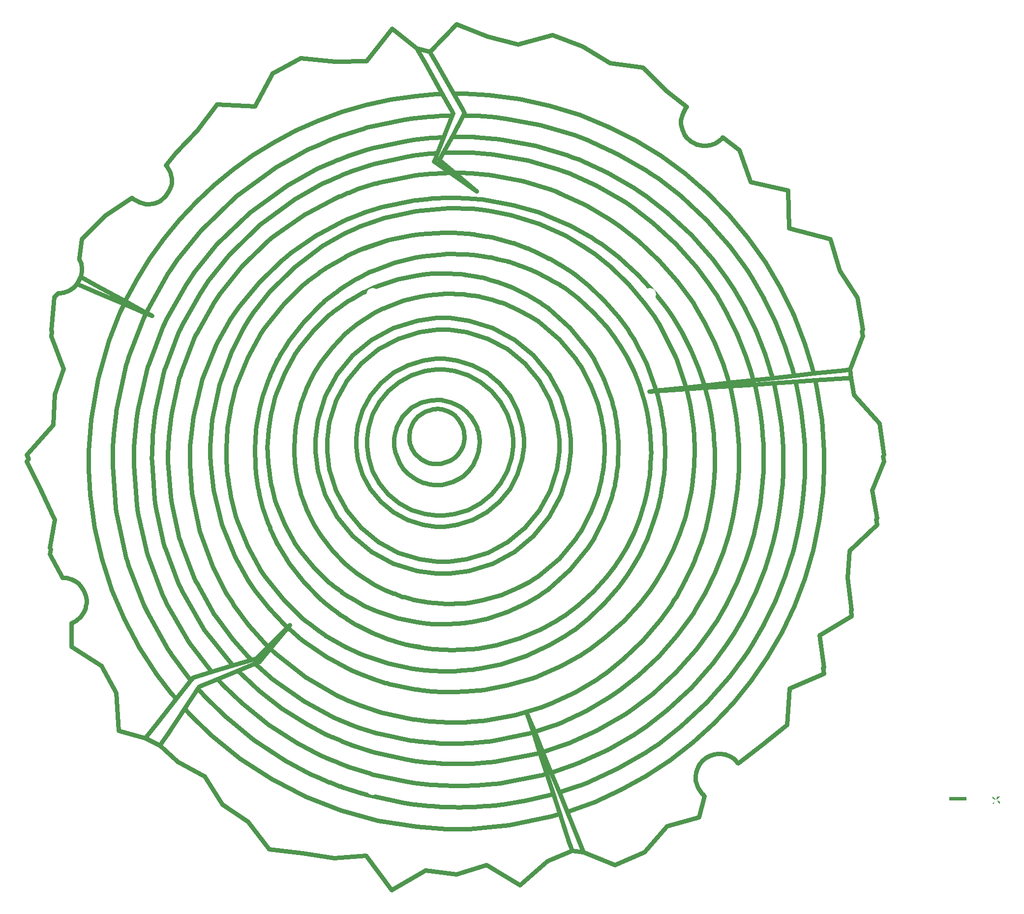
<source format=gbr>
G04 #@! TF.GenerationSoftware,KiCad,Pcbnew,6.0.1-79c1e3a40b~116~ubuntu21.10.1*
G04 #@! TF.CreationDate,2022-02-01T10:26:28+01:00*
G04 #@! TF.ProjectId,lumberjack-bottom,6c756d62-6572-46a6-9163-6b2d626f7474,1.5*
G04 #@! TF.SameCoordinates,Original*
G04 #@! TF.FileFunction,Legend,Bot*
G04 #@! TF.FilePolarity,Positive*
%FSLAX46Y46*%
G04 Gerber Fmt 4.6, Leading zero omitted, Abs format (unit mm)*
G04 Created by KiCad (PCBNEW 6.0.1-79c1e3a40b~116~ubuntu21.10.1) date 2022-02-01 10:26:28*
%MOMM*%
%LPD*%
G01*
G04 APERTURE LIST*
%ADD10C,0.100000*%
%ADD11C,0.120000*%
%ADD12C,0.800000*%
%ADD13C,0.300000*%
%ADD14C,0.250000*%
%ADD15C,0.150000*%
%ADD16C,0.500000*%
%ADD17C,0.160000*%
%ADD18C,0.010000*%
%ADD19C,2.200000*%
G04 APERTURE END LIST*
D10*
X235814375Y-146585000D02*
X235214375Y-145985000D01*
X235214375Y-145985000D02*
X235214375Y-146285000D01*
X235214375Y-146285000D02*
X235814375Y-146585000D01*
G36*
X235814375Y-146585000D02*
G01*
X235214375Y-146285000D01*
X235214375Y-145985000D01*
X235814375Y-146585000D01*
G37*
X235814375Y-146585000D02*
X235214375Y-146285000D01*
X235214375Y-145985000D01*
X235814375Y-146585000D01*
X235814375Y-146585000D02*
X235214375Y-147185000D01*
X235214375Y-147185000D02*
X235514375Y-147185000D01*
X235514375Y-147185000D02*
X235814375Y-146585000D01*
G36*
X235514375Y-147185000D02*
G01*
X235214375Y-147185000D01*
X235814375Y-146585000D01*
X235514375Y-147185000D01*
G37*
X235514375Y-147185000D02*
X235214375Y-147185000D01*
X235814375Y-146585000D01*
X235514375Y-147185000D01*
X235814375Y-146585000D02*
X236414375Y-147185000D01*
X236414375Y-147185000D02*
X236414375Y-146885000D01*
X236414375Y-146885000D02*
X235814375Y-146585000D01*
G36*
X236414375Y-146885000D02*
G01*
X236414375Y-147185000D01*
X235814375Y-146585000D01*
X236414375Y-146885000D01*
G37*
X236414375Y-146885000D02*
X236414375Y-147185000D01*
X235814375Y-146585000D01*
X236414375Y-146885000D01*
X235814375Y-146585000D02*
X236414375Y-145985000D01*
X236414375Y-145985000D02*
X236114375Y-145985000D01*
X236114375Y-145985000D02*
X235814375Y-146585000D01*
G36*
X235814375Y-146585000D02*
G01*
X236114375Y-145985000D01*
X236414375Y-145985000D01*
X235814375Y-146585000D01*
G37*
X235814375Y-146585000D02*
X236114375Y-145985000D01*
X236414375Y-145985000D01*
X235814375Y-146585000D01*
D11*
X227714375Y-146585000D02*
X230714375Y-146585000D01*
X230714375Y-146585000D02*
X230714375Y-145985000D01*
X230714375Y-145985000D02*
X227714375Y-145985000D01*
X227714375Y-145985000D02*
X227714375Y-146585000D01*
G36*
X230714375Y-146585000D02*
G01*
X227714375Y-146585000D01*
X227714375Y-145985000D01*
X230714375Y-145985000D01*
X230714375Y-146585000D01*
G37*
X230714375Y-146585000D02*
X227714375Y-146585000D01*
X227714375Y-145985000D01*
X230714375Y-145985000D01*
X230714375Y-146585000D01*
D12*
X146691575Y-86642326D02*
X146435375Y-87513725D01*
X146726375Y-86487325D02*
X146691575Y-86642326D01*
X136741575Y-87854525D02*
X136657975Y-87791525D01*
X136827175Y-87913125D02*
X136741575Y-87854525D01*
X137719175Y-88389325D02*
X136827175Y-87913125D01*
X137812375Y-88424125D02*
X137719175Y-88389325D01*
X137857975Y-88441525D02*
X137812375Y-88424125D01*
X138321375Y-88589126D02*
X137857975Y-88441525D01*
X138367974Y-88599925D02*
X138321375Y-88589126D01*
X138415775Y-88610725D02*
X138367974Y-88599925D01*
X138846574Y-88685725D02*
X138415775Y-88610725D01*
X138880175Y-88687925D02*
X138846574Y-88685725D01*
X138902975Y-88694325D02*
X138880175Y-88687925D01*
X139157975Y-88712925D02*
X138902975Y-88694325D01*
X139490975Y-88719325D02*
X139157975Y-88712925D01*
X139552975Y-88721525D02*
X139490975Y-88719325D01*
X139592975Y-88718125D02*
X139552975Y-88721525D01*
X139990175Y-88690125D02*
X139592975Y-88718125D01*
X140029175Y-88687925D02*
X139990175Y-88690125D01*
X140204974Y-88662925D02*
X140029175Y-88687925D01*
X141035175Y-88457925D02*
X140204974Y-88662925D01*
X141792375Y-88148526D02*
X141035175Y-88457925D01*
X141932375Y-88071525D02*
X141792375Y-88148526D01*
X142071375Y-87994525D02*
X141932375Y-88071525D01*
X142691775Y-87551725D02*
X142071375Y-87994525D01*
X143208575Y-87057126D02*
X142691775Y-87551725D01*
X143296375Y-86953925D02*
X143208575Y-87057126D01*
X143384374Y-86850725D02*
X143296375Y-86953925D01*
X143729375Y-86328925D02*
X143384374Y-86850725D01*
X143972375Y-85828725D02*
X143729375Y-86328925D01*
X144009374Y-85736525D02*
X143972375Y-85828725D01*
X144027775Y-85688725D02*
X144009374Y-85736525D01*
X144154575Y-85289325D02*
X144027775Y-85688725D01*
X144160975Y-85258925D02*
X144154575Y-85289325D01*
X144165375Y-85241525D02*
X144160975Y-85258925D01*
X144207775Y-85090725D02*
X144165375Y-85241525D01*
X144212175Y-85077925D02*
X144207775Y-85090725D01*
X144215374Y-85062725D02*
X144212175Y-85077925D01*
X144239375Y-84874925D02*
X144215374Y-85062725D01*
X144242375Y-84859525D02*
X144239375Y-84874925D01*
X144250175Y-84790125D02*
X144242375Y-84859525D01*
X144290175Y-84435325D02*
X144250175Y-84790125D01*
X144290175Y-84435325D02*
X144290175Y-84435325D01*
X144287975Y-84501525D02*
X144290175Y-84435325D01*
X144287975Y-84501525D02*
X144287975Y-84501525D01*
X144295775Y-84219525D02*
X144287975Y-84501525D01*
X144297974Y-84165125D02*
X144295775Y-84219525D01*
X140086575Y-70586725D02*
X140086575Y-70586725D01*
X140813775Y-70586725D02*
X140086575Y-70586725D01*
X142995775Y-70880725D02*
X140813775Y-70586725D01*
X145706375Y-71723725D02*
X142995775Y-70880725D01*
X148161775Y-73057325D02*
X145706375Y-71723725D01*
X150301575Y-74823925D02*
X148161775Y-73057325D01*
X152067975Y-76963726D02*
X150301575Y-74823925D01*
X153401575Y-79419325D02*
X152067975Y-76963726D01*
X154244575Y-82129525D02*
X153401575Y-79419325D01*
X154539975Y-84311726D02*
X154244575Y-82129525D01*
X154539975Y-85039926D02*
X154539975Y-84311726D01*
X154539975Y-85766725D02*
X154539975Y-85039926D01*
X154244575Y-87947925D02*
X154539975Y-85766725D01*
X153401575Y-90659326D02*
X154244575Y-87947925D01*
X152067975Y-93113725D02*
X153401575Y-90659326D01*
X150301575Y-95253525D02*
X152067975Y-93113725D01*
X148161775Y-97018925D02*
X150301575Y-95253525D01*
X145706375Y-98352725D02*
X148161775Y-97018925D01*
X142995775Y-99195725D02*
X145706375Y-98352725D01*
X140813775Y-99490725D02*
X142995775Y-99195725D01*
X140086575Y-99490725D02*
X140813775Y-99490725D01*
X139358575Y-99490725D02*
X140086575Y-99490725D01*
X137177775Y-99195725D02*
X139358575Y-99490725D01*
X134465975Y-98352725D02*
X137177775Y-99195725D01*
X132011575Y-97018925D02*
X134465975Y-98352725D01*
X129871775Y-95253525D02*
X132011575Y-97018925D01*
X128105375Y-93113725D02*
X129871775Y-95253525D01*
X126771775Y-90659326D02*
X128105375Y-93113725D01*
X125928775Y-87947925D02*
X126771775Y-90659326D01*
X125634575Y-85766725D02*
X125928775Y-87947925D01*
X125634575Y-85039926D02*
X125634575Y-85766725D01*
X125634575Y-84311726D02*
X125634575Y-85039926D01*
X125928775Y-82129525D02*
X125634575Y-84311726D01*
X126771775Y-79419325D02*
X125928775Y-82129525D01*
X128105375Y-76963726D02*
X126771775Y-79419325D01*
X129871775Y-74823925D02*
X128105375Y-76963726D01*
X132011575Y-73057325D02*
X129871775Y-74823925D01*
X134465975Y-71723725D02*
X132011575Y-73057325D01*
X137177775Y-70880725D02*
X134465975Y-71723725D01*
X139358575Y-70586725D02*
X137177775Y-70880725D01*
X140086575Y-70586725D02*
X139358575Y-70586725D01*
X140086575Y-97624525D02*
X140086575Y-97624525D01*
X140719375Y-97624525D02*
X140086575Y-97624525D01*
X142619375Y-97367325D02*
X140719375Y-97624525D01*
X144980375Y-96632725D02*
X142619375Y-97367325D01*
X147117974Y-95471725D02*
X144980375Y-96632725D01*
X148980975Y-93933125D02*
X147117974Y-95471725D01*
X150518575Y-92069925D02*
X148980975Y-93933125D01*
X151680775Y-89932325D02*
X150518575Y-92069925D01*
X152414175Y-87572326D02*
X151680775Y-89932325D01*
X152671375Y-85672325D02*
X152414175Y-87572326D01*
X152671375Y-85039926D02*
X152671375Y-85672325D01*
X152671375Y-84406325D02*
X152671375Y-85039926D01*
X152414175Y-82506325D02*
X152671375Y-84406325D01*
X151680775Y-80145125D02*
X152414175Y-82506325D01*
X150518575Y-78007325D02*
X151680775Y-80145125D01*
X148980975Y-76144325D02*
X150518575Y-78007325D01*
X147117974Y-74605725D02*
X148980975Y-76144325D01*
X144980375Y-73443725D02*
X147117974Y-74605725D01*
X142619375Y-72710125D02*
X144980375Y-73443725D01*
X140719375Y-72454125D02*
X142619375Y-72710125D01*
X140086575Y-72454125D02*
X140719375Y-72454125D01*
X139452975Y-72454125D02*
X140086575Y-72454125D01*
X137552975Y-72710125D02*
X139452975Y-72454125D01*
X135191775Y-73443725D02*
X137552975Y-72710125D01*
X133055375Y-74605725D02*
X135191775Y-73443725D01*
X131191375Y-76144325D02*
X133055375Y-74605725D01*
X129653775Y-78007325D02*
X131191375Y-76144325D01*
X128491575Y-80145125D02*
X129653775Y-78007325D01*
X127758175Y-82506325D02*
X128491575Y-80145125D01*
X127502175Y-84406325D02*
X127758175Y-82506325D01*
X127502175Y-85039926D02*
X127502175Y-84406325D01*
X127502175Y-85672325D02*
X127502175Y-85039926D01*
X127758175Y-87572326D02*
X127502175Y-85672325D01*
X128491575Y-89932325D02*
X127758175Y-87572326D01*
X129653775Y-92069925D02*
X128491575Y-89932325D01*
X131191375Y-93933125D02*
X129653775Y-92069925D01*
X133055375Y-95471725D02*
X131191375Y-93933125D01*
X135191775Y-96632725D02*
X133055375Y-95471725D01*
X137552975Y-97367325D02*
X135191775Y-96632725D01*
X139452975Y-97624525D02*
X137552975Y-97367325D01*
X140086575Y-97624525D02*
X139452975Y-97624525D01*
X140623775Y-63572925D02*
X140623775Y-63572925D01*
X141730374Y-63572925D02*
X140623775Y-63572925D01*
X145052975Y-64019925D02*
X141730374Y-63572925D01*
X149180775Y-65304525D02*
X145052975Y-64019925D01*
X152918775Y-67335925D02*
X149180775Y-65304525D01*
X156177174Y-70024525D02*
X152918775Y-67335925D01*
X158865975Y-73282125D02*
X156177174Y-70024525D01*
X160897175Y-77020125D02*
X158865975Y-73282125D01*
X162181774Y-81147725D02*
X160897175Y-77020125D01*
X162630175Y-84469125D02*
X162181774Y-81147725D01*
X162630175Y-85576726D02*
X162630175Y-84469125D01*
X162630175Y-86683725D02*
X162630175Y-85576726D01*
X162181774Y-90005125D02*
X162630175Y-86683725D01*
X160897175Y-94133725D02*
X162181774Y-90005125D01*
X158865975Y-97870725D02*
X160897175Y-94133725D01*
X156177174Y-101128125D02*
X158865975Y-97870725D01*
X152918775Y-103817125D02*
X156177174Y-101128125D01*
X149180775Y-105848125D02*
X152918775Y-103817125D01*
X145052975Y-107132925D02*
X149180775Y-105848125D01*
X141730374Y-107580925D02*
X145052975Y-107132925D01*
X140623775Y-107580925D02*
X141730374Y-107580925D01*
X139515975Y-107580925D02*
X140623775Y-107580925D01*
X136194575Y-107132925D02*
X139515975Y-107580925D01*
X132066775Y-105848125D02*
X136194575Y-107132925D01*
X128328775Y-103817125D02*
X132066775Y-105848125D01*
X125071575Y-101128125D02*
X128328775Y-103817125D01*
X122382775Y-97870725D02*
X125071575Y-101128125D01*
X120351575Y-94133725D02*
X122382775Y-97870725D01*
X119066775Y-90005125D02*
X120351575Y-94133725D01*
X118619575Y-86683725D02*
X119066775Y-90005125D01*
X118619575Y-85576726D02*
X118619575Y-86683725D01*
X118619575Y-84469125D02*
X118619575Y-85576726D01*
X119066775Y-81147725D02*
X118619575Y-84469125D01*
X120351575Y-77020125D02*
X119066775Y-81147725D01*
X122382775Y-73282125D02*
X120351575Y-77020125D01*
X125071575Y-70024525D02*
X122382775Y-73282125D01*
X128328775Y-67335925D02*
X125071575Y-70024525D01*
X132066775Y-65304525D02*
X128328775Y-67335925D01*
X136194575Y-64019925D02*
X132066775Y-65304525D01*
X139515975Y-63572925D02*
X136194575Y-64019925D01*
X140623775Y-63572925D02*
X139515975Y-63572925D01*
X140623775Y-105561725D02*
X140623775Y-105561725D01*
X85704175Y-61168125D02*
X85704175Y-61168125D01*
X80893975Y-59119525D02*
X85704175Y-61168125D01*
X77599775Y-57715725D02*
X80893975Y-59119525D01*
X77669175Y-57624525D02*
X77599775Y-57715725D01*
X78208375Y-56612125D02*
X77669175Y-57624525D01*
X78245375Y-56501525D02*
X78208375Y-56612125D01*
X81338775Y-58194125D02*
X78245375Y-56501525D01*
X85925375Y-60702925D02*
X81338775Y-58194125D01*
X89521375Y-62668925D02*
X85925375Y-60702925D01*
X90556575Y-63235326D02*
X89521375Y-62668925D01*
X89470375Y-62773126D02*
X90556575Y-63235326D01*
X85704175Y-61168125D02*
X89470375Y-62773126D01*
X164281575Y-154270525D02*
X164281575Y-154270525D01*
X164806775Y-155561725D02*
X164281575Y-154270525D01*
X162803775Y-155321925D02*
X164806775Y-155561725D01*
X162496575Y-154380125D02*
X162803775Y-155321925D01*
X162364375Y-153975326D02*
X162496575Y-154380125D01*
X160743175Y-149005725D02*
X162364375Y-153975326D01*
X159624375Y-145573726D02*
X160743175Y-149005725D01*
X158480775Y-142068925D02*
X159624375Y-145573726D01*
X157297975Y-138443725D02*
X158480775Y-142068925D01*
X156150175Y-134923725D02*
X157297975Y-138443725D01*
X155097775Y-131697925D02*
X156150175Y-134923725D01*
X156382375Y-134854325D02*
X155097775Y-131697925D01*
X157786375Y-138304925D02*
X156382375Y-134854325D01*
X159229575Y-141851725D02*
X157786375Y-138304925D01*
X160625975Y-145284125D02*
X159229575Y-141851725D01*
X161986574Y-148628125D02*
X160625975Y-145284125D01*
X163960375Y-153480525D02*
X161986574Y-148628125D01*
X164281575Y-154270525D02*
X163960375Y-153480525D01*
X209623575Y-72583126D02*
X209623575Y-72583126D01*
X210630375Y-72474925D02*
X209623575Y-72583126D01*
X210655175Y-72471525D02*
X210630375Y-72474925D01*
X210862375Y-73927725D02*
X210655175Y-72471525D01*
X210862375Y-73933125D02*
X210862375Y-73927725D01*
X209936775Y-73993725D02*
X210862375Y-73933125D01*
X204665775Y-74342125D02*
X209936775Y-73993725D01*
X201312975Y-74563525D02*
X204665775Y-74342125D01*
X197556375Y-74810925D02*
X201312975Y-74563525D01*
X194225175Y-75031325D02*
X197556375Y-74810925D01*
X189981575Y-75310925D02*
X194225175Y-75031325D01*
X185708575Y-75593125D02*
X189981575Y-75310925D01*
X182527175Y-75802725D02*
X185708575Y-75593125D01*
X177338175Y-76145325D02*
X182527175Y-75802725D01*
X176110975Y-76226725D02*
X177338175Y-76145325D01*
X177321775Y-76094525D02*
X176110975Y-76226725D01*
X182458775Y-75536725D02*
X177321775Y-76094525D01*
X185594575Y-75194925D02*
X182458775Y-75536725D01*
X189826375Y-74734925D02*
X185594575Y-75194925D01*
X194030975Y-74278125D02*
X189826375Y-74734925D01*
X197325175Y-73920125D02*
X194030975Y-74278125D01*
X201053575Y-73515325D02*
X197325175Y-73920125D01*
X204383575Y-73152925D02*
X201053575Y-73515325D01*
X209623575Y-72583126D02*
X204383575Y-73152925D01*
X137659375Y-19934525D02*
X137659375Y-19934525D01*
X136121775Y-17155725D02*
X137659375Y-19934525D01*
X138368975Y-17785125D02*
X136121775Y-17155725D01*
X138376575Y-17787325D02*
X138368975Y-17785125D01*
X139530175Y-19819525D02*
X138376575Y-17787325D01*
X142448774Y-24965925D02*
X139530175Y-19819525D01*
X144109175Y-27892325D02*
X142448774Y-24965925D01*
X144308775Y-28328725D02*
X144109175Y-27892325D01*
X144125375Y-28674925D02*
X144308775Y-28328725D01*
X144111375Y-28702925D02*
X144125375Y-28674925D01*
X142155974Y-32392325D02*
X144111375Y-28702925D01*
X140701775Y-35137325D02*
X142155974Y-32392325D01*
X140027175Y-36410125D02*
X140701775Y-35137325D01*
X142604175Y-38581525D02*
X140027175Y-36410125D01*
X146410374Y-41788925D02*
X142604175Y-38581525D01*
X141865175Y-38593525D02*
X146410374Y-41788925D01*
X139317375Y-36804125D02*
X141865175Y-38593525D01*
X139088575Y-36642325D02*
X139317375Y-36804125D01*
X139204574Y-36345125D02*
X139088575Y-36642325D01*
X139654975Y-35194925D02*
X139204574Y-36345125D01*
X140737775Y-32428125D02*
X139654975Y-35194925D01*
X142191775Y-28711725D02*
X140737775Y-32428125D01*
X142326375Y-28367725D02*
X142191775Y-28711725D01*
X140469575Y-25011525D02*
X142326375Y-28367725D01*
X137659375Y-19934525D02*
X140469575Y-25011525D01*
X93156375Y-135342725D02*
X93156375Y-135342725D01*
X92343575Y-136564325D02*
X93156375Y-135342725D01*
X91896575Y-137233725D02*
X92343575Y-136564325D01*
X89325975Y-135938126D02*
X91896575Y-137233725D01*
X90020375Y-135062725D02*
X89325975Y-135938126D01*
X91361575Y-133370925D02*
X90020375Y-135062725D01*
X94665775Y-129204325D02*
X91361575Y-133370925D01*
X97217775Y-125983725D02*
X94665775Y-129204325D01*
X97389375Y-125766725D02*
X97217775Y-125983725D01*
X97586575Y-125520325D02*
X97389375Y-125766725D01*
X97811375Y-125452125D02*
X97586575Y-125520325D01*
X100787775Y-124543925D02*
X97811375Y-125452125D01*
X104456375Y-123423126D02*
X100787775Y-124543925D01*
X107640975Y-122450925D02*
X104456375Y-123423126D01*
X108482975Y-122193725D02*
X107640975Y-122450925D01*
X110527175Y-120166725D02*
X108482975Y-122193725D01*
X113844375Y-116878926D02*
X110527175Y-120166725D01*
X114272974Y-116453725D02*
X113844375Y-116878926D01*
X113884375Y-116915925D02*
X114272974Y-116453725D01*
X110878775Y-120500925D02*
X113884375Y-116915925D01*
X108962775Y-122786325D02*
X110878775Y-120500925D01*
X108913775Y-122844925D02*
X108962775Y-122786325D01*
X108810775Y-122887125D02*
X108913775Y-122844925D01*
X108290975Y-123098725D02*
X108810775Y-122887125D01*
X105303775Y-124320325D02*
X108290975Y-123098725D01*
X101833775Y-125738725D02*
X105303775Y-124320325D01*
X98704375Y-127018925D02*
X101833775Y-125738725D01*
X98436375Y-127421525D02*
X98704375Y-127018925D01*
X96133775Y-130876525D02*
X98436375Y-127421525D01*
X93156375Y-135342725D02*
X96133775Y-130876525D01*
X146892175Y-84566725D02*
X146892175Y-84566725D01*
X146892175Y-84566725D02*
X146892175Y-84566725D01*
X146896575Y-84924925D02*
X146892175Y-84566725D01*
X146897775Y-84994325D02*
X146896575Y-84924925D01*
X146899975Y-85050726D02*
X146897775Y-84994325D01*
X146864175Y-85609525D02*
X146899975Y-85050726D01*
X146758775Y-86342925D02*
X146864175Y-85609525D01*
X146726375Y-86487325D02*
X146758775Y-86342925D01*
X146691575Y-86642326D02*
X146726375Y-86487325D01*
X146435375Y-87513725D02*
X146691575Y-86642326D01*
X146019974Y-88468725D02*
X146435375Y-87513725D01*
X145907175Y-88667125D02*
X146019974Y-88468725D01*
X145795175Y-88864525D02*
X145907175Y-88667125D01*
X145071575Y-89861725D02*
X145795175Y-88864525D01*
X144109175Y-90805925D02*
X145071575Y-89861725D01*
X143878975Y-90978525D02*
X144109175Y-90805925D01*
X143647975Y-91146525D02*
X143878975Y-90978525D01*
X142307975Y-91845325D02*
X143647975Y-91146525D01*
X140769375Y-92280325D02*
X142307975Y-91845325D01*
X140438174Y-92316325D02*
X140769375Y-92280325D01*
X140397175Y-92321725D02*
X140438174Y-92316325D01*
X139980375Y-92345725D02*
X140397175Y-92321725D01*
X139939175Y-92348725D02*
X139980375Y-92345725D01*
X139687375Y-92360725D02*
X139939175Y-92348725D01*
X139561575Y-92365125D02*
X139687375Y-92360725D01*
X139442175Y-92361725D02*
X139561575Y-92365125D01*
X139417175Y-92359525D02*
X139442175Y-92361725D01*
X139368575Y-92356525D02*
X139417175Y-92359525D01*
X139298975Y-92349925D02*
X139368575Y-92356525D01*
X138974575Y-92324925D02*
X139298975Y-92349925D01*
X138570775Y-92275125D02*
X138974575Y-92324925D01*
X138462375Y-92256526D02*
X138570775Y-92275125D01*
X138361575Y-92242725D02*
X138462375Y-92256526D01*
X137471575Y-92033125D02*
X138361575Y-92242725D01*
X137389375Y-92008125D02*
X137471575Y-92033125D01*
X137304575Y-91982125D02*
X137389375Y-92008125D01*
X136474575Y-91657725D02*
X137304575Y-91982125D01*
X136393175Y-91620726D02*
X136474575Y-91657725D01*
X136150175Y-91501525D02*
X136393175Y-91620726D01*
X135456775Y-91078125D02*
X136150175Y-91501525D01*
X134598575Y-90405325D02*
X135456775Y-91078125D01*
X133844375Y-89610126D02*
X134598575Y-90405325D01*
X133354975Y-88941725D02*
X133844375Y-89610126D01*
X133218175Y-88705125D02*
X133354975Y-88941725D01*
X133124975Y-88545725D02*
X133218175Y-88705125D01*
X132442375Y-86844325D02*
X133124975Y-88545725D01*
X132397975Y-86667325D02*
X132442375Y-86844325D01*
X132379375Y-86577325D02*
X132397975Y-86667325D01*
X132231775Y-85676725D02*
X132379375Y-86577325D01*
X132227775Y-85585725D02*
X132231775Y-85676725D01*
X132223175Y-85540126D02*
X132227775Y-85585725D01*
X132197175Y-85087725D02*
X132223175Y-85540126D01*
X132199375Y-85043125D02*
X132197175Y-85087725D01*
X132206775Y-84435325D02*
X132199375Y-85043125D01*
X132217775Y-84309525D02*
X132206775Y-84435325D01*
X132351375Y-83467725D02*
X132217775Y-84309525D01*
X132583575Y-82565925D02*
X132351375Y-83467725D01*
X132645175Y-82410725D02*
X132583575Y-82565925D01*
X132708175Y-82244525D02*
X132645175Y-82410725D01*
X133541574Y-80719125D02*
X132708175Y-82244525D01*
X133645775Y-80582325D02*
X133541574Y-80719125D01*
X133752175Y-80447925D02*
X133645775Y-80582325D01*
X134935975Y-79254325D02*
X133752175Y-80447925D01*
X135065975Y-79153126D02*
X134935975Y-79254325D01*
X135198575Y-79054525D02*
X135065975Y-79153126D01*
X136606775Y-78255925D02*
X135198575Y-79054525D01*
X136755375Y-78198525D02*
X136606775Y-78255925D01*
X137045175Y-78074925D02*
X136755375Y-78198525D01*
X138555775Y-77731725D02*
X137045175Y-78074925D01*
X140019375Y-77694925D02*
X138555775Y-77731725D01*
X140286375Y-77724326D02*
X140019375Y-77694925D01*
X140587975Y-77762325D02*
X140286375Y-77724326D01*
X141954175Y-78106325D02*
X140587975Y-77762325D01*
X143159575Y-78635725D02*
X141954175Y-78106325D01*
X143382175Y-78767125D02*
X143159575Y-78635725D01*
X143600175Y-78896325D02*
X143382175Y-78767125D01*
X144561575Y-79636325D02*
X143600175Y-78896325D01*
X145343775Y-80452125D02*
X144561575Y-79636325D01*
X145472975Y-80620325D02*
X145343775Y-80452125D01*
X145604375Y-80787325D02*
X145472975Y-80620325D01*
X146115375Y-81628525D02*
X145604375Y-80787325D01*
X146467975Y-82427125D02*
X146115375Y-81628525D01*
X146520174Y-82573525D02*
X146467975Y-82427125D01*
X146544975Y-82647325D02*
X146520174Y-82573525D01*
X146729575Y-83316725D02*
X146544975Y-82647325D01*
X146740375Y-83377725D02*
X146729575Y-83316725D01*
X146752375Y-83435925D02*
X146740375Y-83377725D01*
X146839175Y-83944925D02*
X146752375Y-83435925D01*
X146842375Y-83987325D02*
X146839175Y-83944925D01*
X146849975Y-84070925D02*
X146842375Y-83987325D01*
X151790175Y-102143725D02*
X148396375Y-103988525D01*
X154749375Y-99701325D02*
X151790175Y-102143725D01*
X157191775Y-96742325D02*
X154749375Y-99701325D01*
X159037375Y-93348125D02*
X157191775Y-96742325D01*
X160203775Y-89599326D02*
X159037375Y-93348125D01*
X160610775Y-86581725D02*
X160203775Y-89599326D01*
X160610775Y-85576726D02*
X160610775Y-86581725D01*
X160610775Y-84570925D02*
X160610775Y-85576726D01*
X160203775Y-81553525D02*
X160610775Y-84570925D01*
X159037375Y-77804525D02*
X160203775Y-81553525D01*
X157191775Y-74410325D02*
X159037375Y-77804525D01*
X154749375Y-71451525D02*
X157191775Y-74410325D01*
X151790175Y-69008925D02*
X154749375Y-71451525D01*
X148396375Y-67163125D02*
X151790175Y-69008925D01*
X141628574Y-105561725D02*
X140623775Y-105561725D01*
X144646375Y-105154925D02*
X141628574Y-105561725D01*
X148396375Y-103988525D02*
X144646375Y-105154925D01*
X119288975Y-71597925D02*
X119642975Y-71071725D01*
X118319175Y-73238725D02*
X119288975Y-71597925D01*
X118275775Y-73304925D02*
X118319175Y-73238725D01*
X117910175Y-74011325D02*
X118275775Y-73304925D01*
X117878575Y-74084925D02*
X117910175Y-74011325D01*
X117473775Y-74950925D02*
X117878575Y-74084925D01*
X117060374Y-75812325D02*
X117473775Y-74950925D01*
X117027975Y-75885125D02*
X117060374Y-75812325D01*
X116754375Y-76634925D02*
X117027975Y-75885125D01*
X116726375Y-76709925D02*
X116754375Y-76634925D01*
X146879375Y-84369325D02*
X146849975Y-84070925D01*
X146893175Y-84501525D02*
X146879375Y-84369325D01*
X144298975Y-84109925D02*
X144297974Y-84165125D01*
X144232775Y-83311326D02*
X144298975Y-84109925D01*
X144215374Y-83209325D02*
X144232775Y-83311326D01*
X144195775Y-83107325D02*
X144215374Y-83209325D01*
X144049375Y-82533125D02*
X144195775Y-83107325D01*
X143799975Y-81897325D02*
X144049375Y-82533125D01*
X143729375Y-81765125D02*
X143799975Y-81897325D01*
X143659975Y-81631526D02*
X143729375Y-81765125D01*
X143201775Y-80955725D02*
X143659975Y-81631526D01*
X142580175Y-80307925D02*
X143201775Y-80955725D01*
X142429375Y-80190725D02*
X142580175Y-80307925D01*
X142280774Y-80075725D02*
X142429375Y-80190725D01*
X141388775Y-79594925D02*
X142280774Y-80075725D01*
X140385175Y-79300926D02*
X141388775Y-79594925D01*
X140180975Y-79279326D02*
X140385175Y-79300926D01*
X140130175Y-79273725D02*
X140180975Y-79279326D01*
X139806775Y-79253125D02*
X140130175Y-79273725D01*
X139510375Y-79246525D02*
X139806775Y-79253125D01*
X139472775Y-79249925D02*
X139510375Y-79246525D01*
X139415175Y-79255325D02*
X139472775Y-79249925D01*
X138844375Y-79315926D02*
X139415175Y-79255325D01*
X138787975Y-79330125D02*
X138844375Y-79315926D01*
X138672974Y-79347725D02*
X138787975Y-79330125D01*
X137557375Y-79714325D02*
X138672974Y-79347725D01*
X137449975Y-79764325D02*
X137557375Y-79714325D01*
X137237375Y-79872725D02*
X137449975Y-79764325D01*
X136273775Y-80593125D02*
X137237375Y-79872725D01*
X135502375Y-81526325D02*
X136273775Y-80593125D01*
X135387375Y-81741326D02*
X135502375Y-81526325D01*
X135328775Y-81847725D02*
X135387375Y-81741326D01*
X134917375Y-82973725D02*
X135328775Y-81847725D01*
X134891375Y-83089925D02*
X134917375Y-82973725D01*
X134867375Y-83217925D02*
X134891375Y-83089925D01*
X134807975Y-83763725D02*
X134867375Y-83217925D01*
X134803575Y-84395325D02*
X134807975Y-83763725D01*
X134808775Y-84566725D02*
X134803575Y-84395325D01*
X134808775Y-84550325D02*
X134808775Y-84566725D01*
X134810975Y-84501525D02*
X134808775Y-84550325D01*
X134812175Y-84512325D02*
X134810975Y-84501525D01*
X134812175Y-84512325D02*
X134812175Y-84512325D01*
X134814375Y-84523525D02*
X134812175Y-84512325D01*
X134817775Y-84545125D02*
X134814375Y-84523525D01*
X134824175Y-84589525D02*
X134817775Y-84545125D01*
X134837175Y-84675125D02*
X134824175Y-84589525D01*
X134862175Y-84848725D02*
X134837175Y-84675125D01*
X134864375Y-84877126D02*
X134862175Y-84848725D01*
X134924975Y-85159325D02*
X134864375Y-84877126D01*
X134932775Y-85187325D02*
X134924975Y-85159325D01*
X134943575Y-85243725D02*
X134932775Y-85187325D01*
X135119375Y-85785125D02*
X134943575Y-85243725D01*
X135137775Y-85838525D02*
X135119375Y-85785125D01*
X135182175Y-85941525D02*
X135137775Y-85838525D01*
X135746375Y-86893125D02*
X135182175Y-85941525D01*
X135814975Y-86978725D02*
X135746375Y-86893125D01*
X135886375Y-87060125D02*
X135814975Y-86978725D01*
X136657975Y-87791525D02*
X135886375Y-87060125D01*
X146893175Y-84501525D02*
X146893175Y-84501525D01*
X146892175Y-84566725D02*
X146893175Y-84501525D01*
X144297974Y-84165125D02*
X144297974Y-84165125D01*
X116674175Y-76860725D02*
X116726375Y-76709925D01*
X116137175Y-78364525D02*
X116674175Y-76860725D01*
X116092775Y-78518525D02*
X116137175Y-78364525D01*
X115622775Y-80381526D02*
X116092775Y-78518525D01*
X115504375Y-80845925D02*
X115622775Y-80381526D01*
X115439375Y-81301725D02*
X115504375Y-80845925D01*
X115303775Y-82210925D02*
X115439375Y-81301725D01*
X144646375Y-65996725D02*
X148396375Y-67163125D01*
X141628574Y-65590925D02*
X144646375Y-65996725D01*
X140623775Y-65590925D02*
X141628574Y-65590925D01*
X139617974Y-65590925D02*
X140623775Y-65590925D01*
X136600375Y-65996725D02*
X139617974Y-65590925D01*
X132851575Y-67163125D02*
X136600375Y-65996725D01*
X129457375Y-69008925D02*
X132851575Y-67163125D01*
X126498575Y-71451525D02*
X129457375Y-69008925D01*
X124055975Y-74410325D02*
X126498575Y-71451525D01*
X122211375Y-77804525D02*
X124055975Y-74410325D01*
X121044975Y-81553525D02*
X122211375Y-77804525D01*
X120638975Y-84570925D02*
X121044975Y-81553525D01*
X120638975Y-85576726D02*
X120638975Y-84570925D01*
X120638975Y-86581725D02*
X120638975Y-85576726D01*
X121044975Y-89599326D02*
X120638975Y-86581725D01*
X122211375Y-93348125D02*
X121044975Y-89599326D01*
X124055975Y-96742325D02*
X122211375Y-93348125D01*
X126498575Y-99701325D02*
X124055975Y-96742325D01*
X129457375Y-102143725D02*
X126498575Y-99701325D01*
X132851575Y-103988525D02*
X129457375Y-102143725D01*
X136600375Y-105154925D02*
X132851575Y-103988525D01*
X139617974Y-105561725D02*
X136600375Y-105154925D01*
X140623775Y-105561725D02*
X139617974Y-105561725D01*
X170459975Y-81527325D02*
X170459975Y-81527325D01*
X170478575Y-81648925D02*
X170459975Y-81527325D01*
X170646575Y-82780725D02*
X170478575Y-81648925D01*
X170661775Y-82884925D02*
X170646575Y-82780725D01*
X170675975Y-82987925D02*
X170661775Y-82884925D01*
X170729175Y-83937325D02*
X170675975Y-82987925D01*
X170735375Y-84023126D02*
X170729175Y-83937325D01*
X170745375Y-84247725D02*
X170735375Y-84023126D01*
X170776775Y-84924925D02*
X170745375Y-84247725D01*
X170807175Y-85579125D02*
X170776775Y-84924925D01*
X170825775Y-85978525D02*
X170807175Y-85579125D01*
X170832175Y-86113925D02*
X170825775Y-85978525D01*
X170832175Y-86113925D02*
X170832175Y-86113925D01*
X170830975Y-86174925D02*
X170832175Y-86113925D01*
X170830975Y-86174925D02*
X170830975Y-86174925D01*
X170807175Y-86687125D02*
X170830975Y-86174925D01*
X170752975Y-87853525D02*
X170807175Y-86687125D01*
X170737775Y-88180925D02*
X170752975Y-87853525D01*
X170731375Y-88263525D02*
X170737775Y-88180925D01*
X170680175Y-89179325D02*
X170731375Y-88263525D01*
X170665975Y-89285725D02*
X170680175Y-89179325D01*
X170650975Y-89390925D02*
X170665975Y-89285725D01*
X170482775Y-90546525D02*
X170650975Y-89390925D01*
X170465374Y-90672325D02*
X170482775Y-90546525D01*
X170444975Y-90796326D02*
X170465374Y-90672325D01*
X170236575Y-92135125D02*
X170444975Y-90796326D01*
X170205975Y-92275125D02*
X170236575Y-92135125D01*
X170171375Y-92412925D02*
X170205975Y-92275125D01*
X169802374Y-93874525D02*
X170171375Y-92412925D01*
X169763175Y-94029525D02*
X169802374Y-93874525D01*
X169591775Y-94640325D02*
X169763175Y-94029525D01*
X168379975Y-98017325D02*
X169591775Y-94640325D01*
X166534175Y-101666325D02*
X168379975Y-98017325D01*
X166047175Y-102413925D02*
X166534175Y-101666325D01*
X165566375Y-103160325D02*
X166047175Y-102413925D01*
X162547774Y-106871525D02*
X165566375Y-103160325D01*
X158684975Y-110353525D02*
X162547774Y-106871525D01*
X157782175Y-110985925D02*
X158684975Y-110353525D01*
X157088775Y-111463525D02*
X157782175Y-110985925D01*
X154900175Y-112737325D02*
X157088775Y-111463525D01*
X151714375Y-114207725D02*
X154900175Y-112737325D01*
X148259375Y-115338125D02*
X151714375Y-114207725D01*
X145503175Y-115945925D02*
X148259375Y-115338125D01*
X144575775Y-116072925D02*
X145503175Y-115945925D01*
X144418175Y-116099925D02*
X144575775Y-116072925D01*
X142823175Y-116223725D02*
X144418175Y-116099925D01*
X142662775Y-116237726D02*
X142823175Y-116223725D01*
X141694975Y-116303925D02*
X142662775Y-116237726D01*
X141207775Y-116335326D02*
X141694975Y-116303925D01*
X141207775Y-116335326D02*
X141207775Y-116335326D01*
X141154375Y-116337725D02*
X141207775Y-116335326D01*
X141058775Y-116336525D02*
X141154375Y-116337725D01*
X141058775Y-116336525D02*
X141058775Y-116336525D01*
X141000375Y-116334325D02*
X141058775Y-116336525D01*
X140885175Y-116329926D02*
X141000375Y-116334325D01*
X140654175Y-116322325D02*
X140885175Y-116329926D01*
X140342775Y-116308125D02*
X140654175Y-116322325D01*
X138796575Y-116262725D02*
X140342775Y-116308125D01*
X137162375Y-116127125D02*
X138796575Y-116262725D01*
X136808775Y-116067325D02*
X137162375Y-116127125D01*
X136114375Y-115994525D02*
X136808775Y-116067325D01*
X132759375Y-115283925D02*
X136114375Y-115994525D01*
X129484575Y-114194525D02*
X132759375Y-115283925D01*
X128830175Y-113933125D02*
X129484575Y-114194525D01*
X128670775Y-113859325D02*
X128830175Y-113933125D01*
X127072375Y-113123526D02*
X128670775Y-113859325D01*
X126912975Y-113049925D02*
X127072375Y-113123526D01*
X126752375Y-112972725D02*
X126912975Y-113049925D01*
X125213775Y-112090725D02*
X126752375Y-112972725D01*
X125058575Y-112003726D02*
X125213775Y-112090725D01*
X124133975Y-111460125D02*
X125058575Y-112003726D01*
X123258175Y-110837325D02*
X124133975Y-111460125D01*
X123113975Y-110729925D02*
X123258175Y-110837325D01*
X121656775Y-109665325D02*
X123113975Y-110729925D01*
X121517975Y-109550325D02*
X121656775Y-109665325D01*
X120956775Y-109090325D02*
X121517975Y-109550325D01*
X118358175Y-106535125D02*
X120956775Y-109090325D01*
X116028575Y-103686725D02*
X118358175Y-106535125D01*
X115602175Y-103081325D02*
X116028575Y-103686725D01*
X115184375Y-102467125D02*
X115602175Y-103081325D01*
X113389575Y-99206525D02*
X115184375Y-102467125D01*
X111968174Y-95741725D02*
X113389575Y-99206525D01*
X111738175Y-95026725D02*
X111968174Y-95741725D01*
X111168575Y-92842725D02*
X111738175Y-95026725D01*
X111028575Y-92294526D02*
X111168575Y-92842725D01*
X110939575Y-91736725D02*
X111028575Y-92294526D01*
X110763775Y-90619325D02*
X110939575Y-91736725D01*
X110733575Y-90432725D02*
X110763775Y-90619325D01*
X110507775Y-88562925D02*
X110733575Y-90432725D01*
X110504375Y-88374325D02*
X110507775Y-88562925D01*
X110442775Y-87244525D02*
X110504375Y-88374325D01*
X110413174Y-86679325D02*
X110442775Y-87244525D01*
X110398975Y-86397325D02*
X110413174Y-86679325D01*
X110391575Y-86256325D02*
X110398975Y-86397325D01*
X110387374Y-86184525D02*
X110391575Y-86256325D01*
X110387374Y-86178125D02*
X110387374Y-86184525D01*
X110385175Y-86158525D02*
X110387374Y-86178125D01*
X110386375Y-86037125D02*
X110385175Y-86158525D01*
X110387374Y-85996725D02*
X110386375Y-86037125D01*
X110501375Y-83905925D02*
X110387374Y-85996725D01*
X110507775Y-83814925D02*
X110501375Y-83905925D01*
X110565175Y-82932725D02*
X110507775Y-83814925D01*
X110582775Y-82833725D02*
X110565175Y-82932725D01*
X110756375Y-81672925D02*
X110582775Y-82833725D01*
X110935175Y-80512926D02*
X110756375Y-81672925D01*
X111028575Y-79933525D02*
X110935175Y-80512926D01*
X111168575Y-79385325D02*
X111028575Y-79933525D01*
X111738175Y-77201325D02*
X111168575Y-79385325D01*
X111968174Y-76485126D02*
X111738175Y-77201325D01*
X113389575Y-73021525D02*
X111968174Y-76485126D01*
X115184375Y-69759925D02*
X113389575Y-73021525D01*
X115602175Y-69145725D02*
X115184375Y-69759925D01*
X116028575Y-68540125D02*
X115602175Y-69145725D01*
X118358175Y-65692125D02*
X116028575Y-68540125D01*
X120956775Y-63136525D02*
X118358175Y-65692125D01*
X121517975Y-62677725D02*
X120956775Y-63136525D01*
X121656775Y-62562725D02*
X121517975Y-62677725D01*
X123113975Y-61497125D02*
X121656775Y-62562725D01*
X123258175Y-61390725D02*
X123113975Y-61497125D01*
X124133975Y-60767925D02*
X123258175Y-61390725D01*
X125058575Y-60225325D02*
X124133975Y-60767925D01*
X125213775Y-60137325D02*
X125058575Y-60225325D01*
X126752375Y-59254325D02*
X125213775Y-60137325D01*
X126912975Y-59178125D02*
X126752375Y-59254325D01*
X127072375Y-59104525D02*
X126912975Y-59178125D01*
X128670775Y-58367725D02*
X127072375Y-59104525D01*
X128830175Y-58295125D02*
X128670775Y-58367725D01*
X129477975Y-58033525D02*
X128830175Y-58295125D01*
X132762375Y-56942925D02*
X129477975Y-58033525D01*
X136087175Y-56236525D02*
X132762375Y-56942925D01*
X136756575Y-56167125D02*
X136087175Y-56236525D01*
X137087775Y-56107725D02*
X136756575Y-56167125D01*
X138744375Y-55967725D02*
X137087775Y-56107725D01*
X140391575Y-55916525D02*
X138744375Y-55967725D01*
X140718175Y-55903525D02*
X140391575Y-55916525D01*
X140963575Y-55895925D02*
X140718175Y-55903525D01*
X141084975Y-55891525D02*
X140963575Y-55895925D01*
X141145775Y-55890325D02*
X141084975Y-55891525D01*
X141293175Y-55894925D02*
X141145775Y-55890325D01*
X141752375Y-55926325D02*
X141293175Y-55894925D01*
X142665975Y-55990325D02*
X141752375Y-55926325D01*
X142819975Y-56004525D02*
X142665975Y-55990325D01*
X143570775Y-56048925D02*
X142819975Y-56004525D01*
X144336775Y-56120725D02*
X143570775Y-56048925D01*
X144499575Y-56147725D02*
X144336775Y-56120725D01*
X144660175Y-56173725D02*
X144499575Y-56147725D01*
X146261775Y-56441725D02*
X144660175Y-56173725D01*
X146421375Y-56468726D02*
X146261775Y-56441725D01*
X146499375Y-56482925D02*
X146421375Y-56468726D01*
X147287175Y-56623925D02*
X146499375Y-56482925D01*
X147363175Y-56643525D02*
X147287175Y-56623925D01*
X148259375Y-56889925D02*
X147363175Y-56643525D01*
X148408175Y-56930925D02*
X148259375Y-56889925D01*
X149881575Y-57337925D02*
X148408175Y-56930925D01*
X150028175Y-57379325D02*
X149881575Y-57337925D01*
X150170175Y-57429125D02*
X150028175Y-57379325D01*
X151576575Y-57967325D02*
X150170175Y-57429125D01*
X151716575Y-58020325D02*
X151576575Y-57967325D01*
X152275175Y-58229925D02*
X151716575Y-58020325D01*
X154896775Y-59492925D02*
X152275175Y-58229925D01*
X157321775Y-60941525D02*
X154896775Y-59492925D01*
X157782175Y-61243125D02*
X157321775Y-60941525D01*
X158684975Y-61875725D02*
X157782175Y-61243125D01*
X162547774Y-65355726D02*
X158684975Y-61875725D01*
X165566375Y-69066525D02*
X162547774Y-65355726D01*
X166047175Y-69814125D02*
X165566375Y-69066525D01*
X166534175Y-70560725D02*
X166047175Y-69814125D01*
X168379975Y-74209925D02*
X166534175Y-70560725D01*
X169591775Y-77587725D02*
X168379975Y-74209925D01*
X169763175Y-78199525D02*
X169591775Y-77587725D01*
X169802374Y-78353725D02*
X169763175Y-78199525D01*
X170171375Y-79815125D02*
X169802374Y-78353725D01*
X170205975Y-79952925D02*
X170171375Y-79815125D01*
X170235375Y-80090725D02*
X170205975Y-79952925D01*
X170439375Y-81404925D02*
X170235375Y-80090725D01*
X170459975Y-81527325D02*
X170439375Y-81404925D01*
X168249575Y-89139325D02*
X168249575Y-89139325D01*
X168263775Y-89044925D02*
X168249575Y-89139325D01*
X168321375Y-88138725D02*
X168263775Y-89044925D01*
X168327775Y-88059525D02*
X168321375Y-88138725D01*
X168342975Y-87777325D02*
X168327775Y-88059525D01*
X168399375Y-86716325D02*
X168342975Y-87777325D01*
X168430975Y-86137926D02*
X168399375Y-86716325D01*
X168434175Y-86096725D02*
X168430975Y-86137926D01*
X168432975Y-86073925D02*
X168434175Y-86096725D01*
X168403775Y-85547725D02*
X168432975Y-86073925D01*
X168344175Y-84483125D02*
X168403775Y-85547725D01*
X168328775Y-84192325D02*
X168344175Y-84483125D01*
X168322375Y-84114325D02*
X168328775Y-84192325D01*
X168269375Y-83240725D02*
X168322375Y-84114325D01*
X168255175Y-83146325D02*
X168269375Y-83240725D01*
X168239975Y-83050926D02*
X168255175Y-83146325D01*
X168075975Y-82012325D02*
X168239975Y-83050926D01*
X168058775Y-81900725D02*
X168075975Y-82012325D01*
X168039175Y-81788925D02*
X168058775Y-81900725D01*
X167845975Y-80584525D02*
X168039175Y-81788925D01*
X167817975Y-80457725D02*
X167845975Y-80584525D01*
X167784175Y-80331725D02*
X167817975Y-80457725D01*
X167433775Y-78993725D02*
X167784175Y-80331725D01*
X167396775Y-78852725D02*
X167433775Y-78993725D01*
X167235175Y-78293925D02*
X167396775Y-78852725D01*
X166100175Y-75207926D02*
X167235175Y-78293925D01*
X164357375Y-71898526D02*
X166100175Y-75207926D01*
X163892175Y-71229125D02*
X164357375Y-71898526D01*
X163437375Y-70558525D02*
X163892175Y-71229125D01*
X160612975Y-67233725D02*
X163437375Y-70558525D01*
X157015975Y-64178125D02*
X160612975Y-67233725D01*
X156174975Y-63642325D02*
X157015975Y-64178125D01*
X155748575Y-63386325D02*
X156174975Y-63642325D01*
X153517775Y-62163125D02*
X155748575Y-63386325D01*
X151122975Y-61116326D02*
X153517775Y-62163125D01*
X150616375Y-60949125D02*
X151122975Y-61116326D01*
X150489375Y-60905725D02*
X150616375Y-60949125D01*
X149216575Y-60469525D02*
X150489375Y-60905725D01*
X149088575Y-60428125D02*
X149216575Y-60469525D01*
X148955975Y-60396725D02*
X149088575Y-60428125D01*
X147626775Y-60085325D02*
X148955975Y-60396725D01*
X147493575Y-60053925D02*
X147626775Y-60085325D01*
X146690375Y-59861725D02*
X147493575Y-60053925D01*
X146622175Y-59846725D02*
X146690375Y-59861725D01*
X145953775Y-59754525D02*
X146622175Y-59846725D01*
X145886375Y-59744525D02*
X145953775Y-59754525D01*
X145752975Y-59726325D02*
X145886375Y-59744525D01*
X144407375Y-59543925D02*
X145752975Y-59726325D01*
X144271775Y-59525325D02*
X144407375Y-59543925D01*
X144137375Y-59504925D02*
X144271775Y-59525325D01*
X143402775Y-59463726D02*
X144137375Y-59504925D01*
X142638775Y-59445125D02*
X143402775Y-59463726D01*
X142491375Y-59437725D02*
X142638775Y-59445125D01*
X141575375Y-59408125D02*
X142491375Y-59437725D01*
X141147975Y-59394325D02*
X141575375Y-59408125D01*
X141147975Y-59394325D02*
X141147975Y-59394325D01*
X141147975Y-59396325D02*
X141147975Y-59394325D01*
X141147975Y-59396325D02*
X141147975Y-59396325D01*
X141093575Y-59399525D02*
X141147975Y-59396325D01*
X140986375Y-59407325D02*
X141093575Y-59399525D01*
X140769375Y-59423525D02*
X140986375Y-59407325D01*
X140480374Y-59447326D02*
X140769375Y-59423525D01*
X139027775Y-59545125D02*
X140480374Y-59447326D01*
X137574974Y-59721725D02*
X139027775Y-59545125D01*
X137285975Y-59787125D02*
X137574974Y-59721725D01*
X136700175Y-59867325D02*
X137285975Y-59787125D01*
X133811775Y-60594325D02*
X136700175Y-59867325D01*
X130984175Y-61651325D02*
X133811775Y-60594325D01*
X130429575Y-61897325D02*
X130984175Y-61651325D01*
X130292975Y-61965725D02*
X130429575Y-61897325D01*
X128928975Y-62657125D02*
X130292975Y-61965725D01*
X128792175Y-62726525D02*
X128928975Y-62657125D01*
X128655375Y-62795925D02*
X128792175Y-62726525D01*
X127352375Y-63613925D02*
X128655375Y-62795925D01*
X127220975Y-63694325D02*
X127352375Y-63613925D01*
X126436575Y-64190125D02*
X127220975Y-63694325D01*
X125700775Y-64759925D02*
X126436575Y-64190125D01*
X125579375Y-64857725D02*
X125700775Y-64759925D01*
X124356575Y-65817925D02*
X125579375Y-64857725D01*
X124240375Y-65922125D02*
X124356575Y-65817925D01*
X123769375Y-66333126D02*
X124240375Y-65922125D01*
X121588575Y-68586725D02*
X123769375Y-66333126D01*
X119642975Y-71071725D02*
X121588575Y-68586725D01*
X202589975Y-82157925D02*
X202323975Y-79923725D01*
X202714575Y-83587925D02*
X202589975Y-82157925D01*
X202746375Y-84065325D02*
X202714575Y-83587925D01*
X202778775Y-84406325D02*
X202746375Y-84065325D01*
X202851575Y-85874325D02*
X202778775Y-84406325D01*
X202875375Y-87013525D02*
X202851575Y-85874325D01*
X202882975Y-87190325D02*
X202875375Y-87013525D01*
X202887375Y-87367325D02*
X202882975Y-87190325D01*
X202902375Y-87992325D02*
X202887375Y-87367325D01*
X202910175Y-88264525D02*
X202902375Y-87992325D01*
X202910175Y-88264525D02*
X202910175Y-88264525D01*
X202910175Y-88311326D02*
X202910175Y-88264525D01*
X202910175Y-88311326D02*
X202910175Y-88311326D01*
X202902375Y-88573925D02*
X202910175Y-88311326D01*
X202887375Y-89180326D02*
X202902375Y-88573925D01*
X202882975Y-89351725D02*
X202887375Y-89180326D01*
X202874375Y-89525325D02*
X202882975Y-89351725D01*
X202852775Y-90624525D02*
X202874375Y-89525325D01*
X202779975Y-92080925D02*
X202852775Y-90624525D01*
X202747375Y-92433525D02*
X202779975Y-92080925D01*
X202709375Y-93011725D02*
X202747375Y-92433525D01*
X202550975Y-94745726D02*
X202709375Y-93011725D01*
X202194975Y-97484525D02*
X202550975Y-94745726D01*
X201614375Y-100628925D02*
X202194975Y-97484525D01*
X200990375Y-103283125D02*
X201614375Y-100628925D01*
X200747375Y-104157725D02*
X200990375Y-103283125D01*
X200477375Y-105129925D02*
X200747375Y-104157725D01*
X199538775Y-108013925D02*
X200477375Y-105129925D01*
X197915375Y-112144925D02*
X199538775Y-108013925D01*
X195810375Y-116470926D02*
X197915375Y-112144925D01*
X193868175Y-119832725D02*
X195810375Y-116470926D01*
X193157375Y-120911325D02*
X193868175Y-119832725D01*
X192402175Y-122061325D02*
X193157375Y-120911325D01*
X189920775Y-125372925D02*
X192402175Y-122061325D01*
X186062175Y-129756525D02*
X189920775Y-125372925D01*
X181565775Y-133942925D02*
X186062175Y-129756525D01*
X177752775Y-136915925D02*
X181565775Y-133942925D01*
X176417975Y-137810125D02*
X177752775Y-136915925D01*
X143351575Y-32363925D02*
X143351575Y-32363925D01*
X142489175Y-32383525D02*
X143351575Y-32363925D01*
X142460775Y-32383525D02*
X142489175Y-32383525D01*
X142184175Y-32391325D02*
X142460775Y-32383525D01*
X142157175Y-32392325D02*
X142184175Y-32391325D01*
X144111375Y-28702925D02*
X142157175Y-32392325D01*
X144377175Y-28709525D02*
X144111375Y-28702925D01*
X144532175Y-28712925D02*
X144377175Y-28709525D01*
X146079574Y-28751725D02*
X144532175Y-28712925D01*
X146233575Y-28756325D02*
X146079574Y-28751725D01*
X146551575Y-28780125D02*
X146233575Y-28756325D01*
X149747175Y-29032925D02*
X146551575Y-28780125D01*
X150058574Y-29072925D02*
X149747175Y-29032925D01*
X151305175Y-29218525D02*
X150058574Y-29072925D01*
X157375175Y-30363125D02*
X151305175Y-29218525D01*
X163161775Y-32058125D02*
X157375175Y-30363125D01*
X164267375Y-32480125D02*
X163161775Y-32058125D01*
X165373175Y-32898925D02*
X164267375Y-32480125D01*
X170632375Y-35315325D02*
X165373175Y-32898925D01*
X175504375Y-38110725D02*
X170632375Y-35315325D01*
X176417975Y-38719325D02*
X175504375Y-38110725D01*
X177752775Y-39612325D02*
X176417975Y-38719325D01*
X181565775Y-42585325D02*
X177752775Y-39612325D01*
X186062175Y-46770325D02*
X181565775Y-42585325D01*
X189920775Y-51155325D02*
X186062175Y-46770325D01*
X192401375Y-54465725D02*
X189920775Y-51155325D01*
X193157375Y-55617125D02*
X192401375Y-54465725D01*
X193868175Y-56694525D02*
X193157375Y-55617125D01*
X195810375Y-60055925D02*
X193868175Y-56694525D01*
X197915375Y-64382325D02*
X195810375Y-60055925D01*
X199538775Y-68514325D02*
X197915375Y-64382325D01*
X200477375Y-71397325D02*
X199538775Y-68514325D01*
X200747375Y-72370725D02*
X200477375Y-71397325D01*
X200774575Y-72467125D02*
X200747375Y-72370725D01*
X201028575Y-73420925D02*
X200774575Y-72467125D01*
X201053575Y-73515325D02*
X201028575Y-73420925D01*
X197325175Y-73921326D02*
X201053575Y-73515325D01*
X197312175Y-73873525D02*
X197325175Y-73921326D01*
X197186375Y-73404525D02*
X197312175Y-73873525D01*
X197173175Y-73357925D02*
X197186375Y-73404525D01*
X196920375Y-72445325D02*
X197173175Y-73357925D01*
X196041575Y-69742725D02*
X196920375Y-72445325D01*
X194522375Y-65868725D02*
X196041575Y-69742725D01*
X192550975Y-61812925D02*
X194522375Y-65868725D01*
X190730175Y-58658525D02*
X192550975Y-61812925D01*
X190062975Y-57648525D02*
X190730175Y-58658525D01*
X189354375Y-56568725D02*
X190062975Y-57648525D01*
X187028975Y-53460925D02*
X189354375Y-56568725D01*
X183410175Y-49346525D02*
X187028975Y-53460925D01*
X179192775Y-45416325D02*
X183410175Y-49346525D01*
X175616375Y-42625326D02*
X179192775Y-45416325D01*
X174364175Y-41786725D02*
X175616375Y-42625326D01*
X173507975Y-41215925D02*
X174364175Y-41786725D01*
X168938775Y-38593525D02*
X173507975Y-41215925D01*
X164007175Y-36323525D02*
X168938775Y-38593525D01*
X162969575Y-35930725D02*
X164007175Y-36323525D01*
X161933574Y-35534525D02*
X162969575Y-35930725D01*
X156509374Y-33944125D02*
X161933574Y-35534525D01*
X150815775Y-32869525D02*
X156509374Y-33944125D01*
X149646375Y-32731725D02*
X150815775Y-32869525D01*
X149353175Y-32694125D02*
X149646375Y-32731725D01*
X146436575Y-32459525D02*
X149353175Y-32694125D01*
X146141375Y-32435725D02*
X146436575Y-32459525D01*
X145986375Y-32431325D02*
X146141375Y-32435725D01*
X144439975Y-32391325D02*
X145986375Y-32431325D01*
X144284975Y-32387925D02*
X144439975Y-32391325D01*
X143351575Y-32363925D02*
X144284975Y-32387925D01*
X79603775Y-88264525D02*
X79603775Y-88264525D01*
X79603775Y-89709925D02*
X79603775Y-88264525D01*
X79865375Y-94048125D02*
X79603775Y-89709925D01*
X80636775Y-99688125D02*
X79865375Y-94048125D01*
X81893175Y-105159325D02*
X80636775Y-99688125D01*
X83614374Y-110440125D02*
X81893175Y-105159325D01*
X85773575Y-115508525D02*
X83614374Y-110440125D01*
X88351575Y-120340325D02*
X85773575Y-115508525D01*
X91322775Y-124912925D02*
X88351575Y-120340325D01*
X93785775Y-128169325D02*
X91322775Y-124912925D01*
X94665775Y-129204325D02*
X93785775Y-128169325D01*
X91361575Y-133370925D02*
X94665775Y-129204325D01*
X90020375Y-135063725D02*
X91361575Y-133370925D01*
X89325975Y-135938126D02*
X90020375Y-135063725D01*
X84767775Y-134627725D02*
X89325975Y-135938126D01*
X84339175Y-128187725D02*
X84767775Y-134627725D01*
X81843575Y-123509926D02*
X84339175Y-128187725D01*
X76624175Y-120180925D02*
X81843575Y-123509926D01*
X76641575Y-119118525D02*
X76624175Y-120180925D01*
X76623175Y-119106725D02*
X76641575Y-119118525D01*
X76671975Y-116163925D02*
X76623175Y-119106725D01*
X76895575Y-116074925D02*
X76671975Y-116163925D01*
X77524775Y-115698525D02*
X76895575Y-116074925D01*
X78238775Y-115049525D02*
X77524775Y-115698525D01*
X78781375Y-114248725D02*
X78238775Y-115049525D01*
X79067775Y-113563925D02*
X78781375Y-114248725D01*
X79124175Y-113327725D02*
X79067775Y-113563925D01*
X79141575Y-113251525D02*
X79124175Y-113327725D01*
X79239175Y-112618925D02*
X79141575Y-113251525D01*
X79239175Y-112383525D02*
X79239175Y-112618925D01*
X79239175Y-112143725D02*
X79239175Y-112383525D01*
X79125375Y-111426525D02*
X79239175Y-112143725D01*
X78801975Y-110552125D02*
X79125375Y-111426525D01*
X78297375Y-109784925D02*
X78801975Y-110552125D01*
X77817775Y-109290125D02*
X78297375Y-109784925D01*
X77637775Y-109152325D02*
X77817775Y-109290125D01*
X77493375Y-109041525D02*
X77637775Y-109152325D01*
X76692574Y-108609525D02*
X77493375Y-109041525D01*
X75799575Y-108357925D02*
X76692574Y-108609525D01*
X75609775Y-108337325D02*
X75799575Y-108357925D01*
X75572775Y-108332925D02*
X75609775Y-108337325D01*
X75278775Y-108312325D02*
X75572775Y-108332925D01*
X75169175Y-108312325D02*
X75278775Y-108312325D01*
X75161575Y-108312325D02*
X75169175Y-108312325D01*
X75140975Y-108314525D02*
X75161575Y-108312325D01*
X75132175Y-108314525D02*
X75140975Y-108314525D01*
X72935015Y-104232725D02*
X75132175Y-108314525D01*
X73071735Y-103412325D02*
X72935015Y-104232725D01*
X72935015Y-103157325D02*
X73071735Y-103412325D01*
X73734775Y-98382925D02*
X72935015Y-103157325D01*
X71542875Y-93610725D02*
X73734775Y-98382925D01*
X68975595Y-88264525D02*
X71542875Y-93610725D01*
X69308715Y-87883725D02*
X68975595Y-88264525D01*
X68975595Y-87189325D02*
X69308715Y-87883725D01*
X73529575Y-81989525D02*
X68975595Y-87189325D01*
X73742375Y-76763925D02*
X73529575Y-81989525D01*
X75341775Y-72369525D02*
X73742375Y-76763925D01*
X73163955Y-66753125D02*
X75341775Y-72369525D01*
X73242075Y-65879525D02*
X73163955Y-66753125D01*
X73163955Y-65678925D02*
X73242075Y-65879525D01*
X73669575Y-60015925D02*
X73163955Y-65678925D01*
X74332575Y-59303125D02*
X73669575Y-60015925D01*
X74340175Y-59303125D02*
X74332575Y-59303125D01*
X74366175Y-59305126D02*
X74340175Y-59303125D01*
X74378175Y-59305126D02*
X74366175Y-59305126D01*
X74615775Y-59305126D02*
X74378175Y-59305126D01*
X75329775Y-59192325D02*
X74615775Y-59305126D01*
X76202175Y-58871325D02*
X75329775Y-59192325D01*
X76965975Y-58369925D02*
X76202175Y-58871325D01*
X77460775Y-57894525D02*
X76965975Y-58369925D01*
X77599775Y-57715725D02*
X77460775Y-57894525D01*
X80895175Y-59119525D02*
X77599775Y-57715725D01*
X85702975Y-61168125D02*
X80895175Y-59119525D01*
X84968575Y-62712325D02*
X85702975Y-61168125D01*
X83100975Y-67506325D02*
X84968575Y-62712325D01*
X81186775Y-74164325D02*
X83100975Y-67506325D01*
X80006375Y-81097725D02*
X81186775Y-74164325D01*
X79603775Y-86472125D02*
X80006375Y-81097725D01*
X79603775Y-88264525D02*
X79603775Y-86472125D01*
X78245375Y-56501525D02*
X78245375Y-56501525D01*
X78277975Y-56401525D02*
X78245375Y-56501525D01*
X78449375Y-55550926D02*
X78277975Y-56401525D01*
X78449375Y-55233925D02*
X78449375Y-55550926D01*
X78449375Y-54983525D02*
X78449375Y-55233925D01*
X78324575Y-54233725D02*
X78449375Y-54983525D01*
X78047775Y-53465325D02*
X78324575Y-54233725D01*
X77971975Y-53323125D02*
X78047775Y-53465325D01*
X78447175Y-49972725D02*
X77971975Y-53323125D01*
X82457775Y-45976325D02*
X78447175Y-49972725D01*
X87033175Y-42859925D02*
X82457775Y-45976325D01*
X87215775Y-43034525D02*
X87033175Y-42859925D01*
X88304975Y-43690125D02*
X87215775Y-43034525D01*
X89463775Y-43994925D02*
X88304975Y-43690125D01*
X89850175Y-43994925D02*
X89463775Y-43994925D01*
X90049975Y-43994925D02*
X89850175Y-43994925D01*
X90652175Y-43914525D02*
X90049975Y-43994925D01*
X90722775Y-43899325D02*
X90652175Y-43914525D01*
X91023975Y-43833126D02*
X90722775Y-43899325D01*
X91890175Y-43444925D02*
X91023975Y-43833126D01*
X92849375Y-42672125D02*
X91890175Y-43444925D01*
X93535175Y-41645725D02*
X92849375Y-42672125D01*
X93846575Y-40739525D02*
X93535175Y-41645725D01*
X93885375Y-40430325D02*
X93846575Y-40739525D01*
X93889975Y-40388125D02*
X93885375Y-40430325D01*
X93920175Y-40050725D02*
X93889975Y-40388125D01*
X93920175Y-39924925D02*
X93920175Y-40050725D01*
X93920175Y-39564525D02*
X93920175Y-39924925D01*
X93657775Y-38487125D02*
X93920175Y-39564525D01*
X93089175Y-37454125D02*
X93657775Y-38487125D01*
X92935975Y-37276325D02*
X93089175Y-37454125D01*
X94620175Y-35145125D02*
X92935975Y-37276325D01*
X98330975Y-31286525D02*
X94620175Y-35145125D01*
X101735975Y-26796525D02*
X98330975Y-31286525D01*
X108265975Y-27168725D02*
X101735975Y-26796525D01*
X111277175Y-21498125D02*
X108265975Y-27168725D01*
X116075175Y-18813725D02*
X111277175Y-21498125D01*
X122010375Y-19432125D02*
X116075175Y-18813725D01*
X127423975Y-19346525D02*
X122010375Y-19432125D01*
X131848775Y-13803925D02*
X127423975Y-19346525D01*
X136121775Y-17156725D02*
X131848775Y-13803925D01*
X137659375Y-19934525D02*
X136121775Y-17156725D01*
X140469575Y-25011525D02*
X137659375Y-19934525D01*
X139353175Y-25053925D02*
X140469575Y-25011525D01*
X136011375Y-25338125D02*
X139353175Y-25053925D01*
X131642775Y-25968725D02*
X136011375Y-25338125D01*
X127376375Y-26892125D02*
X131642775Y-25968725D01*
X123219375Y-28098725D02*
X127376375Y-26892125D01*
X119185975Y-29576525D02*
X123219375Y-28098725D01*
X115283975Y-31314925D02*
X119185975Y-29576525D01*
X111526575Y-33303725D02*
X115283975Y-31314925D01*
X107922175Y-35532325D02*
X111526575Y-33303725D01*
X104483575Y-37988925D02*
X107922175Y-35532325D01*
X101219575Y-40664925D02*
X104483575Y-37988925D01*
X98142175Y-43547925D02*
X101219575Y-40664925D01*
X95262375Y-46628525D02*
X98142175Y-43547925D01*
X92589975Y-49894325D02*
X95262375Y-46628525D01*
X90135375Y-53335125D02*
X92589975Y-49894325D01*
X87910175Y-56942125D02*
X90135375Y-53335125D01*
X86388775Y-59746725D02*
X87910175Y-56942125D01*
X85925375Y-60702925D02*
X86388775Y-59746725D01*
X81338775Y-58194125D02*
X85925375Y-60702925D01*
X78245375Y-56501525D02*
X81338775Y-58194125D01*
X139528975Y-19819525D02*
X139528975Y-19819525D01*
X138376575Y-17787325D02*
X139528975Y-19819525D01*
X138368975Y-17785125D02*
X138376575Y-17787325D01*
X142907975Y-12984525D02*
X138368975Y-17785125D01*
X148305975Y-15140725D02*
X142907975Y-12984525D01*
X153560975Y-16497125D02*
X148305975Y-15140725D01*
X159419375Y-14832725D02*
X153560975Y-16497125D01*
X164613575Y-16812925D02*
X159419375Y-14832725D01*
X169406375Y-19663125D02*
X164613575Y-16812925D01*
X175057375Y-20428125D02*
X169406375Y-19663125D01*
X179098175Y-24500325D02*
X175057375Y-20428125D01*
X182576775Y-27234925D02*
X179098175Y-24500325D01*
X182423975Y-27412925D02*
X182576775Y-27234925D01*
X181854375Y-28447125D02*
X182423975Y-27412925D01*
X181591575Y-29525325D02*
X181854375Y-28447125D01*
X181591575Y-29885725D02*
X181591575Y-29525325D01*
X181591575Y-30203725D02*
X181591575Y-29885725D01*
X181796775Y-31158525D02*
X181591575Y-30203725D01*
X182244975Y-32098125D02*
X181796775Y-31158525D01*
X182366575Y-32266525D02*
X182244975Y-32098125D01*
X182490175Y-32436725D02*
X182366575Y-32266525D01*
X183249575Y-33159325D02*
X182490175Y-32436725D01*
X184170975Y-33675925D02*
X183249575Y-33159325D01*
X184374975Y-33744325D02*
X184170975Y-33675925D01*
X184475774Y-33777925D02*
X184374975Y-33744325D01*
X185340775Y-33955925D02*
X184475774Y-33777925D01*
X185662975Y-33955925D02*
X185340775Y-33955925D01*
X185890775Y-33955925D02*
X185662975Y-33955925D01*
X186577775Y-33851725D02*
X185890775Y-33955925D01*
X187420775Y-33556525D02*
X186577775Y-33851725D01*
X188167175Y-33093125D02*
X187420775Y-33556525D01*
X188655375Y-32650325D02*
X188167175Y-33093125D01*
X188794375Y-32484525D02*
X188655375Y-32650325D01*
X191625375Y-34685925D02*
X188794375Y-32484525D01*
X193551375Y-40202725D02*
X191625375Y-34685925D01*
X200017175Y-41648925D02*
X193551375Y-40202725D01*
X200205975Y-48134525D02*
X200017175Y-41648925D01*
X207300175Y-50013725D02*
X200205975Y-48134525D01*
X208869375Y-55428125D02*
X207300175Y-50013725D01*
X211912975Y-60109325D02*
X208869375Y-55428125D01*
X212872175Y-65611525D02*
X211912975Y-60109325D01*
X212742975Y-65947125D02*
X212872175Y-65611525D01*
X212872175Y-66685925D02*
X212742975Y-65947125D01*
X210655175Y-72471525D02*
X212872175Y-66685925D01*
X210630375Y-72473725D02*
X210655175Y-72471525D01*
X209623575Y-72583126D02*
X210630375Y-72473725D01*
X204383575Y-73152925D02*
X209623575Y-72583126D01*
X204066775Y-71864925D02*
X204383575Y-73152925D01*
X202898975Y-68057325D02*
X204066775Y-71864925D01*
X201009175Y-63148526D02*
X202898975Y-68057325D01*
X198732375Y-58443725D02*
X201009175Y-63148526D01*
X196088175Y-53964525D02*
X198732375Y-58443725D01*
X193096575Y-49730726D02*
X196088175Y-53964525D01*
X189777375Y-45761525D02*
X193096575Y-49730726D01*
X186150175Y-42075325D02*
X189777375Y-45761525D01*
X182235175Y-38694325D02*
X186150175Y-42075325D01*
X178050975Y-35636525D02*
X182235175Y-38694325D01*
X173618575Y-32922925D02*
X178050975Y-35636525D01*
X168958175Y-30571525D02*
X173618575Y-32922925D01*
X164087375Y-28604325D02*
X168958175Y-30571525D01*
X159026575Y-27039525D02*
X164087375Y-28604325D01*
X153797774Y-25897125D02*
X159026575Y-27039525D01*
X148417975Y-25198125D02*
X153797774Y-25897125D01*
X144284975Y-24960725D02*
X148417975Y-25198125D01*
X142907975Y-24960725D02*
X144284975Y-24960725D01*
X142802775Y-24960725D02*
X142907975Y-24960725D01*
X142486774Y-24964925D02*
X142802775Y-24960725D01*
X142448774Y-24965925D02*
X142486774Y-24964925D01*
X139528975Y-19819525D02*
X142448774Y-24965925D01*
X216393175Y-87465925D02*
X216393175Y-87465925D01*
X216502775Y-88264525D02*
X216393175Y-87465925D01*
X214509375Y-93292925D02*
X216502775Y-88264525D01*
X215345974Y-98105125D02*
X214509375Y-93292925D01*
X215186575Y-98260325D02*
X215345974Y-98105125D01*
X215345974Y-99180325D02*
X215186575Y-98260325D01*
X210638975Y-103721525D02*
X215345974Y-99180325D01*
X210230975Y-108369925D02*
X210638975Y-103721525D01*
X210944975Y-113889526D02*
X210230975Y-108369925D01*
X210815775Y-113965725D02*
X210944975Y-113889526D01*
X210944975Y-114964925D02*
X210815775Y-113965725D01*
X205443775Y-118224525D02*
X210944975Y-114964925D01*
X206204375Y-123731325D02*
X205443775Y-118224525D01*
X206063175Y-123792125D02*
X206204375Y-123731325D01*
X206204375Y-124806525D02*
X206063175Y-123792125D01*
X200267975Y-127365125D02*
X206204375Y-124806525D01*
X199864375Y-133685725D02*
X200267975Y-127365125D01*
X195542375Y-137103725D02*
X199864375Y-133685725D01*
X191428975Y-140298125D02*
X195542375Y-137103725D01*
X191380175Y-140232925D02*
X191428975Y-140298125D01*
X190833175Y-139643725D02*
X191380175Y-140232925D01*
X190772375Y-139591725D02*
X190833175Y-139643725D01*
X190658575Y-139495125D02*
X190772375Y-139591725D01*
X190027175Y-139092725D02*
X190658575Y-139495125D01*
X189327175Y-138805125D02*
X190027175Y-139092725D01*
X189178575Y-138767125D02*
X189327175Y-138805125D01*
X189095975Y-138745325D02*
X189178575Y-138767125D01*
X188404975Y-138630325D02*
X189095975Y-138745325D01*
X188147775Y-138630325D02*
X188404975Y-138630325D01*
X187941575Y-138630325D02*
X188147775Y-138630325D01*
X187326375Y-138712925D02*
X187941575Y-138630325D01*
X186562375Y-138949325D02*
X187326375Y-138712925D01*
X185871375Y-139324925D02*
X186562375Y-138949325D01*
X185268975Y-139821725D02*
X185871375Y-139324925D01*
X184770975Y-140423925D02*
X185268975Y-139821725D01*
X184395375Y-141115125D02*
X184770975Y-140423925D01*
X184158975Y-141878925D02*
X184395375Y-141115125D01*
X184076575Y-142494325D02*
X184158975Y-141878925D01*
X184076575Y-142700325D02*
X184076575Y-142494325D01*
X184076575Y-142768725D02*
X184076575Y-142700325D01*
X184089575Y-142975925D02*
X184076575Y-142768725D01*
X184091575Y-143000925D02*
X184089575Y-142975925D01*
X184111375Y-143270125D02*
X184091575Y-143000925D01*
X184502975Y-144505925D02*
X184111375Y-143270125D01*
X185232174Y-145545325D02*
X184502975Y-144505925D01*
X185420975Y-145715725D02*
X185232174Y-145545325D01*
X185438174Y-145732125D02*
X185420975Y-145715725D01*
X185625975Y-145891525D02*
X185438174Y-145732125D01*
X185645375Y-145906725D02*
X185625975Y-145891525D01*
X184711375Y-149581925D02*
X185645375Y-145906725D01*
X179181775Y-151103125D02*
X184711375Y-149581925D01*
X175305975Y-155542125D02*
X179181775Y-151103125D01*
X170187775Y-157775305D02*
X175305975Y-155542125D01*
X164806775Y-155561725D02*
X170187775Y-157775305D01*
X164281575Y-154270525D02*
X164806775Y-155561725D01*
X163960375Y-153480525D02*
X164281575Y-154270525D01*
X161986574Y-148628125D02*
X163960375Y-153480525D01*
X163180175Y-148249525D02*
X161986574Y-148628125D01*
X166703575Y-146923525D02*
X163180175Y-148249525D01*
X171239175Y-144864125D02*
X166703575Y-146923525D01*
X175578175Y-142465925D02*
X171239175Y-144864125D01*
X179700375Y-139746725D02*
X175578175Y-142465925D01*
X183591575Y-136723725D02*
X179700375Y-139746725D01*
X187234175Y-133414325D02*
X183591575Y-136723725D01*
X190609575Y-129833725D02*
X187234175Y-133414325D01*
X193703175Y-126001325D02*
X190609575Y-129833725D01*
X196495175Y-121930925D02*
X193703175Y-126001325D01*
X198971375Y-117642925D02*
X196495175Y-121930925D01*
X201112175Y-113152925D02*
X198971375Y-117642925D01*
X202902375Y-108477325D02*
X201112175Y-113152925D01*
X204324975Y-103633525D02*
X202902375Y-108477325D01*
X205361375Y-98638925D02*
X204324975Y-103633525D01*
X205995975Y-93509925D02*
X205361375Y-98638925D01*
X206211775Y-89575325D02*
X205995975Y-93509925D01*
X206211775Y-88264525D02*
X206211775Y-89575325D01*
X206211775Y-86495926D02*
X206211775Y-88264525D01*
X205816775Y-81190125D02*
X206211775Y-86495926D01*
X204917375Y-75461725D02*
X205816775Y-81190125D01*
X204665775Y-74342125D02*
X204917375Y-75461725D01*
X209936775Y-73993725D02*
X204665775Y-74342125D01*
X210862375Y-73933125D02*
X209936775Y-73993725D01*
X210862375Y-73927725D02*
X210862375Y-73933125D01*
X211332375Y-76875725D02*
X210862375Y-73927725D01*
X215753975Y-81731525D02*
X211332375Y-76875725D01*
X216502775Y-87189325D02*
X215753975Y-81731525D01*
X216393175Y-87465925D02*
X216502775Y-87189325D01*
X162496575Y-154380125D02*
X162496575Y-154380125D01*
X162803775Y-155321925D02*
X162496575Y-154380125D01*
X158623975Y-157136185D02*
X162803775Y-155321925D01*
X153899574Y-161213885D02*
X158623975Y-157136185D01*
X148120375Y-157807825D02*
X153899574Y-161213885D01*
X142907975Y-159427865D02*
X148120375Y-157807825D01*
X137627975Y-158711725D02*
X142907975Y-159427865D01*
X131781575Y-162100385D02*
X137627975Y-158711725D01*
X127405375Y-156186725D02*
X131781575Y-162100385D01*
X121829375Y-156606665D02*
X127405375Y-156186725D01*
X116429175Y-155735325D02*
X121829375Y-156606665D01*
X110717175Y-155107125D02*
X116429175Y-155735325D01*
X107086575Y-150314325D02*
X110717175Y-155107125D01*
X102618175Y-147362925D02*
X107086575Y-150314325D01*
X99608175Y-142565925D02*
X102618175Y-147362925D01*
X94919574Y-139982325D02*
X99608175Y-142565925D01*
X91896575Y-137233725D02*
X94919574Y-139982325D01*
X92343575Y-136564325D02*
X91896575Y-137233725D01*
X93157375Y-135342725D02*
X92343575Y-136564325D01*
X96133775Y-130876525D02*
X93157375Y-135342725D01*
X97217775Y-132064525D02*
X96133775Y-130876525D01*
X100710775Y-135413125D02*
X97217775Y-132064525D01*
X105725775Y-139469125D02*
X100710775Y-135413125D01*
X111143575Y-143006525D02*
X105725775Y-139469125D01*
X116923775Y-145985926D02*
X111143575Y-143006525D01*
X123028175Y-148370925D02*
X116923775Y-145985926D01*
X129419375Y-150121125D02*
X123028175Y-148370925D01*
X136057975Y-151198726D02*
X129419375Y-150121125D01*
X141194575Y-151567526D02*
X136057975Y-151198726D01*
X142907975Y-151567526D02*
X141194575Y-151567526D01*
X145186575Y-151567526D02*
X142907975Y-151567526D01*
X152024574Y-150910125D02*
X145186575Y-151567526D01*
X159328175Y-149421325D02*
X152024574Y-150910125D01*
X160743175Y-149005725D02*
X159328175Y-149421325D01*
X162364375Y-153975326D02*
X160743175Y-149005725D01*
X162496575Y-154380125D02*
X162364375Y-153975326D01*
X142894974Y-35073525D02*
X142894974Y-35073525D01*
X142689975Y-35073525D02*
X142894974Y-35073525D01*
X142075775Y-35092925D02*
X142689975Y-35073525D01*
X142000775Y-35095125D02*
X142075775Y-35092925D01*
X141892175Y-35098525D02*
X142000775Y-35095125D01*
X140809375Y-35134325D02*
X141892175Y-35098525D01*
X140700775Y-35137325D02*
X140809375Y-35134325D01*
X142157175Y-32392325D02*
X140700775Y-35137325D01*
X142184175Y-32391325D02*
X142157175Y-32392325D01*
X142460775Y-32383525D02*
X142184175Y-32391325D01*
X142489175Y-32383525D02*
X142460775Y-32383525D01*
X143351575Y-32363925D02*
X142489175Y-32383525D01*
X144284975Y-32387925D02*
X143351575Y-32363925D01*
X144439975Y-32391325D02*
X144284975Y-32387925D01*
X145986375Y-32431325D02*
X144439975Y-32391325D01*
X146141375Y-32435725D02*
X145986375Y-32431325D01*
X146436575Y-32459525D02*
X146141375Y-32435725D01*
X149353175Y-32694125D02*
X146436575Y-32459525D01*
X149646375Y-32731725D02*
X149353175Y-32694125D01*
X150815775Y-32869525D02*
X149646375Y-32731725D01*
X156509374Y-33944125D02*
X150815775Y-32869525D01*
X161933574Y-35534525D02*
X156509374Y-33944125D01*
X162969575Y-35930725D02*
X161933574Y-35534525D01*
X164007175Y-36323525D02*
X162969575Y-35930725D01*
X168938775Y-38593525D02*
X164007175Y-36323525D01*
X173507975Y-41215925D02*
X168938775Y-38593525D01*
X174364175Y-41786725D02*
X173507975Y-41215925D01*
X175616375Y-42625326D02*
X174364175Y-41786725D01*
X179192775Y-45416325D02*
X175616375Y-42625326D01*
X183410175Y-49346525D02*
X179192775Y-45416325D01*
X187028975Y-53460925D02*
X183410175Y-49346525D01*
X189354375Y-56568725D02*
X187028975Y-53460925D01*
X190062975Y-57648525D02*
X189354375Y-56568725D01*
X190730175Y-58658525D02*
X190062975Y-57648525D01*
X192550975Y-61812925D02*
X190730175Y-58658525D01*
X194522375Y-65868725D02*
X192550975Y-61812925D01*
X196041575Y-69742725D02*
X194522375Y-65868725D01*
X196920375Y-72445325D02*
X196041575Y-69742725D01*
X197173175Y-73357925D02*
X196920375Y-72445325D01*
X197186375Y-73404525D02*
X197173175Y-73357925D01*
X197312175Y-73873525D02*
X197186375Y-73404525D01*
X197325175Y-73921326D02*
X197312175Y-73873525D01*
X194030975Y-74278125D02*
X197325175Y-73921326D01*
X194015775Y-74221725D02*
X194030975Y-74278125D01*
X193860375Y-73652125D02*
X194015775Y-74221725D01*
X193844375Y-73594525D02*
X193860375Y-73652125D01*
X193602375Y-72729525D02*
X193844375Y-73594525D01*
X192761375Y-70167925D02*
X193602375Y-72729525D01*
X191309575Y-66499325D02*
X192761375Y-70167925D01*
X189430175Y-62659325D02*
X191309575Y-66499325D01*
X187696375Y-59676325D02*
X189430175Y-62659325D01*
X187062775Y-58720325D02*
X187696375Y-59676325D01*
X186387775Y-57699325D02*
X187062775Y-58720325D01*
X184177374Y-54762125D02*
X186387775Y-57699325D01*
X180740975Y-50876525D02*
X184177374Y-54762125D01*
X176734975Y-47175125D02*
X180740975Y-50876525D01*
X173335375Y-44557126D02*
X176734975Y-47175125D01*
X172143975Y-43773526D02*
X173335375Y-44557126D01*
X171330175Y-43238725D02*
X172143975Y-43773526D01*
X166994375Y-40788525D02*
X171330175Y-43238725D01*
X162318774Y-38675925D02*
X166994375Y-40788525D01*
X161336575Y-38311325D02*
X162318774Y-38675925D01*
X160354575Y-37944525D02*
X161336575Y-38311325D01*
X155222375Y-36477725D02*
X160354575Y-37944525D01*
X149844575Y-35498725D02*
X155222375Y-36477725D01*
X148741375Y-35377325D02*
X149844575Y-35498725D01*
X148465775Y-35343725D02*
X148741375Y-35377325D01*
X145635775Y-35138525D02*
X148465775Y-35343725D01*
X145354575Y-35118925D02*
X145635775Y-35138525D01*
X145217975Y-35115725D02*
X145354575Y-35118925D01*
X143854175Y-35090725D02*
X145217975Y-35115725D01*
X143717375Y-35088725D02*
X143854175Y-35090725D01*
X142894974Y-35073525D02*
X143717375Y-35088725D01*
X146233575Y-28756325D02*
X146233575Y-28756325D01*
X146079574Y-28751725D02*
X146233575Y-28756325D01*
X144532175Y-28712925D02*
X146079574Y-28751725D01*
X144377175Y-28709525D02*
X144532175Y-28712925D01*
X144111375Y-28702925D02*
X144377175Y-28709525D01*
X144125375Y-28674925D02*
X144111375Y-28702925D01*
X144308775Y-28328725D02*
X144125375Y-28674925D01*
X144109175Y-27892325D02*
X144308775Y-28328725D01*
X142448774Y-24965925D02*
X144109175Y-27892325D01*
X142486774Y-24964925D02*
X142448774Y-24965925D01*
X142792975Y-24960725D02*
X142486774Y-24964925D01*
X142907975Y-24960725D02*
X142792975Y-24960725D01*
X144284975Y-24960725D02*
X142907975Y-24960725D01*
X148417975Y-25198125D02*
X144284975Y-24960725D01*
X153797774Y-25897125D02*
X148417975Y-25198125D01*
X159026575Y-27039525D02*
X153797774Y-25897125D01*
X164087375Y-28604325D02*
X159026575Y-27039525D01*
X168958175Y-30571525D02*
X164087375Y-28604325D01*
X173618575Y-32922925D02*
X168958175Y-30571525D01*
X178050975Y-35636525D02*
X173618575Y-32922925D01*
X182235175Y-38694325D02*
X178050975Y-35636525D01*
X186150175Y-42075325D02*
X182235175Y-38694325D01*
X189777375Y-45761525D02*
X186150175Y-42075325D01*
X193096575Y-49730726D02*
X189777375Y-45761525D01*
X196088175Y-53965725D02*
X193096575Y-49730726D01*
X198732375Y-58444925D02*
X196088175Y-53965725D01*
X201009175Y-63148526D02*
X198732375Y-58444925D01*
X202898975Y-68058525D02*
X201009175Y-63148526D01*
X204066775Y-71865925D02*
X202898975Y-68058525D01*
X204383575Y-73153925D02*
X204066775Y-71865925D01*
X201053575Y-73515325D02*
X204383575Y-73153925D01*
X201028575Y-73420925D02*
X201053575Y-73515325D01*
X200774575Y-72467125D02*
X201028575Y-73420925D01*
X200747375Y-72370725D02*
X200774575Y-72467125D01*
X200477375Y-71397325D02*
X200747375Y-72370725D01*
X199538775Y-68514325D02*
X200477375Y-71397325D01*
X197915375Y-64382325D02*
X199538775Y-68514325D01*
X195810375Y-60055925D02*
X197915375Y-64382325D01*
X193868175Y-56694525D02*
X195810375Y-60055925D01*
X193157375Y-55617125D02*
X193868175Y-56694525D01*
X192401375Y-54465725D02*
X193157375Y-55617125D01*
X189920775Y-51155325D02*
X192401375Y-54465725D01*
X186062175Y-46770325D02*
X189920775Y-51155325D01*
X181565775Y-42585325D02*
X186062175Y-46770325D01*
X177752775Y-39612325D02*
X181565775Y-42585325D01*
X176417975Y-38719325D02*
X177752775Y-39612325D01*
X175504375Y-38110725D02*
X176417975Y-38719325D01*
X170632375Y-35315325D02*
X175504375Y-38110725D01*
X165373175Y-32898925D02*
X170632375Y-35315325D01*
X164267375Y-32480125D02*
X165373175Y-32898925D01*
X163161775Y-32058125D02*
X164267375Y-32480125D01*
X157375175Y-30363125D02*
X163161775Y-32058125D01*
X151305175Y-29218525D02*
X157375175Y-30363125D01*
X150058574Y-29072925D02*
X151305175Y-29218525D01*
X149747175Y-29032925D02*
X150058574Y-29072925D01*
X146551575Y-28780125D02*
X149747175Y-29032925D01*
X146233575Y-28756325D02*
X146551575Y-28780125D01*
X160845175Y-57996525D02*
X160845175Y-57996525D01*
X161627375Y-58497925D02*
X160845175Y-57996525D01*
X163860375Y-60187325D02*
X161627375Y-58497925D01*
X166492974Y-62585325D02*
X163860375Y-60187325D01*
X168756375Y-65110326D02*
X166492974Y-62585325D01*
X170217975Y-67017925D02*
X168756375Y-65110326D01*
X170665975Y-67680925D02*
X170217975Y-67017925D01*
X171093575Y-68298125D02*
X170665975Y-67680925D01*
X172245975Y-70241525D02*
X171093575Y-68298125D01*
X173475375Y-72754525D02*
X172245975Y-70241525D01*
X174415175Y-75160125D02*
X173475375Y-72754525D01*
X174961775Y-76835725D02*
X174415175Y-75160125D01*
X175124575Y-77399925D02*
X174961775Y-76835725D01*
X175171375Y-77579925D02*
X175124575Y-77399925D01*
X175617375Y-79284525D02*
X175171375Y-77579925D01*
X175659575Y-79445125D02*
X175617375Y-79284525D01*
X175695375Y-79606725D02*
X175659575Y-79445125D01*
X175942975Y-81141325D02*
X175695375Y-79606725D01*
X175967775Y-81284326D02*
X175942975Y-81141325D01*
X175989375Y-81426525D02*
X175967775Y-81284326D01*
X176197775Y-82749325D02*
X175989375Y-81426525D01*
X176217375Y-82870726D02*
X176197775Y-82749325D01*
X176234575Y-82991326D02*
X176217375Y-82870726D01*
X176301775Y-84103525D02*
X176234575Y-82991326D01*
X176310775Y-84203125D02*
X176301775Y-84103525D01*
X176323775Y-84448525D02*
X176310775Y-84203125D01*
X176363775Y-85185125D02*
X176323775Y-84448525D01*
X176403975Y-85923125D02*
X176363775Y-85185125D01*
X176429975Y-86408125D02*
X176403975Y-85923125D01*
X176440775Y-86602325D02*
X176429975Y-86408125D01*
X176442975Y-86633725D02*
X176440775Y-86602325D01*
X176439975Y-86681525D02*
X176442975Y-86633725D01*
X176400775Y-87410725D02*
X176439975Y-86681525D01*
X176327975Y-88762726D02*
X176400775Y-87410725D01*
X176309575Y-89122925D02*
X176327975Y-88762726D01*
X176300975Y-89223725D02*
X176309575Y-89122925D01*
X176229375Y-90369525D02*
X176300975Y-89223725D01*
X176210775Y-90490125D02*
X176229375Y-90369525D01*
X176191375Y-90608525D02*
X176210775Y-90490125D01*
X175985175Y-91907325D02*
X176191375Y-90608525D01*
X175963575Y-92048125D02*
X175985175Y-91907325D01*
X175938575Y-92188125D02*
X175963575Y-92048125D01*
X175695375Y-93696525D02*
X175938575Y-92188125D01*
X175659575Y-93858125D02*
X175695375Y-93696525D01*
X175617375Y-94017725D02*
X175659575Y-93858125D01*
X175171375Y-95722325D02*
X175617375Y-94017725D01*
X175124575Y-95903525D02*
X175171375Y-95722325D01*
X174961775Y-96466725D02*
X175124575Y-95903525D01*
X174415175Y-98142125D02*
X174961775Y-96466725D01*
X173475375Y-100547725D02*
X174415175Y-98142125D01*
X172245975Y-103060725D02*
X173475375Y-100547725D01*
X171093575Y-105003925D02*
X172245975Y-103060725D01*
X170665975Y-105622725D02*
X171093575Y-105003925D01*
X170217975Y-106284325D02*
X170665975Y-105622725D01*
X168756375Y-108192925D02*
X170217975Y-106284325D01*
X166492974Y-110717925D02*
X168756375Y-108192925D01*
X163860375Y-113115925D02*
X166492974Y-110717925D01*
X161627375Y-114804325D02*
X163860375Y-113115925D01*
X160845175Y-115306725D02*
X161627375Y-114804325D01*
X160029175Y-115827725D02*
X160845175Y-115306725D01*
X157461775Y-117202325D02*
X160029175Y-115827725D01*
X153757375Y-118756325D02*
X157461775Y-117202325D01*
X149778575Y-119907325D02*
X153757375Y-118756325D01*
X146629575Y-120490125D02*
X149778575Y-119907325D01*
X145571775Y-120598725D02*
X146629575Y-120490125D01*
X145392775Y-120623526D02*
X145571775Y-120598725D01*
X143579574Y-120696325D02*
X145392775Y-120623526D01*
X143398175Y-120707125D02*
X143579574Y-120696325D01*
X142300175Y-120743925D02*
X143398175Y-120707125D01*
X141750175Y-120763525D02*
X142300175Y-120743925D01*
X141265175Y-120732125D02*
X141750175Y-120763525D01*
X140880975Y-120701725D02*
X141265175Y-120732125D01*
X138921375Y-120574925D02*
X140880975Y-120701725D01*
X137038775Y-120347925D02*
X138921375Y-120574925D01*
X136694975Y-120268725D02*
X137038775Y-120347925D01*
X136513575Y-120232925D02*
X136694975Y-120268725D01*
X134700375Y-119910725D02*
X136513575Y-120232925D01*
X134518175Y-119861725D02*
X134700375Y-119910725D01*
X134334574Y-119810925D02*
X134518175Y-119861725D01*
X132494375Y-119303125D02*
X134334574Y-119810925D01*
X132309975Y-119252125D02*
X132494375Y-119303125D01*
X132122375Y-119209925D02*
X132309975Y-119252125D01*
X131210775Y-118905925D02*
X132122375Y-119209925D01*
X130313575Y-118553125D02*
X131210775Y-118905925D01*
X130132375Y-118487125D02*
X130313575Y-118553125D01*
X129049375Y-118069326D02*
X130132375Y-118487125D01*
X128505775Y-117859925D02*
X129049375Y-118069326D01*
X127984975Y-117596325D02*
X128505775Y-117859925D01*
X127810175Y-117508525D02*
X127984975Y-117596325D01*
X126065375Y-116629526D02*
X127810175Y-117508525D01*
X125890775Y-116541525D02*
X126065375Y-116629526D01*
X125715975Y-116451525D02*
X125890775Y-116541525D01*
X124047175Y-115409925D02*
X125715975Y-116451525D01*
X123878975Y-115309125D02*
X124047175Y-115409925D01*
X122875375Y-114677325D02*
X123878975Y-115309125D01*
X122794975Y-114618725D02*
X122875375Y-114677325D01*
X122011575Y-114011325D02*
X122794975Y-114618725D01*
X121933575Y-113951525D02*
X122011575Y-114011325D01*
X121778175Y-113826725D02*
X121933575Y-113951525D01*
X120211575Y-112601725D02*
X121778175Y-113826725D01*
X120062975Y-112469325D02*
X120211575Y-112601725D01*
X119459575Y-111943925D02*
X120062975Y-112469325D01*
X116667775Y-109065325D02*
X119459575Y-111943925D01*
X114174175Y-105891525D02*
X116667775Y-109065325D01*
X113720775Y-105218725D02*
X114174175Y-105891525D01*
X113616575Y-105044325D02*
X113720775Y-105218725D01*
X112581375Y-103297125D02*
X113616575Y-105044325D01*
X112478175Y-103122725D02*
X112581375Y-103297125D01*
X112452174Y-103077925D02*
X112478175Y-103122725D01*
X112193775Y-102639525D02*
X112452174Y-103077925D01*
X112169975Y-102595125D02*
X112193775Y-102639525D01*
X111912975Y-102041725D02*
X112169975Y-102595125D01*
X111394375Y-100935125D02*
X111912975Y-102041725D01*
X110864574Y-99831525D02*
X111394375Y-100935125D01*
X110823575Y-99738125D02*
X110864574Y-99831525D01*
X110472975Y-98778925D02*
X110823575Y-99738125D01*
X110437175Y-98684525D02*
X110472975Y-98778925D01*
X110369975Y-98491525D02*
X110437175Y-98684525D01*
X109681775Y-96565325D02*
X110369975Y-98491525D01*
X109624375Y-96368925D02*
X109681775Y-96565325D01*
X109022174Y-93986325D02*
X109624375Y-96368925D01*
X108871375Y-93390325D02*
X109022174Y-93986325D01*
X108782375Y-92780725D02*
X108871375Y-93390325D01*
X108602375Y-91562125D02*
X108782375Y-92780725D01*
X108419175Y-90344926D02*
X108602375Y-91562125D01*
X108399375Y-90242725D02*
X108419175Y-90344926D01*
X108342975Y-89218525D02*
X108399375Y-90242725D01*
X108335375Y-89116526D02*
X108342975Y-89218525D01*
X108277975Y-87883725D02*
X108335375Y-89116526D01*
X108248575Y-87267326D02*
X108277975Y-87883725D01*
X108233575Y-86959325D02*
X108248575Y-87267326D01*
X108224575Y-86805126D02*
X108233575Y-86959325D01*
X108221575Y-86729325D02*
X108224575Y-86805126D01*
X108221575Y-86729325D02*
X108221575Y-86729325D01*
X108219375Y-86671725D02*
X108221575Y-86729325D01*
X108219375Y-86671725D02*
X108219375Y-86671725D01*
X108338774Y-84132725D02*
X108219375Y-86671725D01*
X108346375Y-84026325D02*
X108338774Y-84132725D01*
X108366775Y-83469926D02*
X108346375Y-84026325D01*
X108408975Y-82937925D02*
X108366775Y-83469926D01*
X108428775Y-82844926D02*
X108408975Y-82937925D01*
X108610975Y-81672925D02*
X108428775Y-82844926D01*
X108786775Y-80499925D02*
X108610975Y-81672925D01*
X108871375Y-79912925D02*
X108786775Y-80499925D01*
X109022174Y-79317125D02*
X108871375Y-79912925D01*
X109624375Y-76933125D02*
X109022174Y-79317125D01*
X109681775Y-76736725D02*
X109624375Y-76933125D01*
X110369975Y-74812125D02*
X109681775Y-76736725D01*
X110437175Y-74618725D02*
X110369975Y-74812125D01*
X110472975Y-74523525D02*
X110437175Y-74618725D01*
X110823575Y-73564125D02*
X110472975Y-74523525D01*
X110864574Y-73471725D02*
X110823575Y-73564125D01*
X111394375Y-72368525D02*
X110864574Y-73471725D01*
X111912975Y-71261525D02*
X111394375Y-72368525D01*
X112169975Y-70707125D02*
X111912975Y-71261525D01*
X112193775Y-70661525D02*
X112169975Y-70707125D01*
X112452174Y-70224326D02*
X112193775Y-70661525D01*
X112478175Y-70180925D02*
X112452174Y-70224326D01*
X112581375Y-70005125D02*
X112478175Y-70180925D01*
X113616575Y-68257125D02*
X112581375Y-70005125D01*
X113720775Y-68083525D02*
X113616575Y-68257125D01*
X114174175Y-67410725D02*
X113720775Y-68083525D01*
X116667775Y-64236725D02*
X114174175Y-67410725D01*
X119459575Y-61358125D02*
X116667775Y-64236725D01*
X120062975Y-60834125D02*
X119459575Y-61358125D01*
X120211575Y-60701725D02*
X120062975Y-60834125D01*
X121778175Y-59475725D02*
X120211575Y-60701725D01*
X121933575Y-59351725D02*
X121778175Y-59475725D01*
X122011575Y-59291325D02*
X121933575Y-59351725D01*
X122794975Y-58683525D02*
X122011575Y-59291325D01*
X122875375Y-58625925D02*
X122794975Y-58683525D01*
X123878975Y-57994525D02*
X122875375Y-58625925D01*
X124047175Y-57892326D02*
X123878975Y-57994525D01*
X125715975Y-56850725D02*
X124047175Y-57892326D01*
X125890775Y-56760725D02*
X125715975Y-56850725D01*
X126065375Y-56671725D02*
X125890775Y-56760725D01*
X127810175Y-55793925D02*
X126065375Y-56671725D01*
X127984975Y-55707125D02*
X127810175Y-55793925D01*
X128694575Y-55393525D02*
X127984975Y-55707125D01*
X132309975Y-54050125D02*
X128694575Y-55393525D01*
X136001375Y-53130125D02*
X132309975Y-54050125D01*
X136748975Y-53028125D02*
X136001375Y-53130125D01*
X137117974Y-52946725D02*
X136748975Y-53028125D01*
X140828775Y-52603725D02*
X137117974Y-52946725D01*
X141197775Y-52573525D02*
X140828775Y-52603725D01*
X141474575Y-52553925D02*
X141197775Y-52573525D01*
X141612375Y-52544325D02*
X141474575Y-52553925D01*
X141681775Y-52539926D02*
X141612375Y-52544325D01*
X141682975Y-52539926D02*
X141681775Y-52539926D01*
X141688174Y-52538725D02*
X141682975Y-52539926D01*
X141688174Y-52538725D02*
X141688174Y-52538725D01*
X142240375Y-52557125D02*
X141688174Y-52538725D01*
X142337175Y-52560325D02*
X142240375Y-52557125D01*
X143299575Y-52592925D02*
X142337175Y-52560325D01*
X143396375Y-52596325D02*
X143299575Y-52592925D01*
X143491575Y-52599526D02*
X143396375Y-52596325D01*
X144448775Y-52632125D02*
X143491575Y-52599526D01*
X144544175Y-52635325D02*
X144448775Y-52632125D01*
X144638575Y-52638525D02*
X144544175Y-52635325D01*
X145567375Y-52695925D02*
X144638575Y-52638525D01*
X145650975Y-52712325D02*
X145567375Y-52695925D01*
X145824575Y-52736325D02*
X145650975Y-52712325D01*
X147551775Y-52972725D02*
X145824575Y-52736325D01*
X147723575Y-52996525D02*
X147551775Y-52972725D01*
X199189375Y-87987925D02*
X199195775Y-88252725D01*
X199174175Y-87416325D02*
X199189375Y-87987925D01*
X199170975Y-87256526D02*
X199174175Y-87416325D01*
X199163175Y-87090725D02*
X199170975Y-87256526D01*
X199141575Y-86020725D02*
X199163175Y-87090725D01*
X199073175Y-84643725D02*
X199141575Y-86020725D01*
X198886575Y-82429125D02*
X198615375Y-80195925D01*
X199012375Y-83849526D02*
X198886575Y-82429125D01*
X199042975Y-84323725D02*
X199012375Y-83849526D01*
X197984975Y-99867325D02*
X197401375Y-102352125D01*
X198529575Y-96911525D02*
X197984975Y-99867325D01*
X198862775Y-94350725D02*
X198529575Y-96911525D01*
X199007175Y-92764325D02*
X198862775Y-94350725D01*
X199041775Y-92234925D02*
X199007175Y-92764325D01*
X199072175Y-91925726D02*
X199041775Y-92234925D01*
X199140375Y-90534525D02*
X199072175Y-91925726D01*
X199163175Y-89425726D02*
X199140375Y-90534525D01*
X199170975Y-89257325D02*
X199163175Y-89425726D01*
X199174175Y-89117725D02*
X199170975Y-89257325D01*
X199187175Y-88590125D02*
X199174175Y-89117725D01*
X199195775Y-88286325D02*
X199187175Y-88590125D01*
X199196775Y-88259325D02*
X199195775Y-88286325D01*
X199195775Y-88252725D02*
X199196775Y-88259325D01*
X124831775Y-137112325D02*
X124691775Y-137055925D01*
X125114975Y-137207925D02*
X124831775Y-137112325D01*
X127944975Y-138151725D02*
X125114975Y-137207925D01*
X128232375Y-138228725D02*
X127944975Y-138151725D01*
X128799975Y-138402325D02*
X128232375Y-138228725D01*
X134542175Y-139675125D02*
X128799975Y-138402325D01*
X135117175Y-139769525D02*
X134542175Y-139675125D01*
X135405774Y-139806525D02*
X135117175Y-139769525D01*
X138292975Y-140153725D02*
X135405774Y-139806525D01*
X138588175Y-140172125D02*
X138292975Y-140153725D01*
X138732375Y-140183125D02*
X138588175Y-140172125D01*
X140184375Y-140297125D02*
X138732375Y-140183125D01*
X140325375Y-140303525D02*
X140184375Y-140297125D01*
X140463175Y-140307925D02*
X140325375Y-140303525D01*
X141843575Y-140352325D02*
X140463175Y-140307925D01*
X141981375Y-140356725D02*
X141843575Y-140352325D01*
X142275175Y-140370725D02*
X141981375Y-140356725D01*
X171330175Y-132214325D02*
X166994375Y-134665325D01*
X172143975Y-131680325D02*
X171330175Y-132214325D01*
X112931775Y-130836325D02*
X108978774Y-127768725D01*
X117118975Y-133497925D02*
X112931775Y-130836325D01*
X120377375Y-135225325D02*
X117118975Y-133497925D01*
X121497375Y-135728725D02*
X120377375Y-135225325D01*
X121632975Y-135793925D02*
X121497375Y-135728725D01*
X123016375Y-136390725D02*
X121632975Y-135793925D01*
X123157375Y-136444925D02*
X123016375Y-136390725D01*
X123296375Y-136500325D02*
X123157375Y-136444925D01*
X124691775Y-137055925D02*
X123296375Y-136500325D01*
X151644974Y-53838726D02*
X149948774Y-53435925D01*
X151812974Y-53878725D02*
X151644974Y-53838726D01*
X151976775Y-53930925D02*
X151812974Y-53878725D01*
X153597975Y-54490725D02*
X151976775Y-53930925D01*
X153759575Y-54546326D02*
X153597975Y-54490725D01*
X159229575Y-141851725D02*
X159547375Y-141757325D01*
X157786375Y-138304925D02*
X159229575Y-141851725D01*
X158087975Y-138217925D02*
X157786375Y-138304925D01*
X161047975Y-137250125D02*
X158087975Y-138217925D01*
X161336575Y-137142725D02*
X161047975Y-137250125D01*
X162318774Y-136777125D02*
X161336575Y-137142725D01*
X166994375Y-134665325D02*
X162318774Y-136777125D01*
X147809175Y-53009525D02*
X147723575Y-52996525D01*
X148667375Y-53128925D02*
X147809175Y-53009525D01*
X148753175Y-53148526D02*
X148667375Y-53128925D01*
X148837775Y-53169325D02*
X148753175Y-53148526D01*
X149692975Y-53375325D02*
X148837775Y-53169325D01*
X149778575Y-53395925D02*
X149692975Y-53375325D01*
X149948774Y-53435925D02*
X149778575Y-53395925D01*
X154087375Y-54642725D02*
X153759575Y-54546326D01*
X155650975Y-55267725D02*
X154087375Y-54642725D01*
X157161375Y-55966525D02*
X155650975Y-55267725D01*
X157461775Y-56100925D02*
X157161375Y-55966525D01*
X157614975Y-56162925D02*
X157461775Y-56100925D01*
X159043975Y-56947326D02*
X157614975Y-56162925D01*
X115161575Y-83120325D02*
X115303775Y-82210925D01*
X115146375Y-83192125D02*
X115161575Y-83120325D01*
X115097775Y-84052325D02*
X115146375Y-83192125D01*
X115090975Y-84137125D02*
X115097775Y-84052325D01*
X159183775Y-57028725D02*
X159043975Y-56947326D01*
X159322775Y-57110126D02*
X159183775Y-57028725D01*
X160707375Y-57916325D02*
X159322775Y-57110126D01*
X160845175Y-57996525D02*
X160707375Y-57916325D01*
X170832175Y-86113925D02*
X170832175Y-86113925D01*
X170832175Y-86113925D02*
X170832175Y-86113925D01*
X170825775Y-85978525D02*
X170832175Y-86113925D01*
X170807175Y-85580125D02*
X170825775Y-85978525D01*
X170776775Y-84924925D02*
X170807175Y-85580125D01*
X170745375Y-84248725D02*
X170776775Y-84924925D01*
X170735375Y-84024325D02*
X170745375Y-84248725D01*
X170729175Y-83938525D02*
X170735375Y-84024325D01*
X170675975Y-82988925D02*
X170729175Y-83938525D01*
X170661775Y-82884925D02*
X170675975Y-82988925D01*
X170646575Y-82780725D02*
X170661775Y-82884925D01*
X170478575Y-81648925D02*
X170646575Y-82780725D01*
X170459975Y-81527325D02*
X170478575Y-81648925D01*
X170439375Y-81404925D02*
X170459975Y-81527325D01*
X170235375Y-80090725D02*
X170439375Y-81404925D01*
X170205975Y-79952925D02*
X170235375Y-80090725D01*
X170171375Y-79815125D02*
X170205975Y-79952925D01*
X169802374Y-78353725D02*
X170171375Y-79815125D01*
X169763175Y-78199525D02*
X169802374Y-78353725D01*
X169591775Y-77587725D02*
X169763175Y-78199525D01*
X168379975Y-74209925D02*
X169591775Y-77587725D01*
X166534175Y-70560725D02*
X168379975Y-74209925D01*
X166047175Y-69814125D02*
X166534175Y-70560725D01*
X165566375Y-69066525D02*
X166047175Y-69814125D01*
X162547774Y-65355726D02*
X165566375Y-69066525D01*
X158684975Y-61875725D02*
X162547774Y-65355726D01*
X157782175Y-61243125D02*
X158684975Y-61875725D01*
X157321775Y-60941525D02*
X157782175Y-61243125D01*
X154896775Y-59492925D02*
X157321775Y-60941525D01*
X152275175Y-58229925D02*
X154896775Y-59492925D01*
X151716575Y-58020325D02*
X152275175Y-58229925D01*
X151576575Y-57967325D02*
X151716575Y-58020325D01*
X150170175Y-57430126D02*
X151576575Y-57967325D01*
X150028175Y-57379325D02*
X150170175Y-57430126D01*
X149881575Y-57337925D02*
X150028175Y-57379325D01*
X148408175Y-56930925D02*
X149881575Y-57337925D01*
X148259375Y-56889925D02*
X148408175Y-56930925D01*
X147363175Y-56643525D02*
X148259375Y-56889925D01*
X147287175Y-56623925D02*
X147363175Y-56643525D01*
X146499375Y-56482925D02*
X147287175Y-56623925D01*
X146421375Y-56468726D02*
X146499375Y-56482925D01*
X146261775Y-56441725D02*
X146421375Y-56468726D01*
X144660175Y-56173725D02*
X146261775Y-56441725D01*
X144499575Y-56147725D02*
X144660175Y-56173725D01*
X144336775Y-56120725D02*
X144499575Y-56147725D01*
X143570775Y-56048925D02*
X144336775Y-56120725D01*
X142819975Y-56004525D02*
X143570775Y-56048925D01*
X142665975Y-55990325D02*
X142819975Y-56004525D01*
X141752375Y-55926325D02*
X142665975Y-55990325D01*
X141293175Y-55894925D02*
X141752375Y-55926325D01*
X141146775Y-55890325D02*
X141293175Y-55894925D01*
X141084975Y-55891525D02*
X141146775Y-55890325D01*
X140963575Y-55895925D02*
X141084975Y-55891525D01*
X140718175Y-55903525D02*
X140963575Y-55895925D01*
X140391575Y-55916525D02*
X140718175Y-55903525D01*
X138744375Y-55967725D02*
X140391575Y-55916525D01*
X137087775Y-56107725D02*
X138744375Y-55967725D01*
X136756575Y-56167125D02*
X137087775Y-56107725D01*
X136087175Y-56236525D02*
X136756575Y-56167125D01*
X132762375Y-56942925D02*
X136087175Y-56236525D01*
X129477975Y-58033525D02*
X132762375Y-56942925D01*
X128830175Y-58295125D02*
X129477975Y-58033525D01*
X128670775Y-58367725D02*
X128830175Y-58295125D01*
X127072375Y-59104525D02*
X128670775Y-58367725D01*
X126912975Y-59179325D02*
X127072375Y-59104525D01*
X126752375Y-59255325D02*
X126912975Y-59179325D01*
X125213775Y-60137325D02*
X126752375Y-59255325D01*
X125058575Y-60225325D02*
X125213775Y-60137325D01*
X124133975Y-60767925D02*
X125058575Y-60225325D01*
X123258175Y-61390725D02*
X124133975Y-60767925D01*
X123113975Y-61497125D02*
X123258175Y-61390725D01*
X121656775Y-62562725D02*
X123113975Y-61497125D01*
X121517975Y-62677725D02*
X121656775Y-62562725D01*
X120956775Y-63136525D02*
X121517975Y-62677725D01*
X118358175Y-65692125D02*
X120956775Y-63136525D01*
X116028575Y-68540125D02*
X118358175Y-65692125D01*
X115602175Y-69145725D02*
X116028575Y-68540125D01*
X115184375Y-69759925D02*
X115602175Y-69145725D01*
X113388575Y-73021525D02*
X115184375Y-69759925D01*
X111968174Y-76485126D02*
X113388575Y-73021525D01*
X111739375Y-77201325D02*
X111968174Y-76485126D01*
X111168575Y-79385325D02*
X111739375Y-77201325D01*
X111028575Y-79934525D02*
X111168575Y-79385325D01*
X110936375Y-80512926D02*
X111028575Y-79934525D01*
X110756375Y-81672925D02*
X110936375Y-80512926D01*
X110582775Y-82833725D02*
X110756375Y-81672925D01*
X110565175Y-82932725D02*
X110582775Y-82833725D01*
X110507775Y-83814925D02*
X110565175Y-82932725D01*
X110501375Y-83905925D02*
X110507775Y-83814925D01*
X110387374Y-85996725D02*
X110501375Y-83905925D01*
X110386375Y-86037125D02*
X110387374Y-85996725D01*
X110386375Y-86158525D02*
X110386375Y-86037125D01*
X110388175Y-86178125D02*
X110386375Y-86158525D01*
X110388175Y-86184525D02*
X110388175Y-86178125D01*
X110391575Y-86256325D02*
X110388175Y-86184525D01*
X110398975Y-86397325D02*
X110391575Y-86256325D01*
X110413174Y-86679325D02*
X110398975Y-86397325D01*
X110442775Y-87244525D02*
X110413174Y-86679325D01*
X110503175Y-88374325D02*
X110442775Y-87244525D01*
X110506575Y-88562925D02*
X110503175Y-88374325D01*
X110734575Y-90433725D02*
X110506575Y-88562925D01*
X110764975Y-90620325D02*
X110734575Y-90433725D01*
X110939575Y-91736725D02*
X110764975Y-90620325D01*
X111028575Y-92294526D02*
X110939575Y-91736725D01*
X111168575Y-92842725D02*
X111028575Y-92294526D01*
X111739375Y-95026725D02*
X111168575Y-92842725D01*
X111968174Y-95741725D02*
X111739375Y-95026725D01*
X113388575Y-99206525D02*
X111968174Y-95741725D01*
X115184375Y-102467125D02*
X113388575Y-99206525D01*
X115602175Y-103081325D02*
X115184375Y-102467125D01*
X116028575Y-103686725D02*
X115602175Y-103081325D01*
X118358175Y-106535125D02*
X116028575Y-103686725D01*
X120956775Y-109090325D02*
X118358175Y-106535125D01*
X121517975Y-109550325D02*
X120956775Y-109090325D01*
X121656775Y-109665325D02*
X121517975Y-109550325D01*
X123113975Y-110729925D02*
X121656775Y-109665325D01*
X123258175Y-110837325D02*
X123113975Y-110729925D01*
X124133975Y-111460125D02*
X123258175Y-110837325D01*
X125058575Y-112003726D02*
X124133975Y-111460125D01*
X125213775Y-112090725D02*
X125058575Y-112003726D01*
X126752375Y-112972725D02*
X125213775Y-112090725D01*
X126912975Y-113049925D02*
X126752375Y-112972725D01*
X127072375Y-113123526D02*
X126912975Y-113049925D01*
X128670775Y-113859325D02*
X127072375Y-113123526D01*
X128830175Y-113933125D02*
X128670775Y-113859325D01*
X129483575Y-114194525D02*
X128830175Y-113933125D01*
X132758175Y-115283925D02*
X129483575Y-114194525D01*
X136114375Y-115994525D02*
X132758175Y-115283925D01*
X136808775Y-116067325D02*
X136114375Y-115994525D01*
X137162375Y-116127125D02*
X136808775Y-116067325D01*
X138795375Y-116263725D02*
X137162375Y-116127125D01*
X140342775Y-116308125D02*
X138795375Y-116263725D01*
X140654175Y-116322325D02*
X140342775Y-116308125D01*
X140885175Y-116329926D02*
X140654175Y-116322325D01*
X141000375Y-116334325D02*
X140885175Y-116329926D01*
X141058775Y-116336525D02*
X141000375Y-116334325D01*
X141058775Y-116336525D02*
X141058775Y-116336525D01*
X141154375Y-116337725D02*
X141058775Y-116336525D01*
X141207775Y-116335326D02*
X141154375Y-116337725D01*
X141207775Y-116335326D02*
X141207775Y-116335326D01*
X141694975Y-116303925D02*
X141207775Y-116335326D01*
X142662775Y-116238725D02*
X141694975Y-116303925D01*
X142823175Y-116223725D02*
X142662775Y-116238725D01*
X144418175Y-116099925D02*
X142823175Y-116223725D01*
X144575775Y-116072925D02*
X144418175Y-116099925D01*
X145503175Y-115945925D02*
X144575775Y-116072925D01*
X148259375Y-115338125D02*
X145503175Y-115945925D01*
X151714375Y-114207725D02*
X148259375Y-115338125D01*
X154900175Y-112737325D02*
X151714375Y-114207725D01*
X157088775Y-111463525D02*
X154900175Y-112737325D01*
X157782175Y-110985925D02*
X157088775Y-111463525D01*
X158684975Y-110353525D02*
X157782175Y-110985925D01*
X162547774Y-106871525D02*
X158684975Y-110353525D01*
X165566375Y-103160325D02*
X162547774Y-106871525D01*
X166047175Y-102413925D02*
X165566375Y-103160325D01*
X166534175Y-101666325D02*
X166047175Y-102413925D01*
X168379975Y-98018525D02*
X166534175Y-101666325D01*
X169591775Y-94640325D02*
X168379975Y-98018525D01*
X169763175Y-94029525D02*
X169591775Y-94640325D01*
X169802374Y-93874525D02*
X169763175Y-94029525D01*
X170171375Y-92412925D02*
X169802374Y-93874525D01*
X170205975Y-92275125D02*
X170171375Y-92412925D01*
X170236575Y-92135125D02*
X170205975Y-92275125D01*
X170444975Y-90796326D02*
X170236575Y-92135125D01*
X170465374Y-90672325D02*
X170444975Y-90796326D01*
X170482775Y-90546525D02*
X170465374Y-90672325D01*
X170650975Y-89390925D02*
X170482775Y-90546525D01*
X170665975Y-89285725D02*
X170650975Y-89390925D01*
X170680175Y-89179325D02*
X170665975Y-89285725D01*
X170731375Y-88263525D02*
X170680175Y-89179325D01*
X170737775Y-88180925D02*
X170731375Y-88263525D01*
X170752975Y-87853525D02*
X170737775Y-88180925D01*
X170807175Y-86687125D02*
X170752975Y-87853525D01*
X170830975Y-86174925D02*
X170807175Y-86687125D01*
X170830975Y-86174925D02*
X170830975Y-86174925D01*
X170832175Y-86113925D02*
X170830975Y-86174925D01*
X145397175Y-140332925D02*
X145397175Y-140332925D01*
X145676775Y-140312125D02*
X145397175Y-140332925D01*
X148464575Y-140109325D02*
X145676775Y-140312125D01*
X148741375Y-140076725D02*
X148464575Y-140109325D01*
X149476775Y-139995325D02*
X148741375Y-140076725D01*
X156610175Y-138633525D02*
X149476775Y-139995325D01*
X157297975Y-138443725D02*
X156610175Y-138633525D01*
X158480775Y-142068925D02*
X157297975Y-138443725D01*
X157771375Y-142266525D02*
X158480775Y-142068925D01*
X150405774Y-143707325D02*
X157771375Y-142266525D01*
X149646375Y-143797325D02*
X150405774Y-143707325D01*
X149353175Y-143834326D02*
X149646375Y-143797325D01*
X146394375Y-144069925D02*
X149353175Y-143834326D01*
X146096775Y-144094925D02*
X146394375Y-144069925D01*
X145947175Y-144097925D02*
X146096775Y-144094925D01*
X144448775Y-144135925D02*
X145947175Y-144097925D01*
X144298975Y-144140325D02*
X144448775Y-144135925D01*
X143395174Y-144164325D02*
X144298975Y-144140325D01*
X142509575Y-144145725D02*
X143395174Y-144164325D01*
X142353575Y-144141525D02*
X142509575Y-144145725D01*
X140785374Y-144101325D02*
X142353575Y-144141525D01*
X140629375Y-144097925D02*
X140785374Y-144101325D01*
X140474175Y-144091525D02*
X140629375Y-144097925D01*
X138972375Y-143980726D02*
X140474175Y-144091525D01*
X138821575Y-143970925D02*
X138972375Y-143980726D01*
X138522175Y-143954925D02*
X138821575Y-143970925D01*
X135476375Y-143608725D02*
X138522175Y-143954925D01*
X135170175Y-143571725D02*
X135476375Y-143608725D01*
X134558175Y-143475125D02*
X135170175Y-143571725D01*
X128445975Y-142164325D02*
X134558175Y-143475125D01*
X127841575Y-141983125D02*
X128445975Y-142164325D01*
X127535775Y-141903925D02*
X127841575Y-141983125D01*
X124519375Y-140919925D02*
X127535775Y-141903925D01*
X124216575Y-140820925D02*
X124519375Y-140919925D01*
X124067975Y-140762325D02*
X124216575Y-140820925D01*
X122580175Y-140180925D02*
X124067975Y-140762325D01*
X122431575Y-140123525D02*
X122580175Y-140180925D01*
X121536375Y-139771725D02*
X122431575Y-140123525D01*
X120658575Y-139373525D02*
X121536375Y-139771725D01*
X119342375Y-138794325D02*
X120658575Y-139373525D01*
X115519575Y-136773725D02*
X119342375Y-138794325D01*
X110625974Y-133610725D02*
X115519575Y-136773725D01*
X106042775Y-129921525D02*
X110625974Y-133610725D01*
X102827775Y-126836725D02*
X106042775Y-129921525D01*
X101833775Y-125738725D02*
X102827775Y-126836725D01*
X105303775Y-124320325D02*
X101833775Y-125738725D01*
X106179375Y-125223125D02*
X105303775Y-124320325D01*
X108978774Y-127768725D02*
X106179375Y-125223125D01*
X199073175Y-84643725D02*
X199042975Y-84323725D01*
X199141575Y-86020725D02*
X199073175Y-84643725D01*
X199163175Y-87090725D02*
X199141575Y-86020725D01*
X199170975Y-87256526D02*
X199163175Y-87090725D01*
X119288975Y-100630125D02*
X118319175Y-98989525D01*
X119642975Y-101156325D02*
X119288975Y-100630125D01*
X121588575Y-103640125D02*
X119642975Y-101156325D01*
X123769375Y-105894925D02*
X121588575Y-103640125D01*
X124240375Y-106305925D02*
X123769375Y-105894925D01*
X124356575Y-106409325D02*
X124240375Y-106305925D01*
X125579375Y-107370725D02*
X124356575Y-106409325D01*
X125700775Y-107468125D02*
X125579375Y-107370725D01*
X126436575Y-108038925D02*
X125700775Y-107468125D01*
X127220975Y-108533725D02*
X126436575Y-108038925D01*
X127352375Y-108612925D02*
X127220975Y-108533725D01*
X128655375Y-109432125D02*
X127352375Y-108612925D01*
X128792175Y-109502725D02*
X128655375Y-109432125D01*
X128928975Y-109570925D02*
X128792175Y-109502725D01*
X130292975Y-110262325D02*
X128928975Y-109570925D01*
X130429575Y-110331725D02*
X130292975Y-110262325D01*
X130836575Y-110538925D02*
X130429575Y-110331725D01*
X131261775Y-110702925D02*
X130836575Y-110538925D01*
X132109375Y-111030326D02*
X131261775Y-110702925D01*
X132250375Y-111082725D02*
X132109375Y-111030326D01*
X133664175Y-111600125D02*
X132250375Y-111082725D01*
X133811775Y-111633725D02*
X133664175Y-111600125D01*
X133955975Y-111672926D02*
X133811775Y-111633725D01*
X135395975Y-112074325D02*
X133955975Y-111672926D01*
X135539175Y-112114525D02*
X135395975Y-112074325D01*
X135682375Y-112152325D02*
X135539175Y-112114525D01*
X137092975Y-112407325D02*
X135682375Y-112152325D01*
X137234175Y-112435725D02*
X137092975Y-112407325D01*
X137499975Y-112498526D02*
X137234175Y-112435725D01*
X138976575Y-112679925D02*
X137499975Y-112498526D01*
X140528175Y-112781725D02*
X138976575Y-112679925D01*
X140832175Y-112806725D02*
X140528175Y-112781725D01*
X141202175Y-112832925D02*
X140832175Y-112806725D01*
X141632975Y-112818725D02*
X141202175Y-112832925D01*
X142493575Y-112790325D02*
X141632975Y-112818725D01*
X142635375Y-112781725D02*
X142493575Y-112790325D01*
X144055975Y-112729525D02*
X142635375Y-112781725D01*
X144195775Y-112710125D02*
X144055975Y-112729525D01*
X145024975Y-112626525D02*
X144195775Y-112710125D01*
X147493575Y-112175125D02*
X145024975Y-112626525D01*
X150614175Y-111278925D02*
X147493575Y-112175125D01*
X153519974Y-110067125D02*
X150614175Y-111278925D01*
X155534975Y-108992725D02*
X153519974Y-110067125D01*
X156174975Y-108585925D02*
X155534975Y-108992725D01*
X157015975Y-108048725D02*
X156174975Y-108585925D01*
X160612975Y-104993125D02*
X157015975Y-108048725D01*
X163437375Y-101670725D02*
X160612975Y-104993125D01*
X163892175Y-101000125D02*
X163437375Y-101670725D01*
X164357375Y-100329525D02*
X163892175Y-101000125D01*
X166100175Y-97020125D02*
X164357375Y-100329525D01*
X167235175Y-93934125D02*
X166100175Y-97020125D01*
X167396775Y-93375325D02*
X167235175Y-93934125D01*
X167433775Y-93233125D02*
X167396775Y-93375325D01*
X167784175Y-91896325D02*
X167433775Y-93233125D01*
X167817975Y-91770325D02*
X167784175Y-91896325D01*
X167844975Y-91644525D02*
X167817975Y-91770325D01*
X168033775Y-90466325D02*
X167844975Y-91644525D01*
X88106575Y-97145925D02*
X88000175Y-96469925D01*
X89590775Y-103823525D02*
X88106575Y-97145925D01*
X89792775Y-104477725D02*
X89590775Y-103823525D01*
X89996575Y-105128725D02*
X89792775Y-104477725D01*
X92436775Y-111490725D02*
X89996575Y-105128725D01*
X92730975Y-112104525D02*
X92436775Y-111490725D01*
X146096775Y-144094925D02*
X146096775Y-144094925D01*
X146394375Y-144069925D02*
X146096775Y-144094925D01*
X149353175Y-143834326D02*
X146394375Y-144069925D01*
X149646375Y-143797325D02*
X149353175Y-143834326D01*
X150405774Y-143707325D02*
X149646375Y-143797325D01*
X157771375Y-142266525D02*
X150405774Y-143707325D01*
X158480775Y-142068925D02*
X157771375Y-142266525D01*
X159624375Y-145573726D02*
X158480775Y-142068925D01*
X158856375Y-145789525D02*
X159624375Y-145573726D01*
X154923975Y-146694525D02*
X158856375Y-145789525D01*
X150880975Y-147359525D02*
X154923975Y-146694525D01*
X150058574Y-147456325D02*
X150880975Y-147359525D01*
X149745975Y-147495325D02*
X150058574Y-147456325D01*
X146594975Y-147745925D02*
X149745975Y-147495325D01*
X146278175Y-147772125D02*
X146594975Y-147745925D01*
X146118575Y-147775325D02*
X146278175Y-147772125D01*
X144522375Y-147815325D02*
X146118575Y-147775325D01*
X144362975Y-147819925D02*
X144522375Y-147815325D01*
X143401575Y-147843725D02*
X144362975Y-147819925D01*
X142416374Y-147823925D02*
X143401575Y-147843725D01*
X183409175Y-127181725D02*
X179192775Y-131110725D01*
X187028975Y-123067125D02*
X183409175Y-127181725D01*
X189354375Y-119959525D02*
X187028975Y-123067125D01*
X190062975Y-118879925D02*
X189354375Y-119959525D01*
X190729175Y-117868525D02*
X190062975Y-118879925D01*
X192549975Y-114715325D02*
X190729175Y-117868525D01*
X194522375Y-110659325D02*
X192549975Y-114715325D01*
X196041575Y-106785725D02*
X194522375Y-110659325D01*
X196920375Y-104082925D02*
X196041575Y-106785725D01*
X197173175Y-103171325D02*
X196920375Y-104082925D01*
X197401375Y-102352125D02*
X197173175Y-103171325D01*
X117027975Y-96341725D02*
X116754375Y-95593125D01*
X117060374Y-96415725D02*
X117027975Y-96341725D01*
X117473775Y-97278125D02*
X117060374Y-96415725D01*
X117878575Y-98144325D02*
X117473775Y-97278125D01*
X117910175Y-98216725D02*
X117878575Y-98144325D01*
X118275775Y-98922125D02*
X117910175Y-98216725D01*
X118319175Y-98989525D02*
X118275775Y-98922125D01*
X120106375Y-143151726D02*
X121058775Y-143528125D01*
X119169975Y-142728725D02*
X120106375Y-143151726D01*
X117710375Y-142085125D02*
X119169975Y-142728725D01*
X113476575Y-139828125D02*
X117710375Y-142085125D01*
X108072775Y-136282325D02*
X113476575Y-139828125D01*
X103033774Y-132132925D02*
X108072775Y-136282325D01*
X99517175Y-128658525D02*
X103033774Y-132132925D01*
X98436375Y-127421525D02*
X99517175Y-128658525D01*
X98704375Y-127018925D02*
X98436375Y-127421525D01*
X101833775Y-125738725D02*
X98704375Y-127018925D01*
X102827775Y-126836725D02*
X101833775Y-125738725D01*
X106042775Y-129921525D02*
X102827775Y-126836725D01*
X173335375Y-130895925D02*
X172143975Y-131680325D01*
X176734975Y-128277725D02*
X173335375Y-130895925D01*
X180740975Y-124576525D02*
X176734975Y-128277725D01*
X184177374Y-120690925D02*
X180740975Y-124576525D01*
X186387775Y-117754525D02*
X184177374Y-120690925D01*
X187062775Y-116734525D02*
X186387775Y-117754525D01*
X187697375Y-115777725D02*
X187062775Y-116734525D01*
X114997775Y-86130325D02*
X115090975Y-84137125D01*
X114997775Y-86132325D02*
X114997775Y-86130325D01*
X114998775Y-86174925D02*
X114997775Y-86132325D01*
X114998775Y-86174925D02*
X114998775Y-86174925D01*
X115003175Y-86234525D02*
X114998775Y-86174925D01*
X193844375Y-101858525D02*
X193602375Y-102722125D01*
X194062375Y-101080325D02*
X193844375Y-101858525D01*
X194623575Y-98721525D02*
X194062375Y-101080325D01*
X195146375Y-95927325D02*
X194623575Y-98721525D01*
X195469575Y-93491526D02*
X195146375Y-95927325D01*
X195614175Y-91944125D02*
X195469575Y-93491526D01*
X195649975Y-91428725D02*
X195614175Y-91944125D01*
X195678975Y-91111725D02*
X195649975Y-91428725D01*
X199007175Y-92764325D02*
X199041775Y-92234925D01*
X198862775Y-94350725D02*
X199007175Y-92764325D01*
X198529575Y-96911525D02*
X198862775Y-94350725D01*
X197984975Y-99867325D02*
X198529575Y-96911525D01*
X197401375Y-102352125D02*
X197984975Y-99867325D01*
X162664975Y-140713725D02*
X159547375Y-141757325D01*
X162969575Y-140597725D02*
X162664975Y-140713725D01*
X164007175Y-140203725D02*
X162969575Y-140597725D01*
X168938775Y-137934925D02*
X164007175Y-140203725D01*
X173507975Y-135310925D02*
X168938775Y-137934925D01*
X174364175Y-134741525D02*
X173507975Y-135310925D01*
X175616375Y-133901525D02*
X174364175Y-134741525D01*
X179192775Y-131110725D02*
X175616375Y-133901525D01*
X201312975Y-74562325D02*
X197556375Y-74810925D01*
X201478775Y-75263525D02*
X201312975Y-74562325D01*
X201910775Y-77384525D02*
X201478775Y-75263525D01*
X202323975Y-79923725D02*
X201910775Y-77384525D01*
X126499375Y-145428125D02*
X126825975Y-145513925D01*
X123285375Y-144377925D02*
X126499375Y-145428125D01*
X122963175Y-144271525D02*
X123285375Y-144377925D01*
X122803775Y-144211725D02*
X122963175Y-144271525D01*
X121217375Y-143590125D02*
X122803775Y-144211725D01*
X121058775Y-143528125D02*
X121217375Y-143590125D01*
X110625974Y-133610725D02*
X106042775Y-129921525D01*
X115519575Y-136773725D02*
X110625974Y-133610725D01*
X119342375Y-138794325D02*
X115519575Y-136773725D01*
X120658575Y-139373525D02*
X119342375Y-138794325D01*
X121536375Y-139771725D02*
X120658575Y-139373525D01*
X122431575Y-140123525D02*
X121536375Y-139771725D01*
X122580175Y-140180925D02*
X122431575Y-140123525D01*
X124067975Y-140762325D02*
X122580175Y-140180925D01*
X124216575Y-140820925D02*
X124067975Y-140762325D01*
X124519375Y-140919925D02*
X124216575Y-140820925D01*
X127535775Y-141903925D02*
X124519375Y-140919925D01*
X127841575Y-141983125D02*
X127535775Y-141903925D01*
X128445975Y-142164325D02*
X127841575Y-141983125D01*
X134558175Y-143475125D02*
X128445975Y-142164325D01*
X135170175Y-143571725D02*
X134558175Y-143475125D01*
X135476375Y-143608725D02*
X135170175Y-143571725D01*
X138522175Y-143954925D02*
X135476375Y-143608725D01*
X138821575Y-143970925D02*
X138522175Y-143954925D01*
X138972375Y-143980726D02*
X138821575Y-143970925D01*
X199187175Y-88590125D02*
X199195775Y-88286325D01*
X199174175Y-89117725D02*
X199187175Y-88590125D01*
X199170975Y-89257325D02*
X199174175Y-89117725D01*
X199163175Y-89425726D02*
X199170975Y-89257325D01*
X199140375Y-90534525D02*
X199163175Y-89425726D01*
X199072175Y-91925726D02*
X199140375Y-90534525D01*
X199041775Y-92234925D02*
X199072175Y-91925726D01*
X115043175Y-87077725D02*
X115020375Y-86595725D01*
X115087774Y-88040126D02*
X115043175Y-87077725D01*
X115087774Y-88478525D02*
X115087774Y-88040126D01*
X115270175Y-89793525D02*
X115087774Y-88478525D01*
X115294975Y-89952925D02*
X115270175Y-89793525D01*
X115435975Y-90904525D02*
X115294975Y-89952925D01*
X115504375Y-91380925D02*
X115435975Y-90904525D01*
X142260175Y-147819925D02*
X142416374Y-147823925D01*
X140693175Y-147778525D02*
X142260175Y-147819925D01*
X140535975Y-147775325D02*
X140693175Y-147778525D01*
X140376375Y-147768726D02*
X140535975Y-147775325D01*
X138735775Y-147650325D02*
X140376375Y-147768726D01*
X138571775Y-147639525D02*
X138735775Y-147650325D01*
X138238775Y-147621325D02*
X138571775Y-147639525D01*
X134966375Y-147248925D02*
X138238775Y-147621325D01*
X134638575Y-147208725D02*
X134966375Y-147248925D01*
X133986575Y-147105726D02*
X134638575Y-147208725D01*
X127471575Y-145707125D02*
X133986575Y-147105726D01*
X126825975Y-145513925D02*
X127471575Y-145707125D01*
X146096775Y-144094925D02*
X145947175Y-144097925D01*
X176417975Y-137810125D02*
X176417975Y-137810125D01*
X175504375Y-138417725D02*
X176417975Y-137810125D01*
X170632375Y-141212925D02*
X175504375Y-138417725D01*
X165373175Y-143630325D02*
X170632375Y-141212925D01*
X164267375Y-144050125D02*
X165373175Y-143630325D01*
X163970175Y-144163125D02*
X164267375Y-144050125D01*
X160935175Y-145190726D02*
X163970175Y-144163125D01*
X160625975Y-145284125D02*
X160935175Y-145190726D01*
X159229575Y-141851725D02*
X160625975Y-145284125D01*
X159547375Y-141757325D02*
X159229575Y-141851725D01*
X115622775Y-91846525D02*
X115504375Y-91380925D01*
X116092775Y-93710725D02*
X115622775Y-91846525D01*
X116137175Y-93863725D02*
X116092775Y-93710725D01*
X116674175Y-95367725D02*
X116137175Y-93863725D01*
X116726375Y-95519325D02*
X116674175Y-95367725D01*
X116754375Y-95593125D02*
X116726375Y-95519325D01*
X140474175Y-144091525D02*
X138972375Y-143980726D01*
X140629375Y-144097925D02*
X140474175Y-144091525D01*
X140785374Y-144101325D02*
X140629375Y-144097925D01*
X142353575Y-144140325D02*
X140785374Y-144101325D01*
X142509575Y-144144525D02*
X142353575Y-144140325D01*
X143395174Y-144164325D02*
X142509575Y-144144525D01*
X144298975Y-144140325D02*
X143395174Y-144164325D01*
X144448775Y-144135925D02*
X144298975Y-144140325D01*
X145947175Y-144097925D02*
X144448775Y-144135925D01*
X189430175Y-112793725D02*
X187697375Y-115777725D01*
X191309575Y-108953725D02*
X189430175Y-112793725D01*
X192761375Y-105283925D02*
X191309575Y-108953725D01*
X193602375Y-102722125D02*
X192761375Y-105283925D01*
X197732175Y-75515125D02*
X197556375Y-74810925D01*
X198185775Y-77648525D02*
X197732175Y-75515125D01*
X198615375Y-80195925D02*
X198185775Y-77648525D01*
X115008575Y-86354925D02*
X115003175Y-86234525D01*
X115020375Y-86595725D02*
X115008575Y-86354925D01*
X143705375Y-140367725D02*
X142275175Y-140370725D01*
X145112775Y-140333725D02*
X143705375Y-140367725D01*
X145397175Y-140332925D02*
X145112775Y-140333725D01*
X174364175Y-134741525D02*
X174364175Y-134741525D01*
X173507975Y-135310925D02*
X174364175Y-134741525D01*
X168938775Y-137934925D02*
X173507975Y-135310925D01*
X164007175Y-140203725D02*
X168938775Y-137934925D01*
X162969575Y-140597725D02*
X164007175Y-140203725D01*
X162664975Y-140713725D02*
X162969575Y-140597725D01*
X159547375Y-141757325D02*
X162664975Y-140713725D01*
X199174175Y-87416325D02*
X199170975Y-87256526D01*
X199189375Y-87986725D02*
X199174175Y-87416325D01*
X199195775Y-88252725D02*
X199189375Y-87986725D01*
X199196775Y-88259325D02*
X199195775Y-88252725D01*
X199195775Y-88286325D02*
X199196775Y-88259325D01*
X195746375Y-89820725D02*
X195678975Y-91111725D01*
X195768175Y-88851725D02*
X195746375Y-89820725D01*
X195775775Y-88697725D02*
X195768175Y-88851725D01*
X195780175Y-88545725D02*
X195775775Y-88697725D01*
X195795175Y-88011725D02*
X195780175Y-88545725D01*
X195801775Y-87780725D02*
X195795175Y-88011725D01*
X195801775Y-87780725D02*
X195801775Y-87780725D01*
X195802975Y-87726525D02*
X195801775Y-87780725D01*
X195802975Y-87726525D02*
X195802975Y-87726525D01*
X195795175Y-87484525D02*
X195802975Y-87726525D01*
X195780175Y-86928925D02*
X195795175Y-87484525D01*
X195775775Y-86771525D02*
X195780175Y-86928925D01*
X195768175Y-86614325D02*
X195775775Y-86771525D01*
X195744375Y-85600725D02*
X195768175Y-86614325D01*
X195676775Y-84294325D02*
X195744375Y-85600725D01*
X195647775Y-83990725D02*
X195676775Y-84294325D01*
X195617375Y-83543525D02*
X195647775Y-83990725D01*
X195494575Y-82205725D02*
X195617375Y-83543525D01*
X195233175Y-80101725D02*
X195494575Y-82205725D01*
X194821775Y-77702725D02*
X195233175Y-80101725D01*
X194391375Y-75694125D02*
X194821775Y-77702725D01*
X194225175Y-75031325D02*
X194391375Y-75694125D01*
X197556375Y-74810925D02*
X194225175Y-75031325D01*
X199042975Y-84323725D02*
X199073175Y-84643725D01*
X199012375Y-83849526D02*
X199042975Y-84323725D01*
X198886575Y-82429125D02*
X199012375Y-83849526D01*
X198615375Y-80195925D02*
X198886575Y-82429125D01*
X198185775Y-77648525D02*
X198615375Y-80195925D01*
X197732175Y-75515125D02*
X198185775Y-77648525D01*
X197556375Y-74810925D02*
X197732175Y-75515125D01*
X168053175Y-90356725D02*
X168033775Y-90466325D01*
X168070775Y-90245926D02*
X168053175Y-90356725D01*
X168234575Y-89231525D02*
X168070775Y-90245926D01*
X168249575Y-89139325D02*
X168234575Y-89231525D01*
X162494375Y-55531325D02*
X162494375Y-55531325D01*
X163321375Y-56107725D02*
X162494375Y-55531325D01*
X165683574Y-58011725D02*
X163321375Y-56107725D01*
X168466575Y-60671325D02*
X165683574Y-58011725D01*
X170852775Y-63439325D02*
X168466575Y-60671325D01*
X172385975Y-65523725D02*
X170852775Y-63439325D01*
X172852774Y-66247726D02*
X172385975Y-65523725D01*
X173420974Y-67116525D02*
X172852774Y-66247726D01*
X175616375Y-71376525D02*
X173420974Y-67116525D01*
X177104975Y-75362125D02*
X175616375Y-71376525D01*
X177321775Y-76094525D02*
X177104975Y-75362125D01*
X176110975Y-76226725D02*
X177321775Y-76094525D01*
X177338175Y-76145325D02*
X176110975Y-76226725D01*
X177352375Y-76195325D02*
X177338175Y-76145325D01*
X177495375Y-76691325D02*
X177352375Y-76195325D01*
X177509575Y-76741326D02*
X177495375Y-76691325D01*
X177558574Y-76934325D02*
X177509575Y-76741326D01*
X178020775Y-78764925D02*
X177558574Y-76934325D01*
X178065175Y-78937325D02*
X178020775Y-78764925D01*
X178102175Y-79110925D02*
X178065175Y-78937325D01*
X178358175Y-80755925D02*
X178102175Y-79110925D01*
X178384374Y-80908926D02*
X178358175Y-80755925D01*
X178407175Y-81062125D02*
X178384374Y-80908926D01*
X178617375Y-82477925D02*
X178407175Y-81062125D01*
X178637175Y-82608125D02*
X178617375Y-82477925D01*
X178654375Y-82737325D02*
X178637175Y-82608125D01*
X178721575Y-83927725D02*
X178654375Y-82737325D01*
X178730375Y-84035125D02*
X178721575Y-83927725D01*
X178743575Y-84315926D02*
X178730375Y-84035125D01*
X178782375Y-85163525D02*
X178743575Y-84315926D01*
X178820375Y-85982725D02*
X178782375Y-85163525D01*
X178843175Y-86481725D02*
X178820375Y-85982725D01*
X178851775Y-86651325D02*
X178843175Y-86481725D01*
X178851775Y-86651325D02*
X178851775Y-86651325D01*
X178850774Y-86712925D02*
X178851775Y-86651325D01*
X178850774Y-86712925D02*
X178850774Y-86712925D01*
X178842175Y-86875725D02*
X178850774Y-86712925D01*
X178820375Y-87359525D02*
X178842175Y-86875725D01*
X178782375Y-88152925D02*
X178820375Y-87359525D01*
X178743575Y-88972125D02*
X178782375Y-88152925D01*
X178731575Y-89245725D02*
X178743575Y-88972125D01*
X178723775Y-89349925D02*
X178731575Y-89245725D01*
X178659975Y-90505325D02*
X178723775Y-89349925D01*
X178641375Y-90637726D02*
X178659975Y-90505325D01*
X178621775Y-90768925D02*
X178641375Y-90637726D01*
X178410175Y-92209925D02*
X178621775Y-90768925D01*
X178387375Y-92366326D02*
X178410175Y-92209925D01*
X178361575Y-92520325D02*
X178387375Y-92366326D01*
X178102175Y-94191325D02*
X178361575Y-92520325D01*
X178065175Y-94365925D02*
X178102175Y-94191325D01*
X178020775Y-94537325D02*
X178065175Y-94365925D01*
X177558574Y-96367925D02*
X178020775Y-94537325D01*
X177509575Y-96562125D02*
X177558574Y-96367925D01*
X177339375Y-97167725D02*
X177509575Y-96562125D01*
X176762175Y-98966725D02*
X177339375Y-97167725D01*
X175775775Y-101554525D02*
X176762175Y-98966725D01*
X174490975Y-104269325D02*
X175775775Y-101554525D01*
X173292975Y-106379925D02*
X174490975Y-104269325D01*
X172851575Y-107055925D02*
X173292975Y-106379925D01*
X172384975Y-107778525D02*
X172851575Y-107055925D01*
X170852775Y-109862926D02*
X172384975Y-107778525D01*
X168466575Y-112632125D02*
X170852775Y-109862926D01*
X165683574Y-115290325D02*
X168466575Y-112632125D01*
X163321375Y-117194925D02*
X165683574Y-115290325D01*
X162494375Y-117772125D02*
X163321375Y-117194925D01*
X161626375Y-118367725D02*
X162494375Y-117772125D01*
X158886575Y-119957325D02*
X161626375Y-118367725D01*
X154897975Y-121791325D02*
X158886575Y-119957325D01*
X150575975Y-123198525D02*
X154897975Y-121791325D01*
X147128774Y-123953725D02*
X150575975Y-123198525D01*
X145967775Y-124110925D02*
X147128774Y-123953725D01*
X145771375Y-124144525D02*
X145967775Y-124110925D01*
X143777175Y-124295325D02*
X145771375Y-124144525D01*
X143576375Y-124314125D02*
X143777175Y-124295325D01*
X143475375Y-124320325D02*
X143576375Y-124314125D01*
X142466375Y-124386525D02*
X143475375Y-124320325D01*
X142365375Y-124393125D02*
X142466375Y-124386525D01*
X141755375Y-124432125D02*
X142365375Y-124393125D01*
X141755375Y-124432125D02*
X141755375Y-124432125D01*
X141693774Y-124434325D02*
X141755375Y-124432125D01*
X141587375Y-124433125D02*
X141693774Y-124434325D01*
X141587375Y-124433125D02*
X141587375Y-124433125D01*
X141514575Y-124430125D02*
X141587375Y-124433125D01*
X141369375Y-124424525D02*
X141514575Y-124430125D01*
X141078575Y-124415925D02*
X141369375Y-124424525D01*
X140685775Y-124396325D02*
X141078575Y-124415925D01*
X138731575Y-124336725D02*
X140685775Y-124396325D01*
X136684975Y-124163125D02*
X138731575Y-124336725D01*
X136247775Y-124088125D02*
X136684975Y-124163125D01*
X135383975Y-123995925D02*
X136247775Y-124088125D01*
X131198775Y-123101725D02*
X135383975Y-123995925D01*
X127108175Y-121734525D02*
X131198775Y-123101725D01*
X126293175Y-121407126D02*
X127108175Y-121734525D01*
X126093575Y-121314926D02*
X126293175Y-121407126D01*
X124098175Y-120391525D02*
X126093575Y-121314926D01*
X123898575Y-120298925D02*
X124098175Y-120391525D01*
X123698775Y-120203725D02*
X123898575Y-120298925D01*
X121779375Y-119096725D02*
X123698775Y-120203725D01*
X121586375Y-118988526D02*
X121779375Y-119096725D01*
X120431775Y-118308925D02*
X121586375Y-118988526D01*
X120338574Y-118246325D02*
X120431775Y-118308925D01*
X119429175Y-117594125D02*
X120338574Y-118246325D01*
X119337974Y-117528925D02*
X119429175Y-117594125D01*
X119157975Y-117394325D02*
X119337974Y-117528925D01*
X117341575Y-116062925D02*
X119157975Y-117394325D01*
X117167975Y-115919925D02*
X117341575Y-116062925D01*
X116467975Y-115344925D02*
X117167975Y-115919925D01*
X113225775Y-112150325D02*
X116467975Y-115344925D01*
X110318775Y-108592325D02*
X113225775Y-112150325D01*
X109787175Y-107835925D02*
X110318775Y-108592325D01*
X109267375Y-107067925D02*
X109787175Y-107835925D01*
X107030175Y-102995725D02*
X109267375Y-107067925D01*
X105257174Y-98670325D02*
X107030175Y-102995725D01*
X104970775Y-97777325D02*
X105257174Y-98670325D01*
X104258775Y-95050726D02*
X104970775Y-97777325D01*
X104085175Y-94367125D02*
X104258775Y-95050726D01*
X103975375Y-93670325D02*
X104085175Y-94367125D01*
X103756374Y-92276325D02*
X103975375Y-93670325D01*
X103540375Y-90879525D02*
X103756374Y-92276325D01*
X103518775Y-90763525D02*
X103540375Y-90879525D01*
X103441775Y-89589525D02*
X103518775Y-90763525D01*
X103431775Y-89473525D02*
X103441775Y-89589525D01*
X103355975Y-88062925D02*
X103431775Y-89473525D01*
X103320175Y-87357725D02*
X103355975Y-88062925D01*
X103301775Y-87003725D02*
X103320175Y-87357725D01*
X103292175Y-86827925D02*
X103301775Y-87003725D01*
X103287775Y-86740125D02*
X103292175Y-86827925D01*
X103287775Y-86731525D02*
X103287775Y-86740125D01*
X103285375Y-86705325D02*
X103287775Y-86731525D01*
X103285375Y-86570925D02*
X103285375Y-86705325D01*
X103286575Y-86526325D02*
X103285375Y-86570925D01*
X103429975Y-83885325D02*
X103286575Y-86526325D01*
X103438575Y-83771325D02*
X103429975Y-83885325D01*
X103462375Y-83226725D02*
X103438575Y-83771325D01*
X103510175Y-82660125D02*
X103462375Y-83226725D01*
X103531775Y-82537725D02*
X103510175Y-82660125D01*
X103747775Y-81095725D02*
X103531775Y-82537725D01*
X103971375Y-79655725D02*
X103747775Y-81095725D01*
X104085175Y-78937325D02*
X103971375Y-79655725D01*
X104258775Y-78252725D02*
X104085175Y-78937325D01*
X104970775Y-75525925D02*
X104258775Y-78252725D01*
X105257174Y-74631726D02*
X104970775Y-75525925D01*
X107030175Y-70307925D02*
X105257174Y-74631726D01*
X109267375Y-66235725D02*
X107030175Y-70307925D01*
X109787175Y-65468525D02*
X109267375Y-66235725D01*
X110318775Y-64710925D02*
X109787175Y-65468525D01*
X113225775Y-61152125D02*
X110318775Y-64710925D01*
X116467975Y-57957725D02*
X113225775Y-61152125D01*
X117167975Y-57383525D02*
X116467975Y-57957725D01*
X117341575Y-57239325D02*
X117167975Y-57383525D01*
X119157975Y-55907925D02*
X117341575Y-57239325D01*
X119337974Y-55774325D02*
X119157975Y-55907925D01*
X119429175Y-55709325D02*
X119337974Y-55774325D01*
X120338574Y-55055925D02*
X119429175Y-55709325D01*
X120431775Y-54994325D02*
X120338574Y-55055925D01*
X121586375Y-54315125D02*
X120431775Y-54994325D01*
X121779375Y-54205325D02*
X121586375Y-54315125D01*
X123698775Y-53098725D02*
X121779375Y-54205325D01*
X123898575Y-53004325D02*
X123698775Y-53098725D01*
X124098175Y-52910925D02*
X123898575Y-53004325D01*
X126093575Y-51987725D02*
X124098175Y-52910925D01*
X126293175Y-51895325D02*
X126093575Y-51987725D01*
X127102775Y-51567726D02*
X126293175Y-51895325D01*
X131204375Y-50200325D02*
X127102775Y-51567726D01*
X135357975Y-49310725D02*
X131204375Y-50200325D01*
X136193575Y-49222725D02*
X135357975Y-49310725D01*
X136606775Y-49147925D02*
X136193575Y-49222725D01*
X140736574Y-48903725D02*
X136606775Y-49147925D01*
X141144575Y-48885325D02*
X140736574Y-48903725D01*
X141450775Y-48875326D02*
X141144575Y-48885325D01*
X141602774Y-48871325D02*
X141450775Y-48875326D01*
X141679575Y-48867925D02*
X141602774Y-48871325D01*
X141680775Y-48866725D02*
X141679575Y-48867925D01*
X141785975Y-48870125D02*
X141680775Y-48866725D01*
X141845775Y-48873525D02*
X141785975Y-48870125D01*
X141845775Y-48873525D02*
X141845775Y-48873525D01*
X142424975Y-48912325D02*
X141845775Y-48873525D01*
X142521575Y-48918925D02*
X142424975Y-48912325D01*
X143482975Y-48982925D02*
X142521575Y-48918925D01*
X143579574Y-48989525D02*
X143482975Y-48982925D01*
X143674975Y-48995926D02*
X143579574Y-48989525D01*
X144629975Y-49060125D02*
X143674975Y-48995926D01*
X144725375Y-49066525D02*
X144629975Y-49060125D01*
X144820775Y-49072925D02*
X144725375Y-49066525D01*
X145785374Y-49164325D02*
X144820775Y-49072925D01*
X145888575Y-49184925D02*
X145785374Y-49164325D01*
X146089375Y-49217325D02*
X145888575Y-49184925D01*
X148082775Y-49548125D02*
X146089375Y-49217325D01*
X148280975Y-49581725D02*
X148082775Y-49548125D01*
X148378774Y-49600325D02*
X148280975Y-49581725D01*
X149359575Y-49773925D02*
X148378774Y-49600325D01*
X149454175Y-49798925D02*
X149359575Y-49773925D01*
X149547375Y-49823925D02*
X149454175Y-49798925D01*
X150482775Y-50078925D02*
X149547375Y-49823925D01*
X150575975Y-50104925D02*
X150482775Y-50078925D01*
X150761575Y-50155925D02*
X150575975Y-50104925D01*
X152605175Y-50661525D02*
X150761575Y-50155925D01*
X152788575Y-50712725D02*
X152605175Y-50661525D01*
X152966575Y-50775325D02*
X152788575Y-50712725D01*
X154725375Y-51445925D02*
X152966575Y-50775325D01*
X154900175Y-51512325D02*
X154725375Y-51445925D01*
X155253774Y-51631526D02*
X154900175Y-51512325D01*
X156939975Y-52370725D02*
X155253774Y-51631526D01*
X158564375Y-53187725D02*
X156939975Y-52370725D01*
X158886575Y-53345925D02*
X158564375Y-53187725D01*
X159049375Y-53419925D02*
X158886575Y-53345925D01*
X160578175Y-54323725D02*
X159049375Y-53419925D01*
X160727975Y-54417125D02*
X160578175Y-54323725D01*
X160876575Y-54510325D02*
X160727975Y-54417125D01*
X162347975Y-55439125D02*
X160876575Y-54510325D01*
X162494375Y-55531325D02*
X162347975Y-55439125D01*
X175659575Y-79445125D02*
X175659575Y-79445125D01*
X175617375Y-79284525D02*
X175659575Y-79445125D01*
X175171375Y-77579925D02*
X175617375Y-79284525D01*
X175124575Y-77399925D02*
X175171375Y-77579925D01*
X174961775Y-76835725D02*
X175124575Y-77399925D01*
X174415175Y-75160125D02*
X174961775Y-76835725D01*
X173475375Y-72754525D02*
X174415175Y-75160125D01*
X172245975Y-70241525D02*
X173475375Y-72754525D01*
X171093575Y-68298125D02*
X172245975Y-70241525D01*
X170665975Y-67680925D02*
X171093575Y-68298125D01*
X170217975Y-67017925D02*
X170665975Y-67680925D01*
X168756375Y-65110326D02*
X170217975Y-67017925D01*
X166492974Y-62585325D02*
X168756375Y-65110326D01*
X163860375Y-60187325D02*
X166492974Y-62585325D01*
X161627375Y-58497925D02*
X163860375Y-60187325D01*
X160845175Y-57996525D02*
X161627375Y-58497925D01*
X160707375Y-57916325D02*
X160845175Y-57996525D01*
X159322775Y-57110126D02*
X160707375Y-57916325D01*
X159183775Y-57028725D02*
X159322775Y-57110126D01*
X159043975Y-56947326D02*
X159183775Y-57028725D01*
X157614975Y-56162925D02*
X159043975Y-56947326D01*
X157461775Y-56100925D02*
X157614975Y-56162925D01*
X157161375Y-55966525D02*
X157461775Y-56100925D01*
X155650975Y-55267725D02*
X157161375Y-55966525D01*
X154087375Y-54642725D02*
X155650975Y-55267725D01*
X153759575Y-54546326D02*
X154087375Y-54642725D01*
X153597975Y-54490725D02*
X153759575Y-54546326D01*
X151976775Y-53930925D02*
X153597975Y-54490725D01*
X151812974Y-53878725D02*
X151976775Y-53930925D01*
X151644974Y-53838726D02*
X151812974Y-53878725D01*
X149948774Y-53435925D02*
X151644974Y-53838726D01*
X149778575Y-53395925D02*
X149948774Y-53435925D01*
X149692975Y-53375325D02*
X149778575Y-53395925D01*
X148837775Y-53169325D02*
X149692975Y-53375325D01*
X148753175Y-53148526D02*
X148837775Y-53169325D01*
X148667375Y-53128925D02*
X148753175Y-53148526D01*
X147809175Y-53009525D02*
X148667375Y-53128925D01*
X147723575Y-52996525D02*
X147809175Y-53009525D01*
X147551775Y-52972725D02*
X147723575Y-52996525D01*
X145824575Y-52736325D02*
X147551775Y-52972725D01*
X145650975Y-52712325D02*
X145824575Y-52736325D01*
X145567375Y-52695925D02*
X145650975Y-52712325D01*
X144638575Y-52638525D02*
X145567375Y-52695925D01*
X144544175Y-52635325D02*
X144638575Y-52638525D01*
X144448775Y-52632125D02*
X144544175Y-52635325D01*
X143491575Y-52599526D02*
X144448775Y-52632125D01*
X143396375Y-52597325D02*
X143491575Y-52599526D01*
X143299575Y-52592925D02*
X143396375Y-52597325D01*
X142337175Y-52560325D02*
X143299575Y-52592925D01*
X142240375Y-52557125D02*
X142337175Y-52560325D01*
X141688174Y-52538725D02*
X142240375Y-52557125D01*
X141688174Y-52538725D02*
X141688174Y-52538725D01*
X141682975Y-52539926D02*
X141688174Y-52538725D01*
X141681775Y-52539926D02*
X141682975Y-52539926D01*
X141612375Y-52544325D02*
X141681775Y-52539926D01*
X141474575Y-52553925D02*
X141612375Y-52544325D01*
X141197775Y-52573525D02*
X141474575Y-52553925D01*
X140828775Y-52603725D02*
X141197775Y-52573525D01*
X137116775Y-52946725D02*
X140828775Y-52603725D01*
X136747975Y-53028125D02*
X137116775Y-52946725D01*
X136000375Y-53130125D02*
X136747975Y-53028125D01*
X132309975Y-54050125D02*
X136000375Y-53130125D01*
X128694575Y-55393525D02*
X132309975Y-54050125D01*
X127984975Y-55707125D02*
X128694575Y-55393525D01*
X127810175Y-55793925D02*
X127984975Y-55707125D01*
X126065375Y-56671725D02*
X127810175Y-55793925D01*
X125890775Y-56760725D02*
X126065375Y-56671725D01*
X125715975Y-56850725D02*
X125890775Y-56760725D01*
X124047175Y-57892326D02*
X125715975Y-56850725D01*
X123878975Y-57994525D02*
X124047175Y-57892326D01*
X122875375Y-58625925D02*
X123878975Y-57994525D01*
X122794975Y-58683525D02*
X122875375Y-58625925D01*
X122011575Y-59291325D02*
X122794975Y-58683525D01*
X121933575Y-59351725D02*
X122011575Y-59291325D01*
X121778175Y-59475725D02*
X121933575Y-59351725D01*
X120211575Y-60701725D02*
X121778175Y-59475725D01*
X120062975Y-60834125D02*
X120211575Y-60701725D01*
X119459575Y-61358125D02*
X120062975Y-60834125D01*
X116667775Y-64236725D02*
X119459575Y-61358125D01*
X114174175Y-67410725D02*
X116667775Y-64236725D01*
X113720775Y-68083525D02*
X114174175Y-67410725D01*
X113616575Y-68257125D02*
X113720775Y-68083525D01*
X112581375Y-70005125D02*
X113616575Y-68257125D01*
X112478175Y-70180925D02*
X112581375Y-70005125D01*
X112452174Y-70224326D02*
X112478175Y-70180925D01*
X112193775Y-70661525D02*
X112452174Y-70224326D01*
X112169975Y-70707125D02*
X112193775Y-70661525D01*
X111912975Y-71261525D02*
X112169975Y-70707125D01*
X111394375Y-72368525D02*
X111912975Y-71261525D01*
X110864574Y-73471725D02*
X111394375Y-72368525D01*
X110823575Y-73564125D02*
X110864574Y-73471725D01*
X110472975Y-74523525D02*
X110823575Y-73564125D01*
X110437175Y-74618725D02*
X110472975Y-74523525D01*
X110369975Y-74812125D02*
X110437175Y-74618725D01*
X109681775Y-76736725D02*
X110369975Y-74812125D01*
X109624375Y-76933125D02*
X109681775Y-76736725D01*
X109022174Y-79317125D02*
X109624375Y-76933125D01*
X108871375Y-79911725D02*
X109022174Y-79317125D01*
X108786775Y-80499925D02*
X108871375Y-79911725D01*
X108610975Y-81672925D02*
X108786775Y-80499925D01*
X108428775Y-82844926D02*
X108610975Y-81672925D01*
X108408975Y-82937925D02*
X108428775Y-82844926D01*
X108366775Y-83469926D02*
X108408975Y-82937925D01*
X108346375Y-84026325D02*
X108366775Y-83469926D01*
X108338774Y-84132725D02*
X108346375Y-84026325D01*
X108219375Y-86671725D02*
X108338774Y-84132725D01*
X108219375Y-86671725D02*
X108219375Y-86671725D01*
X108221575Y-86729325D02*
X108219375Y-86671725D01*
X108221575Y-86729325D02*
X108221575Y-86729325D01*
X108225775Y-86805126D02*
X108221575Y-86729325D01*
X108248575Y-87267326D02*
X108225775Y-86805126D01*
X108277975Y-87882725D02*
X108248575Y-87267326D01*
X108336575Y-89116526D02*
X108277975Y-87882725D01*
X108344175Y-89218525D02*
X108336575Y-89116526D01*
X108399375Y-90242725D02*
X108344175Y-89218525D01*
X108419175Y-90344926D02*
X108399375Y-90242725D01*
X108602375Y-91562125D02*
X108419175Y-90344926D01*
X108782375Y-92780725D02*
X108602375Y-91562125D01*
X108871375Y-93390325D02*
X108782375Y-92780725D01*
X109022174Y-93986325D02*
X108871375Y-93390325D01*
X109624375Y-96368925D02*
X109022174Y-93986325D01*
X109681775Y-96565325D02*
X109624375Y-96368925D01*
X110369975Y-98491525D02*
X109681775Y-96565325D01*
X110437175Y-98684525D02*
X110369975Y-98491525D01*
X110472975Y-98778925D02*
X110437175Y-98684525D01*
X110823575Y-99738125D02*
X110472975Y-98778925D01*
X110864574Y-99831525D02*
X110823575Y-99738125D01*
X111394375Y-100935125D02*
X110864574Y-99831525D01*
X111912975Y-102041725D02*
X111394375Y-100935125D01*
X112169975Y-102595125D02*
X111912975Y-102041725D01*
X112193775Y-102639525D02*
X112169975Y-102595125D01*
X112452174Y-103077925D02*
X112193775Y-102639525D01*
X112478175Y-103122725D02*
X112452174Y-103077925D01*
X112581375Y-103297125D02*
X112478175Y-103122725D01*
X113616575Y-105044325D02*
X112581375Y-103297125D01*
X113720775Y-105218725D02*
X113616575Y-105044325D01*
X114174175Y-105891525D02*
X113720775Y-105218725D01*
X116667775Y-109065325D02*
X114174175Y-105891525D01*
X119459575Y-111943925D02*
X116667775Y-109065325D01*
X120062975Y-112469325D02*
X119459575Y-111943925D01*
X120211575Y-112601725D02*
X120062975Y-112469325D01*
X121778175Y-113826725D02*
X120211575Y-112601725D01*
X121933575Y-113951525D02*
X121778175Y-113826725D01*
X122011575Y-114011325D02*
X121933575Y-113951525D01*
X122794975Y-114618725D02*
X122011575Y-114011325D01*
X122875375Y-114677325D02*
X122794975Y-114618725D01*
X123878975Y-115309125D02*
X122875375Y-114677325D01*
X124047175Y-115409925D02*
X123878975Y-115309125D01*
X125715975Y-116451525D02*
X124047175Y-115409925D01*
X125890775Y-116541525D02*
X125715975Y-116451525D01*
X126065375Y-116629526D02*
X125890775Y-116541525D01*
X127810175Y-117508525D02*
X126065375Y-116629526D01*
X127984975Y-117596325D02*
X127810175Y-117508525D01*
X128505775Y-117859925D02*
X127984975Y-117596325D01*
X129048175Y-118069326D02*
X128505775Y-117859925D01*
X130132375Y-118487125D02*
X129048175Y-118069326D01*
X130313575Y-118553125D02*
X130132375Y-118487125D01*
X131210775Y-118905925D02*
X130313575Y-118553125D01*
X132122375Y-119209925D02*
X131210775Y-118905925D01*
X132309975Y-119252125D02*
X132122375Y-119209925D01*
X132494375Y-119303125D02*
X132309975Y-119252125D01*
X134334574Y-119810925D02*
X132494375Y-119303125D01*
X134518175Y-119861725D02*
X134334574Y-119810925D01*
X134700375Y-119910725D02*
X134518175Y-119861725D01*
X136513575Y-120231726D02*
X134700375Y-119910725D01*
X136694975Y-120267725D02*
X136513575Y-120231726D01*
X137038775Y-120347925D02*
X136694975Y-120267725D01*
X138921375Y-120574925D02*
X137038775Y-120347925D01*
X140880975Y-120701725D02*
X138921375Y-120574925D01*
X141265175Y-120732125D02*
X140880975Y-120701725D01*
X141750175Y-120763525D02*
X141265175Y-120732125D01*
X142300175Y-120743925D02*
X141750175Y-120763525D01*
X143398175Y-120707125D02*
X142300175Y-120743925D01*
X143579574Y-120696325D02*
X143398175Y-120707125D01*
X145392775Y-120623526D02*
X143579574Y-120696325D01*
X145571775Y-120598725D02*
X145392775Y-120623526D01*
X146629575Y-120490125D02*
X145571775Y-120598725D01*
X149778575Y-119907325D02*
X146629575Y-120490125D01*
X153757375Y-118756325D02*
X149778575Y-119907325D01*
X157461775Y-117202325D02*
X153757375Y-118756325D01*
X160029175Y-115827725D02*
X157461775Y-117202325D01*
X160845175Y-115306725D02*
X160029175Y-115827725D01*
X161627375Y-114804325D02*
X160845175Y-115306725D01*
X163860375Y-113115925D02*
X161627375Y-114804325D01*
X166492974Y-110717925D02*
X163860375Y-113115925D01*
X168756375Y-108192925D02*
X166492974Y-110717925D01*
X170217975Y-106284325D02*
X168756375Y-108192925D01*
X170665975Y-105622725D02*
X170217975Y-106284325D01*
X171093575Y-105003925D02*
X170665975Y-105622725D01*
X172245975Y-103060725D02*
X171093575Y-105003925D01*
X173475375Y-100547725D02*
X172245975Y-103060725D01*
X174415175Y-98142125D02*
X173475375Y-100547725D01*
X174961775Y-96466725D02*
X174415175Y-98142125D01*
X175124575Y-95903525D02*
X174961775Y-96466725D01*
X175171375Y-95722325D02*
X175124575Y-95903525D01*
X175617375Y-94017725D02*
X175171375Y-95722325D01*
X175659575Y-93858125D02*
X175617375Y-94017725D01*
X175695375Y-93696525D02*
X175659575Y-93858125D01*
X175938575Y-92188125D02*
X175695375Y-93696525D01*
X175963575Y-92048125D02*
X175938575Y-92188125D01*
X175985175Y-91907325D02*
X175963575Y-92048125D01*
X176191375Y-90608525D02*
X175985175Y-91907325D01*
X176210775Y-90490125D02*
X176191375Y-90608525D01*
X176229375Y-90369525D02*
X176210775Y-90490125D01*
X176300975Y-89223725D02*
X176229375Y-90369525D01*
X176309575Y-89122925D02*
X176300975Y-89223725D01*
X176327975Y-88762726D02*
X176309575Y-89122925D01*
X176400775Y-87410725D02*
X176327975Y-88762726D01*
X176439975Y-86681525D02*
X176400775Y-87410725D01*
X176442975Y-86633725D02*
X176439975Y-86681525D01*
X176440775Y-86602325D02*
X176442975Y-86633725D01*
X176429975Y-86408125D02*
X176440775Y-86602325D01*
X176403975Y-85923125D02*
X176429975Y-86408125D01*
X176363775Y-85185125D02*
X176403975Y-85923125D01*
X176323775Y-84448525D02*
X176363775Y-85185125D01*
X176310775Y-84203125D02*
X176323775Y-84448525D01*
X176301775Y-84103525D02*
X176310775Y-84203125D01*
X176234575Y-82991326D02*
X176301775Y-84103525D01*
X176217375Y-82870726D02*
X176234575Y-82991326D01*
X176197775Y-82749325D02*
X176217375Y-82870726D01*
X175989375Y-81426525D02*
X176197775Y-82749325D01*
X175967775Y-81284326D02*
X175989375Y-81426525D01*
X175942975Y-81141325D02*
X175967775Y-81284326D01*
X175695375Y-79606725D02*
X175942975Y-81141325D01*
X175659575Y-79445125D02*
X175695375Y-79606725D01*
X126541775Y-130385925D02*
X126541775Y-130385925D01*
X126298775Y-130287326D02*
X126541775Y-130385925D01*
X123861575Y-129292125D02*
X126298775Y-130287326D01*
X123623975Y-129177125D02*
X123861575Y-129292125D01*
X122467375Y-128652125D02*
X123623975Y-129177125D01*
X116930174Y-125412125D02*
X122467375Y-128652125D01*
X111820775Y-121407126D02*
X116930174Y-125412125D01*
X110878775Y-120499925D02*
X111820775Y-121407126D01*
X113884375Y-116915925D02*
X110878775Y-120499925D01*
X114044975Y-117065725D02*
X113884375Y-116915925D01*
X115696575Y-118515326D02*
X114044975Y-117065725D01*
X115865775Y-118655325D02*
X115696575Y-118515326D01*
X116619975Y-119269325D02*
X115865775Y-118655325D01*
X120594575Y-121991725D02*
X116619975Y-119269325D01*
X124790375Y-124228125D02*
X120594575Y-121991725D01*
X125656375Y-124600325D02*
X124790375Y-124228125D01*
X125868975Y-124700125D02*
X125656375Y-124600325D01*
X128048975Y-125555125D02*
X125868975Y-124700125D01*
X128265975Y-125640925D02*
X128048975Y-125555125D01*
X128487375Y-125711525D02*
X128265975Y-125640925D01*
X130698775Y-126415725D02*
X128487375Y-125711525D01*
X130923175Y-126472125D02*
X130698775Y-126415725D01*
X131365975Y-126601325D02*
X130923175Y-126472125D01*
X135839575Y-127526725D02*
X131365975Y-126601325D01*
X136286775Y-127594125D02*
X135839575Y-127526725D01*
X136510175Y-127619125D02*
X136286775Y-127594125D01*
X138728175Y-127856725D02*
X136510175Y-127619125D01*
X138941775Y-127866525D02*
X138728175Y-127856725D01*
X139051575Y-127872925D02*
X138941775Y-127866525D01*
X140134375Y-127945725D02*
X139051575Y-127872925D01*
X140250375Y-127949925D02*
X140134375Y-127945725D01*
X140368775Y-127952125D02*
X140250375Y-127949925D01*
X141547175Y-127972725D02*
X140368775Y-127952125D01*
X141664375Y-127974925D02*
X141547175Y-127972725D01*
X141870375Y-127982725D02*
X141664375Y-127974925D01*
X142954574Y-127968525D02*
X141870375Y-127982725D01*
X144054975Y-127934925D02*
X142954574Y-127968525D01*
X144270775Y-127932725D02*
X144054975Y-127934925D01*
X144487775Y-127914325D02*
X144270775Y-127932725D01*
X146647175Y-127740725D02*
X144487775Y-127914325D01*
X146860775Y-127713525D02*
X146647175Y-127740725D01*
X147713775Y-127609325D02*
X146860775Y-127713525D01*
X151868575Y-126829125D02*
X147713775Y-127609325D01*
X155833175Y-125689926D02*
X151868575Y-126829125D01*
X156592775Y-125406525D02*
X155833175Y-125689926D01*
X157350175Y-125120125D02*
X156592775Y-125406525D01*
X160972175Y-123505325D02*
X157350175Y-125120125D01*
X164345775Y-121640326D02*
X160972175Y-123505325D01*
X164979375Y-121230125D02*
X164345775Y-121640326D01*
X165905974Y-120626725D02*
X164979375Y-121230125D01*
X168557975Y-118620725D02*
X165905974Y-120626725D01*
X171704574Y-115788525D02*
X168557975Y-118620725D01*
X174426775Y-112814325D02*
X171704574Y-115788525D01*
X176189175Y-110560725D02*
X174426775Y-112814325D01*
X176729575Y-109777325D02*
X176189175Y-110560725D01*
X177238575Y-109041525D02*
X176729575Y-109777325D01*
X178631575Y-106740125D02*
X177238575Y-109041525D01*
X180149574Y-103768125D02*
X178631575Y-106740125D01*
X181326775Y-100919925D02*
X180149574Y-103768125D01*
X182013775Y-98926525D02*
X181326775Y-100919925D01*
X182212375Y-98253725D02*
X182013775Y-98926525D01*
X182392375Y-97648525D02*
X182212375Y-98253725D01*
X182857975Y-95810125D02*
X182392375Y-97648525D01*
X183300775Y-93619525D02*
X182857975Y-95810125D01*
X183580775Y-91719525D02*
X183300775Y-93619525D01*
X183709574Y-90545325D02*
X183580775Y-91719525D01*
X183742375Y-90153725D02*
X183709574Y-90545325D01*
X183768175Y-89925926D02*
X183742375Y-90153725D01*
X183837775Y-88887325D02*
X183768175Y-89925926D01*
X183868175Y-88052125D02*
X183837775Y-88887325D01*
X183876775Y-87927125D02*
X183868175Y-88052125D01*
X183881375Y-87817726D02*
X183876775Y-87927125D01*
X183897375Y-87407325D02*
X183881375Y-87817726D01*
X183907175Y-87181725D02*
X183897375Y-87407325D01*
X183908175Y-87165325D02*
X183907175Y-87181725D01*
X183907175Y-87147125D02*
X183908175Y-87165325D01*
X183901775Y-86540325D02*
X183907175Y-87147125D01*
X183901775Y-86437325D02*
X183901775Y-86540325D01*
X183897375Y-86313725D02*
X183901775Y-86437325D01*
X183895175Y-85515125D02*
X183897375Y-86313725D01*
X183861574Y-84485326D02*
X183895175Y-85515125D01*
X183843175Y-84246525D02*
X183861574Y-84485326D01*
X183823775Y-83845125D02*
X183843175Y-84246525D01*
X183735775Y-82642925D02*
X183823775Y-83845125D01*
X183518775Y-80722325D02*
X183735775Y-82642925D01*
X183149975Y-78507725D02*
X183518775Y-80722325D01*
X182742974Y-76639325D02*
X183149975Y-78507725D01*
X182583575Y-76022925D02*
X182742974Y-76639325D01*
X182579175Y-76004525D02*
X182583575Y-76022925D01*
X182531375Y-75819925D02*
X182579175Y-76004525D01*
X182527175Y-75802725D02*
X182531375Y-75819925D01*
X185708575Y-75593125D02*
X182527175Y-75802725D01*
X185886375Y-76218125D02*
X185708575Y-75593125D01*
X186350774Y-78117125D02*
X185886375Y-76218125D01*
X186793575Y-80378525D02*
X186350774Y-78117125D01*
X187076775Y-82350925D02*
X186793575Y-80378525D01*
X187209175Y-83593525D02*
X187076775Y-82350925D01*
X187242774Y-84008925D02*
X187209175Y-83593525D01*
X187270975Y-84267325D02*
X187242774Y-84008925D01*
X187343575Y-85378525D02*
X187270975Y-84267325D01*
X187375175Y-86240925D02*
X187343575Y-85378525D01*
X187383775Y-86375326D02*
X187375175Y-86240925D01*
X187389375Y-86508925D02*
X187383775Y-86375326D01*
X187407775Y-86983125D02*
X187389375Y-86508925D01*
X187416374Y-87189325D02*
X187407775Y-86983125D01*
X187416374Y-87189325D02*
X187416374Y-87189325D01*
X187416374Y-87233725D02*
X187416374Y-87189325D01*
X187416374Y-87233725D02*
X187416374Y-87233725D01*
X187414175Y-87431325D02*
X187416374Y-87233725D01*
X187409975Y-87887125D02*
X187414175Y-87431325D01*
X187408775Y-88016325D02*
X187409975Y-87887125D01*
X187404375Y-88147325D02*
X187408775Y-88016325D01*
X187401374Y-88974326D02*
X187404375Y-88147325D01*
X187365375Y-90076725D02*
X187401374Y-88974326D01*
X187344575Y-90346725D02*
X187365375Y-90076725D01*
X187322975Y-90787325D02*
X187344575Y-90346725D01*
X187223175Y-92110126D02*
X187322975Y-90787325D01*
X186984575Y-94195725D02*
X187223175Y-92110126D01*
X186581775Y-96592725D02*
X186984575Y-94195725D01*
X186138175Y-98619525D02*
X186581775Y-96592725D01*
X185964575Y-99288925D02*
X186138175Y-98619525D01*
X185848575Y-99762125D02*
X185964575Y-99288925D01*
X185093175Y-102243525D02*
X185848575Y-99762125D01*
X184124375Y-104865125D02*
X185093175Y-102243525D01*
X183901775Y-105409925D02*
X184124375Y-104865125D01*
X183678175Y-105954525D02*
X183901775Y-105409925D01*
X182357775Y-108745325D02*
X183678175Y-105954525D01*
X180753975Y-111602325D02*
X182357775Y-108745325D01*
X180390375Y-112179525D02*
X180753975Y-111602325D01*
X179829574Y-113072725D02*
X180390375Y-112179525D01*
X177978575Y-115646325D02*
X179829574Y-113072725D01*
X175076775Y-119063126D02*
X177978575Y-115646325D01*
X171669975Y-122333725D02*
X175076775Y-119063126D01*
X168766375Y-124663125D02*
X171669975Y-122333725D01*
X167746375Y-125364325D02*
X168766375Y-124663125D01*
X167048575Y-125839525D02*
X167746375Y-125364325D01*
X163321375Y-128049925D02*
X167048575Y-125839525D01*
X159280375Y-129958525D02*
X163321375Y-128049925D01*
X158425375Y-130283925D02*
X159280375Y-129958525D01*
X157572775Y-130614925D02*
X158425375Y-130283925D01*
X153106575Y-131946325D02*
X157572775Y-130614925D01*
X148414575Y-132835925D02*
X153106575Y-131946325D01*
X147449975Y-132946725D02*
X148414575Y-132835925D01*
X147209175Y-132977126D02*
X147449975Y-132946725D01*
X144773175Y-133168125D02*
X147209175Y-132977126D01*
X144528975Y-133187725D02*
X144773175Y-133168125D01*
X144405175Y-133189926D02*
X144528975Y-133187725D01*
X143172774Y-133220125D02*
X144405175Y-133189926D01*
X143048975Y-133223525D02*
X143172774Y-133220125D01*
X142305775Y-133241725D02*
X143048975Y-133223525D01*
X141532175Y-133221325D02*
X142305775Y-133241725D01*
X141413775Y-133216725D02*
X141532175Y-133221325D01*
X140236575Y-133180125D02*
X141413775Y-133216725D01*
X140118175Y-133176725D02*
X140236575Y-133180125D01*
X139997775Y-133171325D02*
X140118175Y-133176725D01*
X138716375Y-133071525D02*
X139997775Y-133171325D01*
X138589375Y-133062925D02*
X138716375Y-133071525D01*
X138326775Y-133046525D02*
X138589375Y-133062925D01*
X135794175Y-132740725D02*
X138326775Y-133046525D01*
X135541374Y-132707925D02*
X135794175Y-132740725D01*
X135037975Y-132625325D02*
X135541374Y-132707925D01*
X130013975Y-131514326D02*
X135037975Y-132625325D01*
X129517175Y-131362725D02*
X130013975Y-131514326D01*
X129265175Y-131295125D02*
X129517175Y-131362725D01*
X126789175Y-130469525D02*
X129265175Y-131295125D01*
X126541775Y-130385925D02*
X126789175Y-130469525D01*
X107877375Y-109992125D02*
X107877375Y-109992125D01*
X108314975Y-110621525D02*
X107877375Y-109992125D01*
X110690975Y-113608725D02*
X108314975Y-110621525D01*
X113292975Y-116364525D02*
X110690975Y-113608725D01*
X113844375Y-116878926D02*
X113292975Y-116364525D01*
X110528175Y-120166725D02*
X113844375Y-116878926D01*
X109936775Y-119585125D02*
X110528175Y-120166725D01*
X107172175Y-116480725D02*
X109936775Y-119585125D01*
X104687375Y-113121525D02*
X107172175Y-116480725D01*
X104237175Y-112413925D02*
X104687375Y-113121525D01*
X103339575Y-111027325D02*
X104237175Y-112413925D01*
X101070775Y-106594925D02*
X103339575Y-111027325D01*
X98787975Y-100350125D02*
X101070775Y-106594925D01*
X97434975Y-93830925D02*
X98787975Y-100350125D01*
X97025775Y-88847325D02*
X97434975Y-93830925D01*
X97057175Y-87189325D02*
X97025775Y-88847325D01*
X97079975Y-85534525D02*
X97057175Y-87189325D01*
X97649575Y-80577925D02*
X97079975Y-85534525D01*
X99203575Y-74153126D02*
X97649575Y-80577925D01*
X101657975Y-68060725D02*
X99203575Y-74153126D01*
X104030975Y-63776725D02*
X101657975Y-68060725D01*
X104956575Y-62443125D02*
X104030975Y-63776725D01*
X105571774Y-61554525D02*
X104956575Y-62443125D01*
X108984375Y-57411725D02*
X105571774Y-61554525D01*
X112795975Y-53706325D02*
X108984375Y-57411725D01*
X113612175Y-53036725D02*
X112795975Y-53706325D01*
X114429175Y-52368525D02*
X113612175Y-53036725D01*
X118738975Y-49408125D02*
X114429175Y-52368525D01*
X123292175Y-46975725D02*
X118738975Y-49408125D01*
X124231575Y-46572125D02*
X123292175Y-46975725D01*
X124462775Y-46462325D02*
X124231575Y-46572125D01*
X126831575Y-45532325D02*
X124462775Y-46462325D01*
X127067975Y-45440125D02*
X126831575Y-45532325D01*
X127308775Y-45362125D02*
X127067975Y-45440125D01*
X129709175Y-44595925D02*
X127308775Y-45362125D01*
X129953175Y-44535125D02*
X129709175Y-44595925D01*
X130434975Y-44394325D02*
X129953175Y-44535125D01*
X135293975Y-43386325D02*
X130434975Y-44394325D01*
X135780175Y-43313525D02*
X135293975Y-43386325D01*
X136024175Y-43285125D02*
X135780175Y-43313525D01*
X138451575Y-43024925D02*
X136024175Y-43285125D01*
X138694575Y-43013925D02*
X138451575Y-43024925D01*
X138935375Y-42992325D02*
X138694575Y-43013925D01*
X141345375Y-42897925D02*
X138935375Y-42992325D01*
X141585175Y-42895725D02*
X141345375Y-42897925D01*
X142324175Y-42885925D02*
X141585175Y-42895725D01*
X143025175Y-42904325D02*
X142324175Y-42885925D01*
X143141375Y-42906525D02*
X143025175Y-42904325D01*
X144305375Y-42937925D02*
X143141375Y-42906525D01*
X144422774Y-42941325D02*
X144305375Y-42937925D01*
X144658175Y-42959925D02*
X144422774Y-42941325D01*
X147021375Y-43149525D02*
X144658175Y-42959925D01*
X147253574Y-43180125D02*
X147021375Y-43149525D01*
X148180175Y-43291725D02*
X147253574Y-43180125D01*
X152694174Y-44139325D02*
X148180175Y-43291725D01*
X157001775Y-45379525D02*
X152694174Y-44139325D01*
X157826575Y-45687725D02*
X157001775Y-45379525D01*
X158648975Y-45997925D02*
X157826575Y-45687725D01*
X162583575Y-47756726D02*
X158648975Y-45997925D01*
X166243575Y-49785925D02*
X162583575Y-47756726D01*
X166930175Y-50232925D02*
X166243575Y-49785925D01*
X167934975Y-50888525D02*
X166930175Y-50232925D01*
X170810375Y-53068125D02*
X167934975Y-50888525D01*
X174220775Y-56145325D02*
X170810375Y-53068125D01*
X177169975Y-59376725D02*
X174220775Y-56145325D01*
X179078775Y-61824925D02*
X177169975Y-59376725D01*
X179663575Y-62676525D02*
X179078775Y-61824925D01*
X180213775Y-63475125D02*
X179663575Y-62676525D01*
X181721775Y-65974125D02*
X180213775Y-63475125D01*
X183363575Y-69202125D02*
X181721775Y-65974125D01*
X184637375Y-72295725D02*
X183363575Y-69202125D01*
X185378574Y-74460325D02*
X184637375Y-72295725D01*
X185593575Y-75191725D02*
X185378574Y-74460325D01*
X185593575Y-75191725D02*
X185593575Y-75191725D01*
X185594575Y-75194925D02*
X185593575Y-75191725D01*
X185594575Y-75195925D02*
X185594575Y-75194925D01*
X182458775Y-75536725D02*
X185594575Y-75195925D01*
X182352375Y-75133125D02*
X182458775Y-75536725D01*
X180873575Y-70831725D02*
X182352375Y-75133125D01*
X180687975Y-70376325D02*
X180873575Y-70831725D01*
X180482775Y-69872725D02*
X180687975Y-70376325D01*
X177792975Y-64655725D02*
X180482775Y-69872725D01*
X177458775Y-64122925D02*
X177792975Y-64655725D01*
X176942175Y-63297125D02*
X177458775Y-64122925D01*
X175236575Y-60917725D02*
X176942175Y-63297125D01*
X172559575Y-57757925D02*
X175236575Y-60917725D01*
X169415975Y-54731725D02*
X172559575Y-57757925D01*
X166734975Y-52577925D02*
X169415975Y-54731725D01*
X165794175Y-51930125D02*
X166734975Y-52577925D01*
X164813174Y-51249525D02*
X165794175Y-51930125D01*
X161710975Y-49442925D02*
X164813174Y-51249525D01*
X157188575Y-47380325D02*
X161710975Y-49442925D01*
X152282975Y-45838525D02*
X157188575Y-47380325D01*
X148372375Y-45059325D02*
X152282975Y-45838525D01*
X147057175Y-44918125D02*
X148372375Y-45059325D01*
X145706375Y-44762125D02*
X147057175Y-44918125D01*
X141610175Y-44662325D02*
X145706375Y-44762125D01*
X136047175Y-45143925D02*
X141610175Y-44662325D01*
X130485975Y-46385325D02*
X136047175Y-45143925D01*
X126364975Y-47810125D02*
X130485975Y-46385325D01*
X125047775Y-48407925D02*
X126364975Y-47810125D01*
X123709575Y-49016525D02*
X125047775Y-48407925D01*
X119871775Y-51224925D02*
X123709575Y-49016525D01*
X115079175Y-54787125D02*
X119871775Y-51224925D01*
X110797375Y-59035125D02*
X115079175Y-54787125D01*
X107969575Y-62627725D02*
X110797375Y-59035125D01*
X107158175Y-63908125D02*
X107969575Y-62627725D01*
X106332375Y-65188525D02*
X107158175Y-63908125D01*
X104243575Y-69282325D02*
X106332375Y-65188525D01*
X102146375Y-75044325D02*
X104243575Y-69282325D01*
X100905975Y-81057725D02*
X102146375Y-75044325D01*
X100534975Y-85658125D02*
X100905975Y-81057725D01*
X100565175Y-87189325D02*
X100534975Y-85658125D01*
X100587974Y-88715925D02*
X100565175Y-87189325D01*
X101120774Y-93289525D02*
X100587974Y-88715925D01*
X102560775Y-99208725D02*
X101120774Y-93289525D01*
X104830775Y-104818525D02*
X102560775Y-99208725D01*
X107022374Y-108762725D02*
X104830775Y-104818525D01*
X107877375Y-109992125D02*
X107022374Y-108762725D01*
X143628175Y-38605325D02*
X143628175Y-38605325D01*
X142805975Y-38578125D02*
X143628175Y-38605325D01*
X142604175Y-38581525D02*
X142805975Y-38578125D01*
X140027175Y-36410125D02*
X142604175Y-38581525D01*
X140700775Y-35137325D02*
X140027175Y-36410125D01*
X140809375Y-35134325D02*
X140700775Y-35137325D01*
X141892175Y-35098525D02*
X140809375Y-35134325D01*
X142000775Y-35095125D02*
X141892175Y-35098525D01*
X142075775Y-35092925D02*
X142000775Y-35095125D01*
X142671375Y-35073525D02*
X142075775Y-35092925D01*
X142894974Y-35073525D02*
X142671375Y-35073525D01*
X143717375Y-35088725D02*
X142894974Y-35073525D01*
X143854175Y-35090725D02*
X143717375Y-35088725D01*
X145217975Y-35115725D02*
X143854175Y-35090725D01*
X145354575Y-35118925D02*
X145217975Y-35115725D01*
X145635775Y-35138525D02*
X145354575Y-35118925D01*
X148465775Y-35343725D02*
X145635775Y-35138525D01*
X148741375Y-35377325D02*
X148465775Y-35343725D01*
X149844575Y-35498725D02*
X148741375Y-35377325D01*
X155222375Y-36477725D02*
X149844575Y-35498725D01*
X160354575Y-37944525D02*
X155222375Y-36477725D01*
X161336575Y-38311325D02*
X160354575Y-37944525D01*
X162318774Y-38675925D02*
X161336575Y-38311325D01*
X166994375Y-40788525D02*
X162318774Y-38675925D01*
X171330175Y-43238725D02*
X166994375Y-40788525D01*
X172143975Y-43773526D02*
X171330175Y-43238725D01*
X173335375Y-44557126D02*
X172143975Y-43773526D01*
X176734975Y-47175125D02*
X173335375Y-44557126D01*
X180740975Y-50876525D02*
X176734975Y-47175125D01*
X184177374Y-54762125D02*
X180740975Y-50876525D01*
X186387775Y-57699325D02*
X184177374Y-54762125D01*
X187062775Y-58720325D02*
X186387775Y-57699325D01*
X187696375Y-59676325D02*
X187062775Y-58720325D01*
X189430175Y-62659325D02*
X187696375Y-59676325D01*
X191309575Y-66499325D02*
X189430175Y-62659325D01*
X192761375Y-70167925D02*
X191309575Y-66499325D01*
X193602375Y-72729525D02*
X192761375Y-70167925D01*
X193844375Y-73594525D02*
X193602375Y-72729525D01*
X193860375Y-73652125D02*
X193844375Y-73594525D01*
X194015775Y-74221725D02*
X193860375Y-73652125D01*
X194030975Y-74278125D02*
X194015775Y-74221725D01*
X189826375Y-74734925D02*
X194030975Y-74278125D01*
X189825175Y-74731725D02*
X189826375Y-74734925D01*
X189819975Y-74708725D02*
X189825175Y-74731725D01*
X189819975Y-74706725D02*
X189819975Y-74708725D01*
X189600375Y-73909325D02*
X189819975Y-74706725D01*
X188838775Y-71545925D02*
X189600375Y-73909325D01*
X187520375Y-68158125D02*
X188838775Y-71545925D01*
X185805975Y-64608925D02*
X187520375Y-68158125D01*
X184221775Y-61847725D02*
X185805975Y-64608925D01*
X183641375Y-60963125D02*
X184221775Y-61847725D01*
X183025175Y-60017125D02*
X183641375Y-60963125D01*
X180999375Y-57294526D02*
X183025175Y-60017125D01*
X177843775Y-53688925D02*
X180999375Y-57294526D01*
X174167775Y-50236325D02*
X177843775Y-53688925D01*
X171053575Y-47774325D02*
X174167775Y-50236325D01*
X169964175Y-47030925D02*
X171053575Y-47774325D01*
X169217775Y-46525325D02*
X169964175Y-47030925D01*
X165229975Y-44199925D02*
X169217775Y-46525325D01*
X160922175Y-42180725D02*
X165229975Y-44199925D01*
X160015175Y-41829125D02*
X160922175Y-42180725D01*
X159107975Y-41475325D02*
X160015175Y-41829125D01*
X154357375Y-40047325D02*
X159107975Y-41475325D01*
X149366375Y-39067725D02*
X154357375Y-40047325D01*
X148338775Y-38939525D02*
X149366375Y-39067725D01*
X148080375Y-38903725D02*
X148338775Y-38939525D01*
X145523975Y-38680125D02*
X148080375Y-38903725D01*
X145264575Y-38657325D02*
X145523975Y-38680125D01*
X145127975Y-38653125D02*
X145264575Y-38657325D01*
X143765175Y-38609525D02*
X145127975Y-38653125D01*
X143628175Y-38605325D02*
X143765175Y-38609525D01*
X101581774Y-115065925D02*
X101581774Y-115065925D01*
X102029174Y-115732125D02*
X101581774Y-115065925D01*
X104444375Y-118914525D02*
X102029174Y-115732125D01*
X107083175Y-121888725D02*
X104444375Y-118914525D01*
X107642175Y-122450925D02*
X107083175Y-121888725D01*
X104456375Y-123423126D02*
X107642175Y-122450925D01*
X103972375Y-122900125D02*
X104456375Y-123423126D01*
X99545175Y-117283725D02*
X103972375Y-122900125D01*
X99148975Y-116683726D02*
X99545175Y-117283725D01*
X98797775Y-116157325D02*
X99148975Y-116683726D01*
X95699975Y-110621525D02*
X98797775Y-116157325D01*
X95425175Y-110047326D02*
X95699975Y-110621525D01*
X95151775Y-109471325D02*
X95425175Y-110047326D01*
X92882975Y-103508725D02*
X95151775Y-109471325D01*
X92694175Y-102897925D02*
X92882975Y-103508725D01*
X92507375Y-102284925D02*
X92694175Y-102897925D01*
X91134975Y-96030325D02*
X92507375Y-102284925D01*
X91037175Y-95397925D02*
X91134975Y-96030325D01*
X90944975Y-94758725D02*
X91037175Y-95397925D01*
X90498975Y-88350325D02*
X90944975Y-94758725D01*
X90493575Y-87691725D02*
X90498975Y-88350325D01*
X90498975Y-87079925D02*
X90493575Y-87691725D01*
X90634575Y-83899325D02*
X90498975Y-87079925D01*
X90944975Y-80684325D02*
X90634575Y-83899325D01*
X91037175Y-80055125D02*
X90944975Y-80684325D01*
X91134975Y-79421325D02*
X91037175Y-80055125D01*
X92507375Y-73168125D02*
X91134975Y-79421325D01*
X92694175Y-72555925D02*
X92507375Y-73168125D01*
X92882975Y-71945125D02*
X92694175Y-72555925D01*
X95151775Y-65981725D02*
X92882975Y-71945125D01*
X95425175Y-65406525D02*
X95151775Y-65981725D01*
X95699975Y-64832725D02*
X95425175Y-65406525D01*
X98797775Y-59296525D02*
X95699975Y-64832725D01*
X99148975Y-58770325D02*
X98797775Y-59296525D01*
X100186575Y-57199125D02*
X99148975Y-58770325D01*
X103757375Y-52786325D02*
X100186575Y-57199125D01*
X109112375Y-47564925D02*
X103757375Y-52786325D01*
X115071575Y-43184325D02*
X109112375Y-47564925D01*
X119837175Y-40470725D02*
X115071575Y-43184325D01*
X121497375Y-39724125D02*
X119837175Y-40470725D01*
X121632975Y-39658925D02*
X121497375Y-39724125D01*
X123016375Y-39060925D02*
X121632975Y-39658925D01*
X123157375Y-39007925D02*
X123016375Y-39060925D01*
X123296375Y-38951525D02*
X123157375Y-39007925D01*
X124691775Y-38398125D02*
X123296375Y-38951525D01*
X124831775Y-38342925D02*
X124691775Y-38398125D01*
X125114975Y-38246325D02*
X124831775Y-38342925D01*
X127944975Y-37301325D02*
X125114975Y-38246325D01*
X128232375Y-37225125D02*
X127944975Y-37301325D01*
X128799975Y-37050325D02*
X128232375Y-37225125D01*
X134542175Y-35777725D02*
X128799975Y-37050325D01*
X135117175Y-35684325D02*
X134542175Y-35777725D01*
X135405774Y-35646325D02*
X135117175Y-35684325D01*
X138280975Y-35299125D02*
X135405774Y-35646325D01*
X138569975Y-35281725D02*
X138280975Y-35299125D01*
X138659975Y-35274325D02*
X138569975Y-35281725D01*
X139563775Y-35201525D02*
X138659975Y-35274325D01*
X139654975Y-35194925D02*
X139563775Y-35201525D01*
X139204574Y-36344125D02*
X139654975Y-35194925D01*
X139088575Y-36642325D02*
X139204574Y-36344125D01*
X139318575Y-36804125D02*
X139088575Y-36642325D01*
X141864175Y-38593525D02*
X139318575Y-36804125D01*
X141745775Y-38595725D02*
X141864175Y-38593525D01*
X140567375Y-38616325D02*
X141745775Y-38595725D01*
X140449175Y-38618525D02*
X140567375Y-38616325D01*
X140314575Y-38621525D02*
X140449175Y-38618525D01*
X138975375Y-38710725D02*
X140314575Y-38621525D01*
X138840975Y-38719325D02*
X138975375Y-38710725D01*
X138570775Y-38731325D02*
X138840975Y-38719325D01*
X135878774Y-39018725D02*
X138570775Y-38731325D01*
X135608575Y-39050125D02*
X135878774Y-39018725D01*
X135069375Y-39130325D02*
X135608575Y-39050125D01*
X129679975Y-40245925D02*
X135069375Y-39130325D01*
X129145975Y-40403125D02*
X129679975Y-40245925D01*
X128875775Y-40470725D02*
X129145975Y-40403125D01*
X126211775Y-41319125D02*
X128875775Y-40470725D01*
X125944975Y-41405925D02*
X126211775Y-41319125D01*
X124366375Y-42008125D02*
X125944975Y-41405925D01*
X124232775Y-42055925D02*
X124366375Y-42008125D01*
X122927375Y-42599526D02*
X124232775Y-42055925D01*
X122799375Y-42659325D02*
X122927375Y-42599526D01*
X121757775Y-43108525D02*
X122799375Y-42659325D01*
X116717775Y-45825325D02*
X121757775Y-43108525D01*
X111952975Y-49129525D02*
X116717775Y-45825325D01*
X111050175Y-49873725D02*
X111952975Y-49129525D01*
X110149575Y-50621525D02*
X111050175Y-49873725D01*
X105963574Y-54764325D02*
X110149575Y-50621525D01*
X102247175Y-59395325D02*
X105963574Y-54764325D01*
X101581774Y-60388125D02*
X102247175Y-59395325D01*
X101246575Y-60882925D02*
X101581774Y-60388125D01*
X98292975Y-66095725D02*
X101246575Y-60882925D01*
X98030375Y-66637125D02*
X98292975Y-66095725D01*
X97768975Y-67178525D02*
X98030375Y-66637125D01*
X95594575Y-72802325D02*
X97768975Y-67178525D01*
X95413174Y-73378525D02*
X95594575Y-72802325D01*
X95233175Y-73955925D02*
X95413174Y-73378525D01*
X93904174Y-79863925D02*
X95233175Y-73955925D01*
X93808575Y-80462925D02*
X93904174Y-79863925D01*
X93717375Y-81068525D02*
X93808575Y-80462925D01*
X93408975Y-84065325D02*
X93717375Y-81068525D01*
X93261575Y-87124325D02*
X93408975Y-84065325D01*
X93251775Y-87761325D02*
X93261575Y-87124325D01*
X93261575Y-88351525D02*
X93251775Y-87761325D01*
X93717375Y-94393125D02*
X93261575Y-88351525D01*
X93808575Y-94989925D02*
X93717375Y-94393125D01*
X93904174Y-95588725D02*
X93808575Y-94989925D01*
X95233175Y-101495925D02*
X93904174Y-95588725D01*
X95413174Y-102074325D02*
X95233175Y-101495925D01*
X95594575Y-102650325D02*
X95413174Y-102074325D01*
X97768975Y-108274325D02*
X95594575Y-102650325D01*
X98030375Y-108817125D02*
X97768975Y-108274325D01*
X98292975Y-109357325D02*
X98030375Y-108817125D01*
X101246575Y-114569925D02*
X98292975Y-109357325D01*
X101581774Y-115065925D02*
X101246575Y-114569925D01*
X172143975Y-131680325D02*
X172143975Y-131680325D01*
X171330175Y-132214325D02*
X172143975Y-131680325D01*
X166994375Y-134665325D02*
X171330175Y-132214325D01*
X162318774Y-136777125D02*
X166994375Y-134665325D01*
X161336575Y-137142725D02*
X162318774Y-136777125D01*
X161047975Y-137250125D02*
X161336575Y-137142725D01*
X158087975Y-138217925D02*
X161047975Y-137250125D01*
X157786375Y-138304925D02*
X158087975Y-138217925D01*
X156382375Y-134854325D02*
X157786375Y-138304925D01*
X156691575Y-134763125D02*
X156382375Y-134854325D01*
X159719975Y-133737726D02*
X156691575Y-134763125D01*
X160015175Y-133623725D02*
X159719975Y-133737726D01*
X160922175Y-133272325D02*
X160015175Y-133623725D01*
X165229975Y-131251725D02*
X160922175Y-133272325D01*
X169217775Y-128926525D02*
X165229975Y-131251725D01*
X169964175Y-128422125D02*
X169217775Y-128926525D01*
X171053575Y-127677725D02*
X169964175Y-128422125D01*
X174167775Y-125214525D02*
X171053575Y-127677725D01*
X177843775Y-121762925D02*
X174167775Y-125214525D01*
X180999375Y-118157325D02*
X177843775Y-121762925D01*
X183025175Y-115434925D02*
X180999375Y-118157325D01*
X183641375Y-114489525D02*
X183025175Y-115434925D01*
X184221775Y-113604325D02*
X183641375Y-114489525D01*
X185805975Y-110843725D02*
X184221775Y-113604325D01*
X187520375Y-107294525D02*
X185805975Y-110843725D01*
X188838775Y-103907125D02*
X187520375Y-107294525D01*
X189600375Y-101543725D02*
X188838775Y-103907125D01*
X189819975Y-100747325D02*
X189600375Y-101543725D01*
X190017175Y-100031325D02*
X189819975Y-100747325D01*
X190520775Y-97859925D02*
X190017175Y-100031325D01*
X190989375Y-95276325D02*
X190520775Y-97859925D01*
X191273775Y-93041325D02*
X190989375Y-95276325D01*
X191396375Y-91662125D02*
X191273775Y-93041325D01*
X191424575Y-91201726D02*
X191396375Y-91662125D01*
X191450775Y-90935125D02*
X191424575Y-91201726D01*
X191508175Y-89716525D02*
X191450775Y-90935125D01*
X191525375Y-88736525D02*
X191508175Y-89716525D01*
X191532175Y-88590125D02*
X191525375Y-88736525D01*
X191534175Y-88471725D02*
X191532175Y-88590125D01*
X191544975Y-88019325D02*
X191534175Y-88471725D01*
X191551575Y-87748125D02*
X191544975Y-88019325D01*
X191552775Y-87722125D02*
X191551575Y-87748125D01*
X191551575Y-87715725D02*
X191552775Y-87722125D01*
X191545975Y-87483525D02*
X191551575Y-87715725D01*
X191534175Y-86986525D02*
X191545975Y-87483525D01*
X191530975Y-86847725D02*
X191534175Y-86986525D01*
X191524375Y-86702125D02*
X191530975Y-86847725D01*
X191508175Y-85767925D02*
X191524375Y-86702125D01*
X191452775Y-84564525D02*
X191508175Y-85767925D01*
X191426775Y-84285725D02*
X191452775Y-84564525D01*
X191399575Y-83842925D02*
X191426775Y-84285725D01*
X191283575Y-82517125D02*
X191399575Y-83842925D01*
X191024175Y-80414325D02*
X191283575Y-82517125D01*
X190605375Y-78004325D02*
X191024175Y-80414325D01*
X190155975Y-75978525D02*
X190605375Y-78004325D01*
X189981575Y-75310925D02*
X190155975Y-75978525D01*
X194225175Y-75031325D02*
X189981575Y-75310925D01*
X194391375Y-75694125D02*
X194225175Y-75031325D01*
X194821775Y-77702725D02*
X194391375Y-75694125D01*
X195233175Y-80101725D02*
X194821775Y-77702725D01*
X195494575Y-82205725D02*
X195233175Y-80101725D01*
X195617375Y-83543525D02*
X195494575Y-82205725D01*
X195647775Y-83990725D02*
X195617375Y-83543525D01*
X195676775Y-84294325D02*
X195647775Y-83990725D01*
X195744375Y-85600725D02*
X195676775Y-84294325D01*
X195768175Y-86614325D02*
X195744375Y-85600725D01*
X195775775Y-86771525D02*
X195768175Y-86614325D01*
X195780175Y-86928925D02*
X195775775Y-86771525D01*
X195795175Y-87484525D02*
X195780175Y-86928925D01*
X195802975Y-87726525D02*
X195795175Y-87484525D01*
X195802975Y-87726525D02*
X195802975Y-87726525D01*
X195801775Y-87780725D02*
X195802975Y-87726525D01*
X195801775Y-87780725D02*
X195801775Y-87780725D01*
X195795175Y-88011725D02*
X195801775Y-87780725D01*
X195780175Y-88545725D02*
X195795175Y-88011725D01*
X195775775Y-88697725D02*
X195780175Y-88545725D01*
X195768175Y-88851725D02*
X195775775Y-88697725D01*
X195746375Y-89820725D02*
X195768175Y-88851725D01*
X195678975Y-91111725D02*
X195746375Y-89820725D01*
X195649975Y-91428725D02*
X195678975Y-91111725D01*
X195614175Y-91944125D02*
X195649975Y-91428725D01*
X195469575Y-93491526D02*
X195614175Y-91944125D01*
X195146375Y-95927325D02*
X195469575Y-93491526D01*
X194623575Y-98721525D02*
X195146375Y-95927325D01*
X194062375Y-101080325D02*
X194623575Y-98721525D01*
X193844375Y-101858525D02*
X194062375Y-101080325D01*
X193602375Y-102722125D02*
X193844375Y-101858525D01*
X192761375Y-105283925D02*
X193602375Y-102722125D01*
X191309575Y-108953725D02*
X192761375Y-105283925D01*
X189430175Y-112793725D02*
X191309575Y-108953725D01*
X187697375Y-115777725D02*
X189430175Y-112793725D01*
X187062775Y-116734525D02*
X187697375Y-115777725D01*
X186387775Y-117754525D02*
X187062775Y-116734525D01*
X184177374Y-120690925D02*
X186387775Y-117754525D01*
X180740975Y-124576525D02*
X184177374Y-120690925D01*
X176734975Y-128277725D02*
X180740975Y-124576525D01*
X173335375Y-130895925D02*
X176734975Y-128277725D01*
X172143975Y-131680325D02*
X173335375Y-130895925D01*
X145223575Y-136797725D02*
X145223575Y-136797725D01*
X145483775Y-136773725D02*
X145223575Y-136797725D01*
X148081575Y-136548925D02*
X145483775Y-136773725D01*
X148338775Y-136514326D02*
X148081575Y-136548925D01*
X149011375Y-136429925D02*
X148338775Y-136514326D01*
X155523975Y-135103725D02*
X149011375Y-136429925D01*
X156150175Y-134923725D02*
X155523975Y-135103725D01*
X157297975Y-138443725D02*
X156150175Y-134923725D01*
X156610175Y-138633525D02*
X157297975Y-138443725D01*
X149476775Y-139995325D02*
X156610175Y-138633525D01*
X148741375Y-140076725D02*
X149476775Y-139995325D01*
X148464575Y-140109325D02*
X148741375Y-140076725D01*
X145676775Y-140312125D02*
X148464575Y-140109325D01*
X145397175Y-140332925D02*
X145676775Y-140312125D01*
X145112775Y-140333725D02*
X145397175Y-140332925D01*
X143705375Y-140367725D02*
X145112775Y-140333725D01*
X142275175Y-140370725D02*
X143705375Y-140367725D01*
X141981375Y-140356725D02*
X142275175Y-140370725D01*
X141843575Y-140352325D02*
X141981375Y-140356725D01*
X140463175Y-140307925D02*
X141843575Y-140352325D01*
X140325375Y-140303525D02*
X140463175Y-140307925D01*
X140184375Y-140297125D02*
X140325375Y-140303525D01*
X138732375Y-140183125D02*
X140184375Y-140297125D01*
X138588175Y-140172125D02*
X138732375Y-140183125D01*
X138292975Y-140153725D02*
X138588175Y-140172125D01*
X135405774Y-139806525D02*
X138292975Y-140153725D01*
X135117175Y-139769525D02*
X135405774Y-139806525D01*
X134542175Y-139675125D02*
X135117175Y-139769525D01*
X128799975Y-138402325D02*
X134542175Y-139675125D01*
X128232375Y-138228725D02*
X128799975Y-138402325D01*
X127944975Y-138151725D02*
X128232375Y-138228725D01*
X125114975Y-137207925D02*
X127944975Y-138151725D01*
X124831775Y-137112325D02*
X125114975Y-137207925D01*
X124691775Y-137055925D02*
X124831775Y-137112325D01*
X123296375Y-136500325D02*
X124691775Y-137055925D01*
X123157375Y-136444925D02*
X123296375Y-136500325D01*
X123016375Y-136390725D02*
X123157375Y-136444925D01*
X121632975Y-135793925D02*
X123016375Y-136390725D01*
X121497375Y-135728725D02*
X121632975Y-135793925D01*
X120377375Y-135225325D02*
X121497375Y-135728725D01*
X117118975Y-133497925D02*
X120377375Y-135225325D01*
X112931775Y-130836325D02*
X117118975Y-133497925D01*
X108978774Y-127768725D02*
X112931775Y-130836325D01*
X106179375Y-125223125D02*
X108978774Y-127768725D01*
X105303775Y-124320325D02*
X106179375Y-125223125D01*
X108292175Y-123098725D02*
X105303775Y-124320325D01*
X108514375Y-123314525D02*
X108292175Y-123098725D01*
X110812775Y-125381525D02*
X108514375Y-123314525D01*
X111050175Y-125579125D02*
X110812775Y-125381525D01*
X111952975Y-126322325D02*
X111050175Y-125579125D01*
X116717775Y-129627725D02*
X111952975Y-126322325D01*
X121757775Y-132344525D02*
X116717775Y-129627725D01*
X122799375Y-132794925D02*
X121757775Y-132344525D01*
X122927375Y-132853525D02*
X122799375Y-132794925D01*
X124233775Y-133395925D02*
X122927375Y-132853525D01*
X124366375Y-133444925D02*
X124233775Y-133395925D01*
X125943775Y-134047125D02*
X124366375Y-133444925D01*
X126210775Y-134132725D02*
X125943775Y-134047125D01*
X128875775Y-134982326D02*
X126210775Y-134132725D01*
X129145975Y-135050725D02*
X128875775Y-134982326D01*
X129679975Y-135206725D02*
X129145975Y-135050725D01*
X135070375Y-136322325D02*
X129679975Y-135206725D01*
X135608575Y-136403725D02*
X135070375Y-136322325D01*
X135878774Y-136433925D02*
X135608575Y-136403725D01*
X138559975Y-136720725D02*
X135878774Y-136433925D01*
X138822775Y-136733725D02*
X138559975Y-136720725D01*
X138954974Y-136741325D02*
X138822775Y-136733725D01*
X140275375Y-136829125D02*
X138954974Y-136741325D01*
X140412175Y-136833525D02*
X140275375Y-136829125D01*
X140549975Y-136835725D02*
X140412175Y-136833525D01*
X141932375Y-136860725D02*
X140549975Y-136835725D01*
X142070175Y-136863725D02*
X141932375Y-136860725D01*
X142326375Y-136873525D02*
X142070175Y-136863725D01*
X143640175Y-136850725D02*
X142326375Y-136873525D01*
X144962975Y-136800925D02*
X143640175Y-136850725D01*
X145223575Y-136797725D02*
X144962975Y-136800925D01*
X92730975Y-112104525D02*
X92730975Y-112104525D01*
X93026375Y-112716725D02*
X92730975Y-112104525D01*
X96350775Y-118619525D02*
X93026375Y-112716725D01*
X96728575Y-119181525D02*
X96350775Y-118619525D01*
X97038775Y-119650325D02*
X96728575Y-119181525D01*
X100422975Y-124118525D02*
X97038775Y-119650325D01*
X100786575Y-124543925D02*
X100422975Y-124118525D01*
X97811375Y-125452125D02*
X100786575Y-124543925D01*
X97586575Y-125520325D02*
X97811375Y-125452125D01*
X97389375Y-125766725D02*
X97586575Y-125520325D01*
X97217775Y-125983725D02*
X97389375Y-125766725D01*
X96903975Y-125601725D02*
X97217775Y-125983725D01*
X93957175Y-121620725D02*
X96903975Y-125601725D01*
X93682775Y-121206325D02*
X93957175Y-121620725D01*
X93280975Y-120608525D02*
X93682775Y-121206325D01*
X89740375Y-114318125D02*
X93280975Y-120608525D01*
X89425975Y-113666325D02*
X89740375Y-114318125D01*
X89113575Y-113011725D02*
X89425975Y-113666325D01*
X86514575Y-106229125D02*
X89113575Y-113011725D01*
X86297775Y-105534525D02*
X86514575Y-106229125D01*
X86082775Y-104837925D02*
X86297775Y-105534525D01*
X84504175Y-97720925D02*
X86082775Y-104837925D01*
X84391375Y-97000325D02*
X84504175Y-97720925D01*
X84283775Y-96276725D02*
X84391375Y-97000325D01*
X83756375Y-88994925D02*
X84283775Y-96276725D01*
X83747775Y-88264525D02*
X83756375Y-88994925D01*
X83760774Y-87883725D02*
X83747775Y-88264525D01*
X83799975Y-86090125D02*
X83760774Y-87883725D01*
X83885375Y-84293125D02*
X83799975Y-86090125D01*
X83922375Y-83911325D02*
X83885375Y-84293125D01*
X83942975Y-83538125D02*
X83922375Y-83911325D01*
X84343575Y-79890125D02*
X83942975Y-83538125D01*
X84391375Y-79528725D02*
X84343575Y-79890125D01*
X84504175Y-78807125D02*
X84391375Y-79528725D01*
X86082775Y-71690125D02*
X84504175Y-78807125D01*
X86297775Y-70993525D02*
X86082775Y-71690125D01*
X86513575Y-70298125D02*
X86297775Y-70993525D01*
X89112375Y-63516525D02*
X86513575Y-70298125D01*
X89425975Y-62863125D02*
X89112375Y-63516525D01*
X89429175Y-62855726D02*
X89425975Y-62863125D01*
X89465975Y-62780725D02*
X89429175Y-62855726D01*
X89470375Y-62773126D02*
X89465975Y-62780725D01*
X90556575Y-63235326D02*
X89470375Y-62773126D01*
X89521375Y-62668925D02*
X90556575Y-63235326D01*
X89829575Y-62033125D02*
X89521375Y-62668925D01*
X93290975Y-55904525D02*
X89829575Y-62033125D01*
X93682775Y-55322125D02*
X93290975Y-55904525D01*
X94864375Y-53535925D02*
X93682775Y-55322125D01*
X98938775Y-48526325D02*
X94864375Y-53535925D01*
X105049975Y-42615725D02*
X98938775Y-48526325D01*
X111848775Y-37676525D02*
X105049975Y-42615725D01*
X117279575Y-34632925D02*
X111848775Y-37676525D01*
X119169975Y-33799525D02*
X117279575Y-34632925D01*
X120105175Y-33377725D02*
X119169975Y-33799525D01*
X121058775Y-32999925D02*
X120105175Y-33377725D01*
X121217375Y-32937925D02*
X121058775Y-32999925D01*
X122802775Y-32316325D02*
X121217375Y-32937925D01*
X122962175Y-32257725D02*
X122802775Y-32316325D01*
X123284375Y-32150325D02*
X122962175Y-32257725D01*
X126499375Y-31099925D02*
X123284375Y-32150325D01*
X126825975Y-31015325D02*
X126499375Y-31099925D01*
X127471575Y-30820925D02*
X126825975Y-31015325D01*
X133987375Y-29423525D02*
X127471575Y-30820925D01*
X134639575Y-29321525D02*
X133987375Y-29423525D01*
X134966375Y-29280325D02*
X134639575Y-29321525D01*
X138224575Y-28907125D02*
X134966375Y-29280325D01*
X138551375Y-28889525D02*
X138224575Y-28907125D01*
X138714175Y-28878725D02*
X138551375Y-28889525D01*
X140334175Y-28760325D02*
X138714175Y-28878725D01*
X140496775Y-28755125D02*
X140334175Y-28760325D01*
X140637975Y-28750725D02*
X140496775Y-28755125D01*
X142050775Y-28714925D02*
X140637975Y-28750725D01*
X142191775Y-28711725D02*
X142050775Y-28714925D01*
X140737775Y-32428125D02*
X142191775Y-28711725D01*
X140724575Y-32428125D02*
X140737775Y-32428125D01*
X140685775Y-32428925D02*
X140724575Y-32428125D01*
X140668175Y-32428925D02*
X140685775Y-32428925D01*
X140515175Y-32434525D02*
X140668175Y-32428925D01*
X138992974Y-32545125D02*
X140515175Y-32434525D01*
X138840975Y-32555925D02*
X138992974Y-32545125D01*
X138535175Y-32572325D02*
X138840975Y-32555925D01*
X135477375Y-32920725D02*
X138535175Y-32572325D01*
X135170175Y-32958725D02*
X135477375Y-32920725D01*
X134558175Y-33053925D02*
X135170175Y-32958725D01*
X128445975Y-34363725D02*
X134558175Y-33053925D01*
X127841575Y-34546325D02*
X128445975Y-34363725D01*
X127535775Y-34624325D02*
X127841575Y-34546325D01*
X124519375Y-35608525D02*
X127535775Y-34624325D01*
X124216575Y-35708125D02*
X124519375Y-35608525D01*
X124067975Y-35765725D02*
X124216575Y-35708125D01*
X122580175Y-36346325D02*
X124067975Y-35765725D01*
X122431575Y-36404925D02*
X122580175Y-36346325D01*
X121536375Y-36757325D02*
X122431575Y-36404925D01*
X120658575Y-37154525D02*
X121536375Y-36757325D01*
X118884375Y-37934925D02*
X120658575Y-37154525D01*
X113789175Y-40788525D02*
X118884375Y-37934925D01*
X107404375Y-45421725D02*
X113789175Y-40788525D01*
X101664375Y-50969926D02*
X107404375Y-45421725D01*
X97838574Y-55671325D02*
X101664375Y-50969926D01*
X96728575Y-57347725D02*
X97838574Y-55671325D01*
X96350775Y-57908725D02*
X96728575Y-57347725D01*
X93026375Y-63811526D02*
X96350775Y-57908725D01*
X92730975Y-64423525D02*
X93026375Y-63811526D01*
X92436775Y-65036525D02*
X92730975Y-64423525D01*
X89996575Y-71398525D02*
X92436775Y-65036525D01*
X89792775Y-72050325D02*
X89996575Y-71398525D01*
X89590775Y-72703725D02*
X89792775Y-72050325D01*
X88106575Y-79382325D02*
X89590775Y-72703725D01*
X88000175Y-80059325D02*
X88106575Y-79382325D01*
X87955775Y-80398925D02*
X88000175Y-80059325D01*
X87581375Y-83788725D02*
X87955775Y-80398925D01*
X87562975Y-84123925D02*
X87581375Y-83788725D01*
X87528175Y-84446325D02*
X87562975Y-84123925D01*
X87445775Y-86186726D02*
X87528175Y-84446325D01*
X87405375Y-87937125D02*
X87445775Y-86186726D01*
X87393575Y-88264525D02*
X87405375Y-87937125D01*
X87402175Y-88950325D02*
X87393575Y-88264525D01*
X87899175Y-95790725D02*
X87402175Y-88950325D01*
X88000175Y-96469925D02*
X87899175Y-95790725D01*
X197173175Y-103171325D02*
X197401375Y-102352125D01*
X196920375Y-104082925D02*
X197173175Y-103171325D01*
X196041575Y-106785725D02*
X196920375Y-104082925D01*
X194522375Y-110659325D02*
X196041575Y-106785725D01*
X192549975Y-114715325D02*
X194522375Y-110659325D01*
X190729175Y-117868525D02*
X192549975Y-114715325D01*
X190062975Y-118879925D02*
X190729175Y-117868525D01*
X189354375Y-119959525D02*
X190062975Y-118879925D01*
X187028975Y-123067125D02*
X189354375Y-119959525D01*
X183409175Y-127181725D02*
X187028975Y-123067125D01*
X179192775Y-131110725D02*
X183409175Y-127181725D01*
X175616375Y-133901525D02*
X179192775Y-131110725D01*
X174364175Y-134741525D02*
X175616375Y-133901525D01*
X169964175Y-128422125D02*
X169964175Y-128422125D01*
X169217775Y-128926525D02*
X169964175Y-128422125D01*
X165229975Y-131252925D02*
X169217775Y-128926525D01*
X160922175Y-133272325D02*
X165229975Y-131252925D01*
X160015175Y-133623725D02*
X160922175Y-133272325D01*
X159719975Y-133737726D02*
X160015175Y-133623725D01*
X156691575Y-134763125D02*
X159719975Y-133737726D01*
X156382375Y-134854325D02*
X156691575Y-134763125D01*
X155097775Y-131697925D02*
X156382375Y-134854325D01*
X156150175Y-134923725D02*
X155097775Y-131697925D01*
X155523975Y-135103725D02*
X156150175Y-134923725D01*
X149011375Y-136429925D02*
X155523975Y-135103725D01*
X148338775Y-136514326D02*
X149011375Y-136429925D01*
X148081575Y-136548925D02*
X148338775Y-136514326D01*
X145483775Y-136773725D02*
X148081575Y-136548925D01*
X145223575Y-136797725D02*
X145483775Y-136773725D01*
X144962975Y-136800925D02*
X145223575Y-136797725D01*
X143640175Y-136850725D02*
X144962975Y-136800925D01*
X142326375Y-136873525D02*
X143640175Y-136850725D01*
X142070175Y-136863725D02*
X142326375Y-136873525D01*
X141932375Y-136860725D02*
X142070175Y-136863725D01*
X140549975Y-136835725D02*
X141932375Y-136860725D01*
X140412175Y-136833525D02*
X140549975Y-136835725D01*
X140275375Y-136829125D02*
X140412175Y-136833525D01*
X138954974Y-136740125D02*
X140275375Y-136829125D01*
X138822775Y-136732725D02*
X138954974Y-136740125D01*
X138559975Y-136720725D02*
X138822775Y-136732725D01*
X135878774Y-136433925D02*
X138559975Y-136720725D01*
X135608575Y-136403725D02*
X135878774Y-136433925D01*
X135069375Y-136322325D02*
X135608575Y-136403725D01*
X129679975Y-135206725D02*
X135069375Y-136322325D01*
X129145975Y-135050725D02*
X129679975Y-135206725D01*
X128875775Y-134982326D02*
X129145975Y-135050725D01*
X126211775Y-134132725D02*
X128875775Y-134982326D01*
X125944975Y-134047125D02*
X126211775Y-134132725D01*
X124366375Y-133444925D02*
X125944975Y-134047125D01*
X124233775Y-133395925D02*
X124366375Y-133444925D01*
X122927375Y-132853525D02*
X124233775Y-133395925D01*
X122799375Y-132794925D02*
X122927375Y-132853525D01*
X121757775Y-132344525D02*
X122799375Y-132794925D01*
X116717775Y-129627725D02*
X121757775Y-132344525D01*
X111952975Y-126322325D02*
X116717775Y-129627725D01*
X111050175Y-125579125D02*
X111952975Y-126322325D01*
X110812775Y-125381525D02*
X111050175Y-125579125D01*
X108513175Y-123314525D02*
X110812775Y-125381525D01*
X108290975Y-123098725D02*
X108513175Y-123314525D01*
X108810775Y-122887125D02*
X108290975Y-123098725D01*
X108913775Y-122844925D02*
X108810775Y-122887125D01*
X108962775Y-122786325D02*
X108913775Y-122844925D01*
X110878775Y-120500925D02*
X108962775Y-122786325D01*
X111820775Y-121408125D02*
X110878775Y-120500925D01*
X116930174Y-125412125D02*
X111820775Y-121408125D01*
X122467375Y-128652125D02*
X116930174Y-125412125D01*
X123623975Y-129177125D02*
X122467375Y-128652125D01*
X123861575Y-129292125D02*
X123623975Y-129177125D01*
X126298775Y-130287326D02*
X123861575Y-129292125D01*
X126541775Y-130385925D02*
X126298775Y-130287326D01*
X126789175Y-130469525D02*
X126541775Y-130385925D01*
X129266375Y-131295125D02*
X126789175Y-130469525D01*
X129518175Y-131362725D02*
X129266375Y-131295125D01*
X130015175Y-131514326D02*
X129518175Y-131362725D01*
X135037975Y-132625325D02*
X130015175Y-131514326D01*
X135541374Y-132707925D02*
X135037975Y-132625325D01*
X135794175Y-132740725D02*
X135541374Y-132707925D01*
X138326775Y-133046525D02*
X135794175Y-132740725D01*
X138589375Y-133062925D02*
X138326775Y-133046525D01*
X138716375Y-133071525D02*
X138589375Y-133062925D01*
X139997775Y-133171325D02*
X138716375Y-133071525D01*
X140118175Y-133176725D02*
X139997775Y-133171325D01*
X140236575Y-133180125D02*
X140118175Y-133176725D01*
X141413775Y-133216725D02*
X140236575Y-133180125D01*
X141532175Y-133221325D02*
X141413775Y-133216725D01*
X142305775Y-133241725D02*
X141532175Y-133221325D01*
X143048975Y-133224525D02*
X142305775Y-133241725D01*
X143172774Y-133221325D02*
X143048975Y-133224525D01*
X144405175Y-133189926D02*
X143172774Y-133221325D01*
X144528975Y-133187725D02*
X144405175Y-133189926D01*
X144773175Y-133168125D02*
X144528975Y-133187725D01*
X147210175Y-132977126D02*
X144773175Y-133168125D01*
X147450975Y-132946725D02*
X147210175Y-132977126D01*
X148415775Y-132835925D02*
X147450975Y-132946725D01*
X153107375Y-131946325D02*
X148415775Y-132835925D01*
X157572775Y-130614925D02*
X153107375Y-131946325D01*
X158425375Y-130283925D02*
X157572775Y-130614925D01*
X159280375Y-129958525D02*
X158425375Y-130283925D01*
X163321375Y-128049925D02*
X159280375Y-129958525D01*
X167048575Y-125839525D02*
X163321375Y-128049925D01*
X167746375Y-125364325D02*
X167048575Y-125839525D01*
X168766375Y-124663125D02*
X167746375Y-125364325D01*
X171669975Y-122333725D02*
X168766375Y-124663125D01*
X175076775Y-119063126D02*
X171669975Y-122333725D01*
X177978575Y-115646325D02*
X175076775Y-119063126D01*
X179829574Y-113072725D02*
X177978575Y-115646325D01*
X180390375Y-112179525D02*
X179829574Y-113072725D01*
X180753975Y-111602325D02*
X180390375Y-112179525D01*
X182357775Y-108745325D02*
X180753975Y-111602325D01*
X183678175Y-105954525D02*
X182357775Y-108745325D01*
X183901775Y-105409925D02*
X183678175Y-105954525D01*
X184124375Y-104865125D02*
X183901775Y-105409925D01*
X185093175Y-102243525D02*
X184124375Y-104865125D01*
X185848575Y-99762125D02*
X185093175Y-102243525D01*
X185964575Y-99288925D02*
X185848575Y-99762125D01*
X186138175Y-98619525D02*
X185964575Y-99288925D01*
X186581775Y-96592725D02*
X186138175Y-98619525D01*
X186984575Y-94195725D02*
X186581775Y-96592725D01*
X187223175Y-92110126D02*
X186984575Y-94195725D01*
X187322975Y-90787325D02*
X187223175Y-92110126D01*
X187344575Y-90346725D02*
X187322975Y-90787325D01*
X187365375Y-90076725D02*
X187344575Y-90346725D01*
X187401374Y-88974326D02*
X187365375Y-90076725D01*
X187404375Y-88147325D02*
X187401374Y-88974326D01*
X187408775Y-88016325D02*
X187404375Y-88147325D01*
X187409975Y-87887125D02*
X187408775Y-88016325D01*
X187414175Y-87431325D02*
X187409975Y-87887125D01*
X187416374Y-87233725D02*
X187414175Y-87431325D01*
X187416374Y-87233725D02*
X187416374Y-87233725D01*
X187416374Y-87189325D02*
X187416374Y-87233725D01*
X187416374Y-87189325D02*
X187416374Y-87189325D01*
X187407775Y-86983125D02*
X187416374Y-87189325D01*
X187389375Y-86508925D02*
X187407775Y-86983125D01*
X187383775Y-86375326D02*
X187389375Y-86508925D01*
X187375175Y-86240925D02*
X187383775Y-86375326D01*
X187343575Y-85379525D02*
X187375175Y-86240925D01*
X187270975Y-84268526D02*
X187343575Y-85379525D01*
X187242774Y-84010125D02*
X187270975Y-84268526D01*
X187209175Y-83594525D02*
X187242774Y-84010125D01*
X187076775Y-82350925D02*
X187209175Y-83594525D01*
X186793575Y-80378525D02*
X187076775Y-82350925D01*
X186350774Y-78117125D02*
X186793575Y-80378525D01*
X185886375Y-76218125D02*
X186350774Y-78117125D01*
X185708575Y-75593125D02*
X185886375Y-76218125D01*
X189981575Y-75310925D02*
X185708575Y-75593125D01*
X190155975Y-75978525D02*
X189981575Y-75310925D01*
X190605375Y-78004325D02*
X190155975Y-75978525D01*
X191024175Y-80414325D02*
X190605375Y-78004325D01*
X191283575Y-82517125D02*
X191024175Y-80414325D01*
X191399575Y-83842925D02*
X191283575Y-82517125D01*
X191426775Y-84285725D02*
X191399575Y-83842925D01*
X191452775Y-84564525D02*
X191426775Y-84285725D01*
X191508175Y-85767925D02*
X191452775Y-84564525D01*
X191524375Y-86702125D02*
X191508175Y-85767925D01*
X191530975Y-86847725D02*
X191524375Y-86702125D01*
X191534175Y-86986525D02*
X191530975Y-86847725D01*
X191545975Y-87483525D02*
X191534175Y-86986525D01*
X191551575Y-87662325D02*
X191545975Y-87483525D01*
X191551575Y-87722125D02*
X191551575Y-87662325D01*
X191550375Y-87748125D02*
X191551575Y-87722125D01*
X191544975Y-88019325D02*
X191550375Y-87748125D01*
X191534175Y-88471725D02*
X191544975Y-88019325D01*
X191532175Y-88590125D02*
X191534175Y-88471725D01*
X191525375Y-88736525D02*
X191532175Y-88590125D01*
X191508175Y-89716525D02*
X191525375Y-88736525D01*
X191450775Y-90935125D02*
X191508175Y-89716525D01*
X191424575Y-91201726D02*
X191450775Y-90935125D01*
X191396375Y-91662125D02*
X191424575Y-91201726D01*
X191273775Y-93041325D02*
X191396375Y-91662125D01*
X190989375Y-95276325D02*
X191273775Y-93041325D01*
X190520775Y-97859925D02*
X190989375Y-95276325D01*
X190017175Y-100031325D02*
X190520775Y-97859925D01*
X189819975Y-100747325D02*
X190017175Y-100031325D01*
X189600375Y-101543725D02*
X189819975Y-100747325D01*
X188838775Y-103907125D02*
X189600375Y-101543725D01*
X187520375Y-107294525D02*
X188838775Y-103907125D01*
X185805975Y-110843725D02*
X187520375Y-107294525D01*
X184221775Y-113604325D02*
X185805975Y-110843725D01*
X183641375Y-114489525D02*
X184221775Y-113604325D01*
X183025175Y-115434925D02*
X183641375Y-114489525D01*
X180999375Y-118157325D02*
X183025175Y-115434925D01*
X177843775Y-121762925D02*
X180999375Y-118157325D01*
X174167775Y-125214525D02*
X177843775Y-121762925D01*
X171053575Y-127677725D02*
X174167775Y-125214525D01*
X169964175Y-128422125D02*
X171053575Y-127677725D01*
X125655175Y-124600325D02*
X125655175Y-124600325D01*
X124790375Y-124228125D02*
X125655175Y-124600325D01*
X120594575Y-121991725D02*
X124790375Y-124228125D01*
X116619975Y-119269325D02*
X120594575Y-121991725D01*
X115865775Y-118655325D02*
X116619975Y-119269325D01*
X115696575Y-118515326D02*
X115865775Y-118655325D01*
X114044975Y-117065725D02*
X115696575Y-118515326D01*
X113884375Y-116915925D02*
X114044975Y-117065725D01*
X114272974Y-116453725D02*
X113884375Y-116915925D01*
X113844375Y-116878926D02*
X114272974Y-116453725D01*
X113292975Y-116364525D02*
X113844375Y-116878926D01*
X110690975Y-113608725D02*
X113292975Y-116364525D01*
X108314975Y-110621525D02*
X110690975Y-113608725D01*
X107877375Y-109992125D02*
X108314975Y-110621525D01*
X107022374Y-108762725D02*
X107877375Y-109992125D01*
X104830775Y-104818525D02*
X107022374Y-108762725D01*
X102560775Y-99208725D02*
X104830775Y-104818525D01*
X101120774Y-93289525D02*
X102560775Y-99208725D01*
X100587974Y-88715925D02*
X101120774Y-93289525D01*
X100565175Y-87189325D02*
X100587974Y-88715925D01*
X100534975Y-85658125D02*
X100565175Y-87189325D01*
X100905975Y-81056525D02*
X100534975Y-85658125D01*
X102146375Y-75043125D02*
X100905975Y-81056525D01*
X104243575Y-69281325D02*
X102146375Y-75043125D01*
X106332375Y-65188525D02*
X104243575Y-69281325D01*
X107158175Y-63908125D02*
X106332375Y-65188525D01*
X107969575Y-62627725D02*
X107158175Y-63908125D01*
X110797375Y-59035125D02*
X107969575Y-62627725D01*
X115079175Y-54787125D02*
X110797375Y-59035125D01*
X119871775Y-51223725D02*
X115079175Y-54787125D01*
X123709575Y-49015325D02*
X119871775Y-51223725D01*
X125047775Y-48407925D02*
X123709575Y-49015325D01*
X126364975Y-47810125D02*
X125047775Y-48407925D01*
X130485975Y-46385325D02*
X126364975Y-47810125D01*
X136047175Y-45143925D02*
X130485975Y-46385325D01*
X141610175Y-44662325D02*
X136047175Y-45143925D01*
X145706375Y-44762125D02*
X141610175Y-44662325D01*
X147057175Y-44918125D02*
X145706375Y-44762125D01*
X148372375Y-45059325D02*
X147057175Y-44918125D01*
X152282975Y-45838525D02*
X148372375Y-45059325D01*
X157188575Y-47380325D02*
X152282975Y-45838525D01*
X161710975Y-49444125D02*
X157188575Y-47380325D01*
X164813174Y-51249525D02*
X161710975Y-49444125D01*
X165794175Y-51930125D02*
X164813174Y-51249525D01*
X166734975Y-52577925D02*
X165794175Y-51930125D01*
X169415975Y-54731725D02*
X166734975Y-52577925D01*
X172559575Y-57757925D02*
X169415975Y-54731725D01*
X175236575Y-60917725D02*
X172559575Y-57757925D01*
X176942175Y-63297125D02*
X175236575Y-60917725D01*
X177458775Y-64122925D02*
X176942175Y-63297125D01*
X177792975Y-64655725D02*
X177458775Y-64122925D01*
X180482775Y-69872725D02*
X177792975Y-64655725D01*
X180687975Y-70376325D02*
X180482775Y-69872725D01*
X180873575Y-70831725D02*
X180687975Y-70376325D01*
X182352375Y-75133125D02*
X180873575Y-70831725D01*
X182458775Y-75535725D02*
X182352375Y-75133125D01*
X177321775Y-76094525D02*
X182458775Y-75535725D01*
X177104975Y-75362125D02*
X177321775Y-76094525D01*
X175616375Y-71376525D02*
X177104975Y-75362125D01*
X173420974Y-67116525D02*
X175616375Y-71376525D01*
X172852774Y-66247726D02*
X173420974Y-67116525D01*
X172385975Y-65523725D02*
X172852774Y-66247726D01*
X170852775Y-63439325D02*
X172385975Y-65523725D01*
X168466575Y-60671325D02*
X170852775Y-63439325D01*
X165683574Y-58011725D02*
X168466575Y-60671325D01*
X163321375Y-56107725D02*
X165683574Y-58011725D01*
X162494375Y-55531325D02*
X163321375Y-56107725D01*
X162347975Y-55439125D02*
X162494375Y-55531325D01*
X160876575Y-54510325D02*
X162347975Y-55439125D01*
X160727975Y-54417125D02*
X160876575Y-54510325D01*
X160578175Y-54323725D02*
X160727975Y-54417125D01*
X159049375Y-53419925D02*
X160578175Y-54323725D01*
X158886575Y-53345925D02*
X159049375Y-53419925D01*
X158564375Y-53187725D02*
X158886575Y-53345925D01*
X156939975Y-52370725D02*
X158564375Y-53187725D01*
X155253774Y-51631526D02*
X156939975Y-52370725D01*
X154900175Y-51512325D02*
X155253774Y-51631526D01*
X154725375Y-51445925D02*
X154900175Y-51512325D01*
X152966575Y-50776525D02*
X154725375Y-51445925D01*
X152788575Y-50713726D02*
X152966575Y-50776525D01*
X152605175Y-50662725D02*
X152788575Y-50713726D01*
X150761575Y-50155925D02*
X152605175Y-50662725D01*
X150575975Y-50104925D02*
X150761575Y-50155925D01*
X150482775Y-50078925D02*
X150575975Y-50104925D01*
X149547375Y-49823925D02*
X150482775Y-50078925D01*
X149454175Y-49798925D02*
X149547375Y-49823925D01*
X149359575Y-49773925D02*
X149454175Y-49798925D01*
X148378774Y-49600325D02*
X149359575Y-49773925D01*
X148280975Y-49581725D02*
X148378774Y-49600325D01*
X148082775Y-49548125D02*
X148280975Y-49581725D01*
X146089375Y-49217325D02*
X148082775Y-49548125D01*
X145888575Y-49184925D02*
X146089375Y-49217325D01*
X145785374Y-49164325D02*
X145888575Y-49184925D01*
X144820775Y-49072925D02*
X145785374Y-49164325D01*
X144725375Y-49066525D02*
X144820775Y-49072925D01*
X144629975Y-49060125D02*
X144725375Y-49066525D01*
X143674975Y-48995926D02*
X144629975Y-49060125D01*
X143579574Y-48989525D02*
X143674975Y-48995926D01*
X143482975Y-48982925D02*
X143579574Y-48989525D01*
X142521575Y-48918925D02*
X143482975Y-48982925D01*
X142424975Y-48912325D02*
X142521575Y-48918925D01*
X141845775Y-48873525D02*
X142424975Y-48912325D01*
X141845775Y-48873525D02*
X141845775Y-48873525D01*
X141785975Y-48870125D02*
X141845775Y-48873525D01*
X141680775Y-48866725D02*
X141785975Y-48870125D01*
X141679575Y-48867925D02*
X141680775Y-48866725D01*
X141602774Y-48871325D02*
X141679575Y-48867925D01*
X141450775Y-48875326D02*
X141602774Y-48871325D01*
X141144575Y-48885325D02*
X141450775Y-48875326D01*
X140736574Y-48902725D02*
X141144575Y-48885325D01*
X136606775Y-49147925D02*
X140736574Y-48902725D01*
X136193575Y-49222725D02*
X136606775Y-49147925D01*
X135357975Y-49310725D02*
X136193575Y-49222725D01*
X131204375Y-50200325D02*
X135357975Y-49310725D01*
X127102775Y-51568725D02*
X131204375Y-50200325D01*
X126293175Y-51896325D02*
X127102775Y-51568725D01*
X126093575Y-51987725D02*
X126293175Y-51896325D01*
X124098175Y-52910925D02*
X126093575Y-51987725D01*
X123898575Y-53004325D02*
X124098175Y-52910925D01*
X123698775Y-53098725D02*
X123898575Y-53004325D01*
X121779375Y-54205325D02*
X123698775Y-53098725D01*
X121586375Y-54315125D02*
X121779375Y-54205325D01*
X120431775Y-54994325D02*
X121586375Y-54315125D01*
X120338574Y-55055925D02*
X120431775Y-54994325D01*
X119429175Y-55709325D02*
X120338574Y-55055925D01*
X119337974Y-55774325D02*
X119429175Y-55709325D01*
X119157975Y-55907925D02*
X119337974Y-55774325D01*
X117341575Y-57239325D02*
X119157975Y-55907925D01*
X117167975Y-57383525D02*
X117341575Y-57239325D01*
X116467975Y-57957725D02*
X117167975Y-57383525D01*
X113225775Y-61152125D02*
X116467975Y-57957725D01*
X110318775Y-64710925D02*
X113225775Y-61152125D01*
X109787175Y-65468525D02*
X110318775Y-64710925D01*
X109267375Y-66235725D02*
X109787175Y-65468525D01*
X107030175Y-70307925D02*
X109267375Y-66235725D01*
X105257174Y-74631726D02*
X107030175Y-70307925D01*
X104970775Y-75525925D02*
X105257174Y-74631726D01*
X104259975Y-78252725D02*
X104970775Y-75525925D01*
X104085175Y-78937325D02*
X104259975Y-78252725D01*
X103971375Y-79655725D02*
X104085175Y-78937325D01*
X103746575Y-81095725D02*
X103971375Y-79655725D01*
X103531775Y-82537725D02*
X103746575Y-81095725D01*
X103510175Y-82660125D02*
X103531775Y-82537725D01*
X103462375Y-83226725D02*
X103510175Y-82660125D01*
X103438575Y-83771325D02*
X103462375Y-83226725D01*
X103429975Y-83884325D02*
X103438575Y-83771325D01*
X103286575Y-86526325D02*
X103429975Y-83884325D01*
X103285375Y-86570925D02*
X103286575Y-86526325D01*
X103285375Y-86705325D02*
X103285375Y-86570925D01*
X103287775Y-86731525D02*
X103285375Y-86705325D01*
X103287775Y-86740125D02*
X103287775Y-86731525D01*
X103292175Y-86827925D02*
X103287775Y-86740125D01*
X103301775Y-87004925D02*
X103292175Y-86827925D01*
X103320175Y-87357725D02*
X103301775Y-87004925D01*
X103355975Y-88062925D02*
X103320175Y-87357725D01*
X103431775Y-89473525D02*
X103355975Y-88062925D01*
X103441775Y-89589525D02*
X103431775Y-89473525D01*
X103518775Y-90763525D02*
X103441775Y-89589525D01*
X103540375Y-90879525D02*
X103518775Y-90763525D01*
X103756374Y-92276325D02*
X103540375Y-90879525D01*
X103975375Y-93670325D02*
X103756374Y-92276325D01*
X104085175Y-94367125D02*
X103975375Y-93670325D01*
X104259975Y-95050726D02*
X104085175Y-94367125D01*
X104970775Y-97777325D02*
X104259975Y-95050726D01*
X105257174Y-98670325D02*
X104970775Y-97777325D01*
X107030175Y-102995725D02*
X105257174Y-98670325D01*
X109267375Y-107067925D02*
X107030175Y-102995725D01*
X109787175Y-107835925D02*
X109267375Y-107067925D01*
X110318775Y-108592325D02*
X109787175Y-107835925D01*
X113225775Y-112150325D02*
X110318775Y-108592325D01*
X116467975Y-115344925D02*
X113225775Y-112150325D01*
X117167975Y-115919925D02*
X116467975Y-115344925D01*
X117341575Y-116062925D02*
X117167975Y-115919925D01*
X119157975Y-117394325D02*
X117341575Y-116062925D01*
X119337974Y-117528925D02*
X119157975Y-117394325D01*
X119429175Y-117594125D02*
X119337974Y-117528925D01*
X120338574Y-118246325D02*
X119429175Y-117594125D01*
X120431775Y-118308925D02*
X120338574Y-118246325D01*
X121586375Y-118988526D02*
X120431775Y-118308925D01*
X121779375Y-119096725D02*
X121586375Y-118988526D01*
X123698775Y-120203725D02*
X121779375Y-119096725D01*
X123898575Y-120298925D02*
X123698775Y-120203725D01*
X124098175Y-120391525D02*
X123898575Y-120298925D01*
X126093575Y-121314926D02*
X124098175Y-120391525D01*
X126293175Y-121407126D02*
X126093575Y-121314926D01*
X127108175Y-121734525D02*
X126293175Y-121407126D01*
X131198775Y-123101725D02*
X127108175Y-121734525D01*
X135383975Y-123995925D02*
X131198775Y-123101725D01*
X136247775Y-124088125D02*
X135383975Y-123995925D01*
X136684975Y-124163125D02*
X136247775Y-124088125D01*
X138731575Y-124336725D02*
X136684975Y-124163125D01*
X140685775Y-124396325D02*
X138731575Y-124336725D01*
X141078575Y-124415925D02*
X140685775Y-124396325D01*
X141369375Y-124424525D02*
X141078575Y-124415925D01*
X141514575Y-124430125D02*
X141369375Y-124424525D01*
X141587375Y-124433125D02*
X141514575Y-124430125D01*
X141587375Y-124433125D02*
X141587375Y-124433125D01*
X141693774Y-124434325D02*
X141587375Y-124433125D01*
X141755375Y-124432125D02*
X141693774Y-124434325D01*
X141755375Y-124432125D02*
X141755375Y-124432125D01*
X142365375Y-124393125D02*
X141755375Y-124432125D01*
X142466375Y-124386525D02*
X142365375Y-124393125D01*
X143475375Y-124320325D02*
X142466375Y-124386525D01*
X143576375Y-124314125D02*
X143475375Y-124320325D01*
X143777175Y-124295325D02*
X143576375Y-124314125D01*
X145771375Y-124144525D02*
X143777175Y-124295325D01*
X145967775Y-124110925D02*
X145771375Y-124144525D01*
X147128774Y-123953725D02*
X145967775Y-124110925D01*
X150575975Y-123198525D02*
X147128774Y-123953725D01*
X154897975Y-121791325D02*
X150575975Y-123198525D01*
X158886575Y-119957325D02*
X154897975Y-121791325D01*
X161626375Y-118367725D02*
X158886575Y-119957325D01*
X162494375Y-117772125D02*
X161626375Y-118367725D01*
X163321375Y-117194925D02*
X162494375Y-117772125D01*
X165683574Y-115290325D02*
X163321375Y-117194925D01*
X168466575Y-112632125D02*
X165683574Y-115290325D01*
X170852775Y-109862926D02*
X168466575Y-112632125D01*
X172384975Y-107778525D02*
X170852775Y-109862926D01*
X172851575Y-107055925D02*
X172384975Y-107778525D01*
X173292975Y-106379925D02*
X172851575Y-107055925D01*
X174490975Y-104269325D02*
X173292975Y-106379925D01*
X175775775Y-101554525D02*
X174490975Y-104269325D01*
X176762175Y-98966725D02*
X175775775Y-101554525D01*
X177339375Y-97167725D02*
X176762175Y-98966725D01*
X177509575Y-96562125D02*
X177339375Y-97167725D01*
X177558574Y-96367925D02*
X177509575Y-96562125D01*
X178020775Y-94537325D02*
X177558574Y-96367925D01*
X178065175Y-94365925D02*
X178020775Y-94537325D01*
X178102175Y-94191325D02*
X178065175Y-94365925D01*
X178361575Y-92520325D02*
X178102175Y-94191325D01*
X178387375Y-92366326D02*
X178361575Y-92520325D01*
X178410175Y-92209925D02*
X178387375Y-92366326D01*
X178621775Y-90768925D02*
X178410175Y-92209925D01*
X178641375Y-90637726D02*
X178621775Y-90768925D01*
X178659975Y-90505325D02*
X178641375Y-90637726D01*
X178723775Y-89349925D02*
X178659975Y-90505325D01*
X178731575Y-89245725D02*
X178723775Y-89349925D01*
X178743575Y-88972125D02*
X178731575Y-89245725D01*
X178782375Y-88152925D02*
X178743575Y-88972125D01*
X178820375Y-87359525D02*
X178782375Y-88152925D01*
X178842175Y-86875725D02*
X178820375Y-87359525D01*
X178850774Y-86712925D02*
X178842175Y-86875725D01*
X178850774Y-86712925D02*
X178850774Y-86712925D01*
X178851775Y-86652325D02*
X178850774Y-86712925D01*
X178851775Y-86652325D02*
X178851775Y-86652325D01*
X178843175Y-86482925D02*
X178851775Y-86652325D01*
X178820375Y-85982725D02*
X178843175Y-86482925D01*
X178782375Y-85163525D02*
X178820375Y-85982725D01*
X178743575Y-84315926D02*
X178782375Y-85163525D01*
X178730375Y-84033926D02*
X178743575Y-84315926D01*
X178721575Y-83927725D02*
X178730375Y-84033926D01*
X178654375Y-82738525D02*
X178721575Y-83927725D01*
X178637175Y-82609325D02*
X178654375Y-82738525D01*
X178617375Y-82479125D02*
X178637175Y-82609325D01*
X178407175Y-81062125D02*
X178617375Y-82479125D01*
X178384374Y-80908926D02*
X178407175Y-81062125D01*
X178358175Y-80755925D02*
X178384374Y-80908926D01*
X178102175Y-79110925D02*
X178358175Y-80755925D01*
X178065175Y-78937325D02*
X178102175Y-79110925D01*
X178020775Y-78764925D02*
X178065175Y-78937325D01*
X177558574Y-76935325D02*
X178020775Y-78764925D01*
X177509575Y-76742325D02*
X177558574Y-76935325D01*
X177495375Y-76692325D02*
X177509575Y-76742325D01*
X177352375Y-76195325D02*
X177495375Y-76692325D01*
X177338175Y-76145325D02*
X177352375Y-76195325D01*
X182527175Y-75802725D02*
X177338175Y-76145325D01*
X182531375Y-75820925D02*
X182527175Y-75802725D01*
X182579175Y-76004525D02*
X182531375Y-75820925D01*
X182583575Y-76022925D02*
X182579175Y-76004525D01*
X182742974Y-76639325D02*
X182583575Y-76022925D01*
X183149975Y-78507725D02*
X182742974Y-76639325D01*
X183518775Y-80722325D02*
X183149975Y-78507725D01*
X183735775Y-82642925D02*
X183518775Y-80722325D01*
X183823775Y-83845125D02*
X183735775Y-82642925D01*
X183843175Y-84246525D02*
X183823775Y-83845125D01*
X183861574Y-84485326D02*
X183843175Y-84246525D01*
X183895175Y-85515125D02*
X183861574Y-84485326D01*
X183897375Y-86313725D02*
X183895175Y-85515125D01*
X183901775Y-86437325D02*
X183897375Y-86313725D01*
X183901775Y-86540325D02*
X183901775Y-86437325D01*
X183907175Y-87147125D02*
X183901775Y-86540325D01*
X183908175Y-87165325D02*
X183907175Y-87147125D01*
X183907175Y-87181725D02*
X183908175Y-87165325D01*
X183897375Y-87407325D02*
X183907175Y-87181725D01*
X183881375Y-87817726D02*
X183897375Y-87407325D01*
X183876775Y-87927125D02*
X183881375Y-87817726D01*
X183868175Y-88052125D02*
X183876775Y-87927125D01*
X183837775Y-88887325D02*
X183868175Y-88052125D01*
X183768175Y-89925926D02*
X183837775Y-88887325D01*
X183742375Y-90153725D02*
X183768175Y-89925926D01*
X183709574Y-90545325D02*
X183742375Y-90153725D01*
X183580775Y-91719525D02*
X183709574Y-90545325D01*
X183300775Y-93619525D02*
X183580775Y-91719525D01*
X182857975Y-95810125D02*
X183300775Y-93619525D01*
X182392375Y-97648525D02*
X182857975Y-95810125D01*
X182212375Y-98253725D02*
X182392375Y-97648525D01*
X182013775Y-98926525D02*
X182212375Y-98253725D01*
X181326775Y-100919925D02*
X182013775Y-98926525D01*
X180149574Y-103768125D02*
X181326775Y-100919925D01*
X178631575Y-106740125D02*
X180149574Y-103768125D01*
X177238575Y-109041525D02*
X178631575Y-106740125D01*
X176729575Y-109777325D02*
X177238575Y-109041525D01*
X176189175Y-110560725D02*
X176729575Y-109777325D01*
X174426775Y-112814325D02*
X176189175Y-110560725D01*
X171704574Y-115788525D02*
X174426775Y-112814325D01*
X168557975Y-118620725D02*
X171704574Y-115788525D01*
X165905974Y-120626725D02*
X168557975Y-118620725D01*
X164979375Y-121230125D02*
X165905974Y-120626725D01*
X164345775Y-121640326D02*
X164979375Y-121230125D01*
X160972175Y-123505325D02*
X164345775Y-121640326D01*
X157350175Y-125120125D02*
X160972175Y-123505325D01*
X156592775Y-125406525D02*
X157350175Y-125120125D01*
X155833175Y-125689926D02*
X156592775Y-125406525D01*
X151868575Y-126829125D02*
X155833175Y-125689926D01*
X147713775Y-127609325D02*
X151868575Y-126829125D01*
X146860775Y-127713525D02*
X147713775Y-127609325D01*
X146647175Y-127740725D02*
X146860775Y-127713525D01*
X144487775Y-127914325D02*
X146647175Y-127740725D01*
X144270775Y-127932725D02*
X144487775Y-127914325D01*
X144054975Y-127934925D02*
X144270775Y-127932725D01*
X142954574Y-127968525D02*
X144054975Y-127934925D01*
X141870375Y-127982725D02*
X142954574Y-127968525D01*
X141664375Y-127974925D02*
X141870375Y-127982725D01*
X141545974Y-127972725D02*
X141664375Y-127974925D01*
X140368775Y-127952125D02*
X141545974Y-127972725D01*
X140250375Y-127949925D02*
X140368775Y-127952125D01*
X140134375Y-127945725D02*
X140250375Y-127949925D01*
X139051575Y-127872925D02*
X140134375Y-127945725D01*
X138941775Y-127866525D02*
X139051575Y-127872925D01*
X138728175Y-127856725D02*
X138941775Y-127866525D01*
X136510175Y-127619125D02*
X138728175Y-127856725D01*
X136286775Y-127594125D02*
X136510175Y-127619125D01*
X135839575Y-127526725D02*
X136286775Y-127594125D01*
X131365975Y-126601325D02*
X135839575Y-127526725D01*
X130923175Y-126472125D02*
X131365975Y-126601325D01*
X130698775Y-126415725D02*
X130923175Y-126472125D01*
X128488575Y-125711525D02*
X130698775Y-126415725D01*
X128267175Y-125640925D02*
X128488575Y-125711525D01*
X128049975Y-125555125D02*
X128267175Y-125640925D01*
X125867975Y-124700125D02*
X128049975Y-125555125D01*
X125655175Y-124600325D02*
X125867975Y-124700125D01*
X146278175Y-147772125D02*
X146278175Y-147772125D01*
X146594975Y-147745925D02*
X146278175Y-147772125D01*
X149745975Y-147495325D02*
X146594975Y-147745925D01*
X150058574Y-147456325D02*
X149745975Y-147495325D01*
X150880975Y-147359525D02*
X150058574Y-147456325D01*
X154923975Y-146694525D02*
X150880975Y-147359525D01*
X158856375Y-145789525D02*
X154923975Y-146694525D01*
X159624375Y-145573726D02*
X158856375Y-145789525D01*
X160743175Y-149005725D02*
X159624375Y-145573726D01*
X159328175Y-149421325D02*
X160743175Y-149005725D01*
X152024574Y-150910125D02*
X159328175Y-149421325D01*
X145186575Y-151567526D02*
X152024574Y-150910125D01*
X142907975Y-151567526D02*
X145186575Y-151567526D01*
X141194575Y-151567526D02*
X142907975Y-151567526D01*
X136057975Y-151198726D02*
X141194575Y-151567526D01*
X129419375Y-150121125D02*
X136057975Y-151198726D01*
X123028175Y-148370925D02*
X129419375Y-150121125D01*
X116923775Y-145985926D02*
X123028175Y-148370925D01*
X111143575Y-143006525D02*
X116923775Y-145985926D01*
X105726775Y-139469125D02*
X111143575Y-143006525D01*
X100710775Y-135413125D02*
X105726775Y-139469125D01*
X97217775Y-132064525D02*
X100710775Y-135413125D01*
X96133775Y-130876525D02*
X97217775Y-132064525D01*
X98436375Y-127421525D02*
X96133775Y-130876525D01*
X99517175Y-128658525D02*
X98436375Y-127421525D01*
X103033774Y-132132925D02*
X99517175Y-128658525D01*
X108072775Y-136282325D02*
X103033774Y-132132925D01*
X113476575Y-139828125D02*
X108072775Y-136282325D01*
X117710375Y-142085125D02*
X113476575Y-139828125D01*
X119169975Y-142728725D02*
X117710375Y-142085125D01*
X120106375Y-143151726D02*
X119169975Y-142728725D01*
X121058775Y-143528125D02*
X120106375Y-143151726D01*
X121217375Y-143590125D02*
X121058775Y-143528125D01*
X122803775Y-144211725D02*
X121217375Y-143590125D01*
X122963175Y-144271525D02*
X122803775Y-144211725D01*
X123285375Y-144377925D02*
X122963175Y-144271525D01*
X126499375Y-145428125D02*
X123285375Y-144377925D01*
X126825975Y-145513925D02*
X126499375Y-145428125D01*
X127471575Y-145707125D02*
X126825975Y-145513925D01*
X133987375Y-147105726D02*
X127471575Y-145707125D01*
X134639575Y-147208725D02*
X133987375Y-147105726D01*
X134967375Y-147248925D02*
X134639575Y-147208725D01*
X138238775Y-147621325D02*
X134967375Y-147248925D01*
X138571775Y-147639525D02*
X138238775Y-147621325D01*
X138735775Y-147650325D02*
X138571775Y-147639525D01*
X140377375Y-147768726D02*
X138735775Y-147650325D01*
X140537174Y-147775325D02*
X140377375Y-147768726D01*
X140693175Y-147778525D02*
X140537174Y-147775325D01*
X142260175Y-147819925D02*
X140693175Y-147778525D01*
X142416374Y-147823925D02*
X142260175Y-147819925D01*
X143401575Y-147843725D02*
X142416374Y-147823925D01*
X144362975Y-147819925D02*
X143401575Y-147843725D01*
X144522375Y-147815325D02*
X144362975Y-147819925D01*
X146118575Y-147775325D02*
X144522375Y-147815325D01*
X146278175Y-147772125D02*
X146118575Y-147775325D01*
X206211775Y-88264525D02*
X206211775Y-88264525D01*
X206211775Y-89575325D02*
X206211775Y-88264525D01*
X205995975Y-93509925D02*
X206211775Y-89575325D01*
X205361375Y-98638925D02*
X205995975Y-93509925D01*
X204324975Y-103633525D02*
X205361375Y-98638925D01*
X202902375Y-108477325D02*
X204324975Y-103633525D01*
X201
... [204055 chars truncated]
</source>
